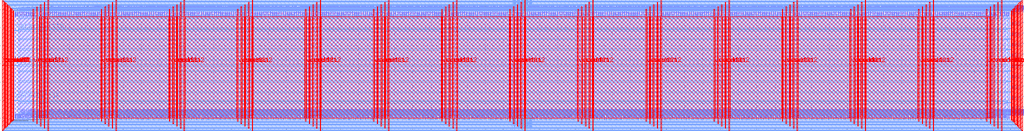
<source format=lef>
VERSION 5.7 ;
  NOWIREEXTENSIONATPIN ON ;
  DIVIDERCHAR "/" ;
  BUSBITCHARS "[]" ;
MACRO mgmt_protect
  CLASS BLOCK ;
  FOREIGN mgmt_protect ;
  ORIGIN 0.000 0.000 ;
  SIZE 1100.000 BY 117.000 ;
  PIN caravel_clk
    DIRECTION INPUT ;
    USE SIGNAL ;
    PORT
      LAYER met3 ;
        RECT -2.000 19.080 4.000 19.680 ;
    END
  END caravel_clk
  PIN caravel_clk2
    DIRECTION INPUT ;
    USE SIGNAL ;
    PORT
      LAYER met3 ;
        RECT -2.000 57.840 4.000 58.440 ;
    END
  END caravel_clk2
  PIN caravel_rstn
    DIRECTION INPUT ;
    USE SIGNAL ;
    PORT
      LAYER met3 ;
        RECT -2.000 96.600 4.000 97.200 ;
    END
  END caravel_rstn
  PIN la_data_in_core[0]
    DIRECTION OUTPUT TRISTATE ;
    USE SIGNAL ;
    PORT
      LAYER met2 ;
        RECT 174.890 113.000 175.170 119.000 ;
    END
  END la_data_in_core[0]
  PIN la_data_in_core[100]
    DIRECTION OUTPUT TRISTATE ;
    USE SIGNAL ;
    PORT
      LAYER met2 ;
        RECT 890.650 113.000 890.930 119.000 ;
    END
  END la_data_in_core[100]
  PIN la_data_in_core[101]
    DIRECTION OUTPUT TRISTATE ;
    USE SIGNAL ;
    PORT
      LAYER met2 ;
        RECT 898.010 113.000 898.290 119.000 ;
    END
  END la_data_in_core[101]
  PIN la_data_in_core[102]
    DIRECTION OUTPUT TRISTATE ;
    USE SIGNAL ;
    PORT
      LAYER met2 ;
        RECT 904.910 113.000 905.190 119.000 ;
    END
  END la_data_in_core[102]
  PIN la_data_in_core[103]
    DIRECTION OUTPUT TRISTATE ;
    USE SIGNAL ;
    PORT
      LAYER met2 ;
        RECT 912.270 113.000 912.550 119.000 ;
    END
  END la_data_in_core[103]
  PIN la_data_in_core[104]
    DIRECTION OUTPUT TRISTATE ;
    USE SIGNAL ;
    PORT
      LAYER met2 ;
        RECT 919.170 113.000 919.450 119.000 ;
    END
  END la_data_in_core[104]
  PIN la_data_in_core[105]
    DIRECTION OUTPUT TRISTATE ;
    USE SIGNAL ;
    PORT
      LAYER met2 ;
        RECT 926.530 113.000 926.810 119.000 ;
    END
  END la_data_in_core[105]
  PIN la_data_in_core[106]
    DIRECTION OUTPUT TRISTATE ;
    USE SIGNAL ;
    PORT
      LAYER met2 ;
        RECT 933.430 113.000 933.710 119.000 ;
    END
  END la_data_in_core[106]
  PIN la_data_in_core[107]
    DIRECTION OUTPUT TRISTATE ;
    USE SIGNAL ;
    PORT
      LAYER met2 ;
        RECT 940.790 113.000 941.070 119.000 ;
    END
  END la_data_in_core[107]
  PIN la_data_in_core[108]
    DIRECTION OUTPUT TRISTATE ;
    USE SIGNAL ;
    PORT
      LAYER met2 ;
        RECT 948.150 113.000 948.430 119.000 ;
    END
  END la_data_in_core[108]
  PIN la_data_in_core[109]
    DIRECTION OUTPUT TRISTATE ;
    USE SIGNAL ;
    PORT
      LAYER met2 ;
        RECT 955.050 113.000 955.330 119.000 ;
    END
  END la_data_in_core[109]
  PIN la_data_in_core[10]
    DIRECTION OUTPUT TRISTATE ;
    USE SIGNAL ;
    PORT
      LAYER met2 ;
        RECT 246.650 113.000 246.930 119.000 ;
    END
  END la_data_in_core[10]
  PIN la_data_in_core[110]
    DIRECTION OUTPUT TRISTATE ;
    USE SIGNAL ;
    PORT
      LAYER met2 ;
        RECT 962.410 113.000 962.690 119.000 ;
    END
  END la_data_in_core[110]
  PIN la_data_in_core[111]
    DIRECTION OUTPUT TRISTATE ;
    USE SIGNAL ;
    PORT
      LAYER met2 ;
        RECT 969.310 113.000 969.590 119.000 ;
    END
  END la_data_in_core[111]
  PIN la_data_in_core[112]
    DIRECTION OUTPUT TRISTATE ;
    USE SIGNAL ;
    PORT
      LAYER met2 ;
        RECT 976.670 113.000 976.950 119.000 ;
    END
  END la_data_in_core[112]
  PIN la_data_in_core[113]
    DIRECTION OUTPUT TRISTATE ;
    USE SIGNAL ;
    PORT
      LAYER met2 ;
        RECT 983.570 113.000 983.850 119.000 ;
    END
  END la_data_in_core[113]
  PIN la_data_in_core[114]
    DIRECTION OUTPUT TRISTATE ;
    USE SIGNAL ;
    PORT
      LAYER met2 ;
        RECT 990.930 113.000 991.210 119.000 ;
    END
  END la_data_in_core[114]
  PIN la_data_in_core[115]
    DIRECTION OUTPUT TRISTATE ;
    USE SIGNAL ;
    PORT
      LAYER met2 ;
        RECT 997.830 113.000 998.110 119.000 ;
    END
  END la_data_in_core[115]
  PIN la_data_in_core[116]
    DIRECTION OUTPUT TRISTATE ;
    USE SIGNAL ;
    PORT
      LAYER met2 ;
        RECT 1005.190 113.000 1005.470 119.000 ;
    END
  END la_data_in_core[116]
  PIN la_data_in_core[117]
    DIRECTION OUTPUT TRISTATE ;
    USE SIGNAL ;
    PORT
      LAYER met2 ;
        RECT 1012.550 113.000 1012.830 119.000 ;
    END
  END la_data_in_core[117]
  PIN la_data_in_core[118]
    DIRECTION OUTPUT TRISTATE ;
    USE SIGNAL ;
    PORT
      LAYER met2 ;
        RECT 1019.450 113.000 1019.730 119.000 ;
    END
  END la_data_in_core[118]
  PIN la_data_in_core[119]
    DIRECTION OUTPUT TRISTATE ;
    USE SIGNAL ;
    PORT
      LAYER met2 ;
        RECT 1026.810 113.000 1027.090 119.000 ;
    END
  END la_data_in_core[119]
  PIN la_data_in_core[11]
    DIRECTION OUTPUT TRISTATE ;
    USE SIGNAL ;
    PORT
      LAYER met2 ;
        RECT 253.550 113.000 253.830 119.000 ;
    END
  END la_data_in_core[11]
  PIN la_data_in_core[120]
    DIRECTION OUTPUT TRISTATE ;
    USE SIGNAL ;
    PORT
      LAYER met2 ;
        RECT 1033.710 113.000 1033.990 119.000 ;
    END
  END la_data_in_core[120]
  PIN la_data_in_core[121]
    DIRECTION OUTPUT TRISTATE ;
    USE SIGNAL ;
    PORT
      LAYER met2 ;
        RECT 1041.070 113.000 1041.350 119.000 ;
    END
  END la_data_in_core[121]
  PIN la_data_in_core[122]
    DIRECTION OUTPUT TRISTATE ;
    USE SIGNAL ;
    PORT
      LAYER met2 ;
        RECT 1047.970 113.000 1048.250 119.000 ;
    END
  END la_data_in_core[122]
  PIN la_data_in_core[123]
    DIRECTION OUTPUT TRISTATE ;
    USE SIGNAL ;
    PORT
      LAYER met2 ;
        RECT 1055.330 113.000 1055.610 119.000 ;
    END
  END la_data_in_core[123]
  PIN la_data_in_core[124]
    DIRECTION OUTPUT TRISTATE ;
    USE SIGNAL ;
    PORT
      LAYER met2 ;
        RECT 1062.690 113.000 1062.970 119.000 ;
    END
  END la_data_in_core[124]
  PIN la_data_in_core[125]
    DIRECTION OUTPUT TRISTATE ;
    USE SIGNAL ;
    PORT
      LAYER met2 ;
        RECT 1069.590 113.000 1069.870 119.000 ;
    END
  END la_data_in_core[125]
  PIN la_data_in_core[126]
    DIRECTION OUTPUT TRISTATE ;
    USE SIGNAL ;
    PORT
      LAYER met2 ;
        RECT 1076.950 113.000 1077.230 119.000 ;
    END
  END la_data_in_core[126]
  PIN la_data_in_core[127]
    DIRECTION OUTPUT TRISTATE ;
    USE SIGNAL ;
    PORT
      LAYER met2 ;
        RECT 1083.850 113.000 1084.130 119.000 ;
    END
  END la_data_in_core[127]
  PIN la_data_in_core[12]
    DIRECTION OUTPUT TRISTATE ;
    USE SIGNAL ;
    PORT
      LAYER met2 ;
        RECT 260.910 113.000 261.190 119.000 ;
    END
  END la_data_in_core[12]
  PIN la_data_in_core[13]
    DIRECTION OUTPUT TRISTATE ;
    USE SIGNAL ;
    PORT
      LAYER met2 ;
        RECT 267.810 113.000 268.090 119.000 ;
    END
  END la_data_in_core[13]
  PIN la_data_in_core[14]
    DIRECTION OUTPUT TRISTATE ;
    USE SIGNAL ;
    PORT
      LAYER met2 ;
        RECT 275.170 113.000 275.450 119.000 ;
    END
  END la_data_in_core[14]
  PIN la_data_in_core[15]
    DIRECTION OUTPUT TRISTATE ;
    USE SIGNAL ;
    PORT
      LAYER met2 ;
        RECT 282.530 113.000 282.810 119.000 ;
    END
  END la_data_in_core[15]
  PIN la_data_in_core[16]
    DIRECTION OUTPUT TRISTATE ;
    USE SIGNAL ;
    PORT
      LAYER met2 ;
        RECT 289.430 113.000 289.710 119.000 ;
    END
  END la_data_in_core[16]
  PIN la_data_in_core[17]
    DIRECTION OUTPUT TRISTATE ;
    USE SIGNAL ;
    PORT
      LAYER met2 ;
        RECT 296.790 113.000 297.070 119.000 ;
    END
  END la_data_in_core[17]
  PIN la_data_in_core[18]
    DIRECTION OUTPUT TRISTATE ;
    USE SIGNAL ;
    PORT
      LAYER met2 ;
        RECT 303.690 113.000 303.970 119.000 ;
    END
  END la_data_in_core[18]
  PIN la_data_in_core[19]
    DIRECTION OUTPUT TRISTATE ;
    USE SIGNAL ;
    PORT
      LAYER met2 ;
        RECT 311.050 113.000 311.330 119.000 ;
    END
  END la_data_in_core[19]
  PIN la_data_in_core[1]
    DIRECTION OUTPUT TRISTATE ;
    USE SIGNAL ;
    PORT
      LAYER met2 ;
        RECT 182.250 113.000 182.530 119.000 ;
    END
  END la_data_in_core[1]
  PIN la_data_in_core[20]
    DIRECTION OUTPUT TRISTATE ;
    USE SIGNAL ;
    PORT
      LAYER met2 ;
        RECT 317.950 113.000 318.230 119.000 ;
    END
  END la_data_in_core[20]
  PIN la_data_in_core[21]
    DIRECTION OUTPUT TRISTATE ;
    USE SIGNAL ;
    PORT
      LAYER met2 ;
        RECT 325.310 113.000 325.590 119.000 ;
    END
  END la_data_in_core[21]
  PIN la_data_in_core[22]
    DIRECTION OUTPUT TRISTATE ;
    USE SIGNAL ;
    PORT
      LAYER met2 ;
        RECT 332.210 113.000 332.490 119.000 ;
    END
  END la_data_in_core[22]
  PIN la_data_in_core[23]
    DIRECTION OUTPUT TRISTATE ;
    USE SIGNAL ;
    PORT
      LAYER met2 ;
        RECT 339.570 113.000 339.850 119.000 ;
    END
  END la_data_in_core[23]
  PIN la_data_in_core[24]
    DIRECTION OUTPUT TRISTATE ;
    USE SIGNAL ;
    PORT
      LAYER met2 ;
        RECT 346.930 113.000 347.210 119.000 ;
    END
  END la_data_in_core[24]
  PIN la_data_in_core[25]
    DIRECTION OUTPUT TRISTATE ;
    USE SIGNAL ;
    PORT
      LAYER met2 ;
        RECT 353.830 113.000 354.110 119.000 ;
    END
  END la_data_in_core[25]
  PIN la_data_in_core[26]
    DIRECTION OUTPUT TRISTATE ;
    USE SIGNAL ;
    PORT
      LAYER met2 ;
        RECT 361.190 113.000 361.470 119.000 ;
    END
  END la_data_in_core[26]
  PIN la_data_in_core[27]
    DIRECTION OUTPUT TRISTATE ;
    USE SIGNAL ;
    PORT
      LAYER met2 ;
        RECT 368.090 113.000 368.370 119.000 ;
    END
  END la_data_in_core[27]
  PIN la_data_in_core[28]
    DIRECTION OUTPUT TRISTATE ;
    USE SIGNAL ;
    PORT
      LAYER met2 ;
        RECT 375.450 113.000 375.730 119.000 ;
    END
  END la_data_in_core[28]
  PIN la_data_in_core[29]
    DIRECTION OUTPUT TRISTATE ;
    USE SIGNAL ;
    PORT
      LAYER met2 ;
        RECT 382.350 113.000 382.630 119.000 ;
    END
  END la_data_in_core[29]
  PIN la_data_in_core[2]
    DIRECTION OUTPUT TRISTATE ;
    USE SIGNAL ;
    PORT
      LAYER met2 ;
        RECT 189.150 113.000 189.430 119.000 ;
    END
  END la_data_in_core[2]
  PIN la_data_in_core[30]
    DIRECTION OUTPUT TRISTATE ;
    USE SIGNAL ;
    PORT
      LAYER met2 ;
        RECT 389.710 113.000 389.990 119.000 ;
    END
  END la_data_in_core[30]
  PIN la_data_in_core[31]
    DIRECTION OUTPUT TRISTATE ;
    USE SIGNAL ;
    PORT
      LAYER met2 ;
        RECT 396.610 113.000 396.890 119.000 ;
    END
  END la_data_in_core[31]
  PIN la_data_in_core[32]
    DIRECTION OUTPUT TRISTATE ;
    USE SIGNAL ;
    PORT
      LAYER met2 ;
        RECT 403.970 113.000 404.250 119.000 ;
    END
  END la_data_in_core[32]
  PIN la_data_in_core[33]
    DIRECTION OUTPUT TRISTATE ;
    USE SIGNAL ;
    PORT
      LAYER met2 ;
        RECT 411.330 113.000 411.610 119.000 ;
    END
  END la_data_in_core[33]
  PIN la_data_in_core[34]
    DIRECTION OUTPUT TRISTATE ;
    USE SIGNAL ;
    PORT
      LAYER met2 ;
        RECT 418.230 113.000 418.510 119.000 ;
    END
  END la_data_in_core[34]
  PIN la_data_in_core[35]
    DIRECTION OUTPUT TRISTATE ;
    USE SIGNAL ;
    PORT
      LAYER met2 ;
        RECT 425.590 113.000 425.870 119.000 ;
    END
  END la_data_in_core[35]
  PIN la_data_in_core[36]
    DIRECTION OUTPUT TRISTATE ;
    USE SIGNAL ;
    PORT
      LAYER met2 ;
        RECT 432.490 113.000 432.770 119.000 ;
    END
  END la_data_in_core[36]
  PIN la_data_in_core[37]
    DIRECTION OUTPUT TRISTATE ;
    USE SIGNAL ;
    PORT
      LAYER met2 ;
        RECT 439.850 113.000 440.130 119.000 ;
    END
  END la_data_in_core[37]
  PIN la_data_in_core[38]
    DIRECTION OUTPUT TRISTATE ;
    USE SIGNAL ;
    PORT
      LAYER met2 ;
        RECT 446.750 113.000 447.030 119.000 ;
    END
  END la_data_in_core[38]
  PIN la_data_in_core[39]
    DIRECTION OUTPUT TRISTATE ;
    USE SIGNAL ;
    PORT
      LAYER met2 ;
        RECT 454.110 113.000 454.390 119.000 ;
    END
  END la_data_in_core[39]
  PIN la_data_in_core[3]
    DIRECTION OUTPUT TRISTATE ;
    USE SIGNAL ;
    PORT
      LAYER met2 ;
        RECT 196.510 113.000 196.790 119.000 ;
    END
  END la_data_in_core[3]
  PIN la_data_in_core[40]
    DIRECTION OUTPUT TRISTATE ;
    USE SIGNAL ;
    PORT
      LAYER met2 ;
        RECT 461.470 113.000 461.750 119.000 ;
    END
  END la_data_in_core[40]
  PIN la_data_in_core[41]
    DIRECTION OUTPUT TRISTATE ;
    USE SIGNAL ;
    PORT
      LAYER met2 ;
        RECT 468.370 113.000 468.650 119.000 ;
    END
  END la_data_in_core[41]
  PIN la_data_in_core[42]
    DIRECTION OUTPUT TRISTATE ;
    USE SIGNAL ;
    PORT
      LAYER met2 ;
        RECT 475.730 113.000 476.010 119.000 ;
    END
  END la_data_in_core[42]
  PIN la_data_in_core[43]
    DIRECTION OUTPUT TRISTATE ;
    USE SIGNAL ;
    PORT
      LAYER met2 ;
        RECT 482.630 113.000 482.910 119.000 ;
    END
  END la_data_in_core[43]
  PIN la_data_in_core[44]
    DIRECTION OUTPUT TRISTATE ;
    USE SIGNAL ;
    PORT
      LAYER met2 ;
        RECT 489.990 113.000 490.270 119.000 ;
    END
  END la_data_in_core[44]
  PIN la_data_in_core[45]
    DIRECTION OUTPUT TRISTATE ;
    USE SIGNAL ;
    PORT
      LAYER met2 ;
        RECT 496.890 113.000 497.170 119.000 ;
    END
  END la_data_in_core[45]
  PIN la_data_in_core[46]
    DIRECTION OUTPUT TRISTATE ;
    USE SIGNAL ;
    PORT
      LAYER met2 ;
        RECT 504.250 113.000 504.530 119.000 ;
    END
  END la_data_in_core[46]
  PIN la_data_in_core[47]
    DIRECTION OUTPUT TRISTATE ;
    USE SIGNAL ;
    PORT
      LAYER met2 ;
        RECT 511.150 113.000 511.430 119.000 ;
    END
  END la_data_in_core[47]
  PIN la_data_in_core[48]
    DIRECTION OUTPUT TRISTATE ;
    USE SIGNAL ;
    PORT
      LAYER met2 ;
        RECT 518.510 113.000 518.790 119.000 ;
    END
  END la_data_in_core[48]
  PIN la_data_in_core[49]
    DIRECTION OUTPUT TRISTATE ;
    USE SIGNAL ;
    PORT
      LAYER met2 ;
        RECT 525.870 113.000 526.150 119.000 ;
    END
  END la_data_in_core[49]
  PIN la_data_in_core[4]
    DIRECTION OUTPUT TRISTATE ;
    USE SIGNAL ;
    PORT
      LAYER met2 ;
        RECT 203.410 113.000 203.690 119.000 ;
    END
  END la_data_in_core[4]
  PIN la_data_in_core[50]
    DIRECTION OUTPUT TRISTATE ;
    USE SIGNAL ;
    PORT
      LAYER met2 ;
        RECT 532.770 113.000 533.050 119.000 ;
    END
  END la_data_in_core[50]
  PIN la_data_in_core[51]
    DIRECTION OUTPUT TRISTATE ;
    USE SIGNAL ;
    PORT
      LAYER met2 ;
        RECT 540.130 113.000 540.410 119.000 ;
    END
  END la_data_in_core[51]
  PIN la_data_in_core[52]
    DIRECTION OUTPUT TRISTATE ;
    USE SIGNAL ;
    PORT
      LAYER met2 ;
        RECT 547.030 113.000 547.310 119.000 ;
    END
  END la_data_in_core[52]
  PIN la_data_in_core[53]
    DIRECTION OUTPUT TRISTATE ;
    USE SIGNAL ;
    PORT
      LAYER met2 ;
        RECT 554.390 113.000 554.670 119.000 ;
    END
  END la_data_in_core[53]
  PIN la_data_in_core[54]
    DIRECTION OUTPUT TRISTATE ;
    USE SIGNAL ;
    PORT
      LAYER met2 ;
        RECT 561.290 113.000 561.570 119.000 ;
    END
  END la_data_in_core[54]
  PIN la_data_in_core[55]
    DIRECTION OUTPUT TRISTATE ;
    USE SIGNAL ;
    PORT
      LAYER met2 ;
        RECT 568.650 113.000 568.930 119.000 ;
    END
  END la_data_in_core[55]
  PIN la_data_in_core[56]
    DIRECTION OUTPUT TRISTATE ;
    USE SIGNAL ;
    PORT
      LAYER met2 ;
        RECT 575.550 113.000 575.830 119.000 ;
    END
  END la_data_in_core[56]
  PIN la_data_in_core[57]
    DIRECTION OUTPUT TRISTATE ;
    USE SIGNAL ;
    PORT
      LAYER met2 ;
        RECT 582.910 113.000 583.190 119.000 ;
    END
  END la_data_in_core[57]
  PIN la_data_in_core[58]
    DIRECTION OUTPUT TRISTATE ;
    USE SIGNAL ;
    PORT
      LAYER met2 ;
        RECT 590.270 113.000 590.550 119.000 ;
    END
  END la_data_in_core[58]
  PIN la_data_in_core[59]
    DIRECTION OUTPUT TRISTATE ;
    USE SIGNAL ;
    PORT
      LAYER met2 ;
        RECT 597.170 113.000 597.450 119.000 ;
    END
  END la_data_in_core[59]
  PIN la_data_in_core[5]
    DIRECTION OUTPUT TRISTATE ;
    USE SIGNAL ;
    PORT
      LAYER met2 ;
        RECT 210.770 113.000 211.050 119.000 ;
    END
  END la_data_in_core[5]
  PIN la_data_in_core[60]
    DIRECTION OUTPUT TRISTATE ;
    USE SIGNAL ;
    PORT
      LAYER met2 ;
        RECT 604.530 113.000 604.810 119.000 ;
    END
  END la_data_in_core[60]
  PIN la_data_in_core[61]
    DIRECTION OUTPUT TRISTATE ;
    USE SIGNAL ;
    PORT
      LAYER met2 ;
        RECT 611.430 113.000 611.710 119.000 ;
    END
  END la_data_in_core[61]
  PIN la_data_in_core[62]
    DIRECTION OUTPUT TRISTATE ;
    USE SIGNAL ;
    PORT
      LAYER met2 ;
        RECT 618.790 113.000 619.070 119.000 ;
    END
  END la_data_in_core[62]
  PIN la_data_in_core[63]
    DIRECTION OUTPUT TRISTATE ;
    USE SIGNAL ;
    PORT
      LAYER met2 ;
        RECT 625.690 113.000 625.970 119.000 ;
    END
  END la_data_in_core[63]
  PIN la_data_in_core[64]
    DIRECTION OUTPUT TRISTATE ;
    USE SIGNAL ;
    PORT
      LAYER met2 ;
        RECT 633.050 113.000 633.330 119.000 ;
    END
  END la_data_in_core[64]
  PIN la_data_in_core[65]
    DIRECTION OUTPUT TRISTATE ;
    USE SIGNAL ;
    PORT
      LAYER met2 ;
        RECT 639.950 113.000 640.230 119.000 ;
    END
  END la_data_in_core[65]
  PIN la_data_in_core[66]
    DIRECTION OUTPUT TRISTATE ;
    USE SIGNAL ;
    PORT
      LAYER met2 ;
        RECT 647.310 113.000 647.590 119.000 ;
    END
  END la_data_in_core[66]
  PIN la_data_in_core[67]
    DIRECTION OUTPUT TRISTATE ;
    USE SIGNAL ;
    PORT
      LAYER met2 ;
        RECT 654.670 113.000 654.950 119.000 ;
    END
  END la_data_in_core[67]
  PIN la_data_in_core[68]
    DIRECTION OUTPUT TRISTATE ;
    USE SIGNAL ;
    PORT
      LAYER met2 ;
        RECT 661.570 113.000 661.850 119.000 ;
    END
  END la_data_in_core[68]
  PIN la_data_in_core[69]
    DIRECTION OUTPUT TRISTATE ;
    USE SIGNAL ;
    PORT
      LAYER met2 ;
        RECT 668.930 113.000 669.210 119.000 ;
    END
  END la_data_in_core[69]
  PIN la_data_in_core[6]
    DIRECTION OUTPUT TRISTATE ;
    USE SIGNAL ;
    PORT
      LAYER met2 ;
        RECT 217.670 113.000 217.950 119.000 ;
    END
  END la_data_in_core[6]
  PIN la_data_in_core[70]
    DIRECTION OUTPUT TRISTATE ;
    USE SIGNAL ;
    PORT
      LAYER met2 ;
        RECT 675.830 113.000 676.110 119.000 ;
    END
  END la_data_in_core[70]
  PIN la_data_in_core[71]
    DIRECTION OUTPUT TRISTATE ;
    USE SIGNAL ;
    PORT
      LAYER met2 ;
        RECT 683.190 113.000 683.470 119.000 ;
    END
  END la_data_in_core[71]
  PIN la_data_in_core[72]
    DIRECTION OUTPUT TRISTATE ;
    USE SIGNAL ;
    PORT
      LAYER met2 ;
        RECT 690.090 113.000 690.370 119.000 ;
    END
  END la_data_in_core[72]
  PIN la_data_in_core[73]
    DIRECTION OUTPUT TRISTATE ;
    USE SIGNAL ;
    PORT
      LAYER met2 ;
        RECT 697.450 113.000 697.730 119.000 ;
    END
  END la_data_in_core[73]
  PIN la_data_in_core[74]
    DIRECTION OUTPUT TRISTATE ;
    USE SIGNAL ;
    PORT
      LAYER met2 ;
        RECT 704.810 113.000 705.090 119.000 ;
    END
  END la_data_in_core[74]
  PIN la_data_in_core[75]
    DIRECTION OUTPUT TRISTATE ;
    USE SIGNAL ;
    PORT
      LAYER met2 ;
        RECT 711.710 113.000 711.990 119.000 ;
    END
  END la_data_in_core[75]
  PIN la_data_in_core[76]
    DIRECTION OUTPUT TRISTATE ;
    USE SIGNAL ;
    PORT
      LAYER met2 ;
        RECT 719.070 113.000 719.350 119.000 ;
    END
  END la_data_in_core[76]
  PIN la_data_in_core[77]
    DIRECTION OUTPUT TRISTATE ;
    USE SIGNAL ;
    PORT
      LAYER met2 ;
        RECT 725.970 113.000 726.250 119.000 ;
    END
  END la_data_in_core[77]
  PIN la_data_in_core[78]
    DIRECTION OUTPUT TRISTATE ;
    USE SIGNAL ;
    PORT
      LAYER met2 ;
        RECT 733.330 113.000 733.610 119.000 ;
    END
  END la_data_in_core[78]
  PIN la_data_in_core[79]
    DIRECTION OUTPUT TRISTATE ;
    USE SIGNAL ;
    PORT
      LAYER met2 ;
        RECT 740.230 113.000 740.510 119.000 ;
    END
  END la_data_in_core[79]
  PIN la_data_in_core[7]
    DIRECTION OUTPUT TRISTATE ;
    USE SIGNAL ;
    PORT
      LAYER met2 ;
        RECT 225.030 113.000 225.310 119.000 ;
    END
  END la_data_in_core[7]
  PIN la_data_in_core[80]
    DIRECTION OUTPUT TRISTATE ;
    USE SIGNAL ;
    PORT
      LAYER met2 ;
        RECT 747.590 113.000 747.870 119.000 ;
    END
  END la_data_in_core[80]
  PIN la_data_in_core[81]
    DIRECTION OUTPUT TRISTATE ;
    USE SIGNAL ;
    PORT
      LAYER met2 ;
        RECT 754.490 113.000 754.770 119.000 ;
    END
  END la_data_in_core[81]
  PIN la_data_in_core[82]
    DIRECTION OUTPUT TRISTATE ;
    USE SIGNAL ;
    PORT
      LAYER met2 ;
        RECT 761.850 113.000 762.130 119.000 ;
    END
  END la_data_in_core[82]
  PIN la_data_in_core[83]
    DIRECTION OUTPUT TRISTATE ;
    USE SIGNAL ;
    PORT
      LAYER met2 ;
        RECT 769.210 113.000 769.490 119.000 ;
    END
  END la_data_in_core[83]
  PIN la_data_in_core[84]
    DIRECTION OUTPUT TRISTATE ;
    USE SIGNAL ;
    PORT
      LAYER met2 ;
        RECT 776.110 113.000 776.390 119.000 ;
    END
  END la_data_in_core[84]
  PIN la_data_in_core[85]
    DIRECTION OUTPUT TRISTATE ;
    USE SIGNAL ;
    PORT
      LAYER met2 ;
        RECT 783.470 113.000 783.750 119.000 ;
    END
  END la_data_in_core[85]
  PIN la_data_in_core[86]
    DIRECTION OUTPUT TRISTATE ;
    USE SIGNAL ;
    PORT
      LAYER met2 ;
        RECT 790.370 113.000 790.650 119.000 ;
    END
  END la_data_in_core[86]
  PIN la_data_in_core[87]
    DIRECTION OUTPUT TRISTATE ;
    USE SIGNAL ;
    PORT
      LAYER met2 ;
        RECT 797.730 113.000 798.010 119.000 ;
    END
  END la_data_in_core[87]
  PIN la_data_in_core[88]
    DIRECTION OUTPUT TRISTATE ;
    USE SIGNAL ;
    PORT
      LAYER met2 ;
        RECT 804.630 113.000 804.910 119.000 ;
    END
  END la_data_in_core[88]
  PIN la_data_in_core[89]
    DIRECTION OUTPUT TRISTATE ;
    USE SIGNAL ;
    PORT
      LAYER met2 ;
        RECT 811.990 113.000 812.270 119.000 ;
    END
  END la_data_in_core[89]
  PIN la_data_in_core[8]
    DIRECTION OUTPUT TRISTATE ;
    USE SIGNAL ;
    PORT
      LAYER met2 ;
        RECT 232.390 113.000 232.670 119.000 ;
    END
  END la_data_in_core[8]
  PIN la_data_in_core[90]
    DIRECTION OUTPUT TRISTATE ;
    USE SIGNAL ;
    PORT
      LAYER met2 ;
        RECT 818.890 113.000 819.170 119.000 ;
    END
  END la_data_in_core[90]
  PIN la_data_in_core[91]
    DIRECTION OUTPUT TRISTATE ;
    USE SIGNAL ;
    PORT
      LAYER met2 ;
        RECT 826.250 113.000 826.530 119.000 ;
    END
  END la_data_in_core[91]
  PIN la_data_in_core[92]
    DIRECTION OUTPUT TRISTATE ;
    USE SIGNAL ;
    PORT
      LAYER met2 ;
        RECT 833.610 113.000 833.890 119.000 ;
    END
  END la_data_in_core[92]
  PIN la_data_in_core[93]
    DIRECTION OUTPUT TRISTATE ;
    USE SIGNAL ;
    PORT
      LAYER met2 ;
        RECT 840.510 113.000 840.790 119.000 ;
    END
  END la_data_in_core[93]
  PIN la_data_in_core[94]
    DIRECTION OUTPUT TRISTATE ;
    USE SIGNAL ;
    PORT
      LAYER met2 ;
        RECT 847.870 113.000 848.150 119.000 ;
    END
  END la_data_in_core[94]
  PIN la_data_in_core[95]
    DIRECTION OUTPUT TRISTATE ;
    USE SIGNAL ;
    PORT
      LAYER met2 ;
        RECT 854.770 113.000 855.050 119.000 ;
    END
  END la_data_in_core[95]
  PIN la_data_in_core[96]
    DIRECTION OUTPUT TRISTATE ;
    USE SIGNAL ;
    PORT
      LAYER met2 ;
        RECT 862.130 113.000 862.410 119.000 ;
    END
  END la_data_in_core[96]
  PIN la_data_in_core[97]
    DIRECTION OUTPUT TRISTATE ;
    USE SIGNAL ;
    PORT
      LAYER met2 ;
        RECT 869.030 113.000 869.310 119.000 ;
    END
  END la_data_in_core[97]
  PIN la_data_in_core[98]
    DIRECTION OUTPUT TRISTATE ;
    USE SIGNAL ;
    PORT
      LAYER met2 ;
        RECT 876.390 113.000 876.670 119.000 ;
    END
  END la_data_in_core[98]
  PIN la_data_in_core[99]
    DIRECTION OUTPUT TRISTATE ;
    USE SIGNAL ;
    PORT
      LAYER met2 ;
        RECT 883.750 113.000 884.030 119.000 ;
    END
  END la_data_in_core[99]
  PIN la_data_in_core[9]
    DIRECTION OUTPUT TRISTATE ;
    USE SIGNAL ;
    PORT
      LAYER met2 ;
        RECT 239.290 113.000 239.570 119.000 ;
    END
  END la_data_in_core[9]
  PIN la_data_in_mprj[0]
    DIRECTION OUTPUT TRISTATE ;
    USE SIGNAL ;
    PORT
      LAYER met2 ;
        RECT 1.010 -2.000 1.290 4.000 ;
    END
  END la_data_in_mprj[0]
  PIN la_data_in_mprj[100]
    DIRECTION OUTPUT TRISTATE ;
    USE SIGNAL ;
    PORT
      LAYER met2 ;
        RECT 755.410 -2.000 755.690 4.000 ;
    END
  END la_data_in_mprj[100]
  PIN la_data_in_mprj[101]
    DIRECTION OUTPUT TRISTATE ;
    USE SIGNAL ;
    PORT
      LAYER met2 ;
        RECT 762.770 -2.000 763.050 4.000 ;
    END
  END la_data_in_mprj[101]
  PIN la_data_in_mprj[102]
    DIRECTION OUTPUT TRISTATE ;
    USE SIGNAL ;
    PORT
      LAYER met2 ;
        RECT 770.590 -2.000 770.870 4.000 ;
    END
  END la_data_in_mprj[102]
  PIN la_data_in_mprj[103]
    DIRECTION OUTPUT TRISTATE ;
    USE SIGNAL ;
    PORT
      LAYER met2 ;
        RECT 777.950 -2.000 778.230 4.000 ;
    END
  END la_data_in_mprj[103]
  PIN la_data_in_mprj[104]
    DIRECTION OUTPUT TRISTATE ;
    USE SIGNAL ;
    PORT
      LAYER met2 ;
        RECT 785.770 -2.000 786.050 4.000 ;
    END
  END la_data_in_mprj[104]
  PIN la_data_in_mprj[105]
    DIRECTION OUTPUT TRISTATE ;
    USE SIGNAL ;
    PORT
      LAYER met2 ;
        RECT 793.130 -2.000 793.410 4.000 ;
    END
  END la_data_in_mprj[105]
  PIN la_data_in_mprj[106]
    DIRECTION OUTPUT TRISTATE ;
    USE SIGNAL ;
    PORT
      LAYER met2 ;
        RECT 800.490 -2.000 800.770 4.000 ;
    END
  END la_data_in_mprj[106]
  PIN la_data_in_mprj[107]
    DIRECTION OUTPUT TRISTATE ;
    USE SIGNAL ;
    PORT
      LAYER met2 ;
        RECT 808.310 -2.000 808.590 4.000 ;
    END
  END la_data_in_mprj[107]
  PIN la_data_in_mprj[108]
    DIRECTION OUTPUT TRISTATE ;
    USE SIGNAL ;
    PORT
      LAYER met2 ;
        RECT 815.670 -2.000 815.950 4.000 ;
    END
  END la_data_in_mprj[108]
  PIN la_data_in_mprj[109]
    DIRECTION OUTPUT TRISTATE ;
    USE SIGNAL ;
    PORT
      LAYER met2 ;
        RECT 823.490 -2.000 823.770 4.000 ;
    END
  END la_data_in_mprj[109]
  PIN la_data_in_mprj[10]
    DIRECTION OUTPUT TRISTATE ;
    USE SIGNAL ;
    PORT
      LAYER met2 ;
        RECT 76.450 -2.000 76.730 4.000 ;
    END
  END la_data_in_mprj[10]
  PIN la_data_in_mprj[110]
    DIRECTION OUTPUT TRISTATE ;
    USE SIGNAL ;
    PORT
      LAYER met2 ;
        RECT 830.850 -2.000 831.130 4.000 ;
    END
  END la_data_in_mprj[110]
  PIN la_data_in_mprj[111]
    DIRECTION OUTPUT TRISTATE ;
    USE SIGNAL ;
    PORT
      LAYER met2 ;
        RECT 838.210 -2.000 838.490 4.000 ;
    END
  END la_data_in_mprj[111]
  PIN la_data_in_mprj[112]
    DIRECTION OUTPUT TRISTATE ;
    USE SIGNAL ;
    PORT
      LAYER met2 ;
        RECT 846.030 -2.000 846.310 4.000 ;
    END
  END la_data_in_mprj[112]
  PIN la_data_in_mprj[113]
    DIRECTION OUTPUT TRISTATE ;
    USE SIGNAL ;
    PORT
      LAYER met2 ;
        RECT 853.390 -2.000 853.670 4.000 ;
    END
  END la_data_in_mprj[113]
  PIN la_data_in_mprj[114]
    DIRECTION OUTPUT TRISTATE ;
    USE SIGNAL ;
    PORT
      LAYER met2 ;
        RECT 861.210 -2.000 861.490 4.000 ;
    END
  END la_data_in_mprj[114]
  PIN la_data_in_mprj[115]
    DIRECTION OUTPUT TRISTATE ;
    USE SIGNAL ;
    PORT
      LAYER met2 ;
        RECT 868.570 -2.000 868.850 4.000 ;
    END
  END la_data_in_mprj[115]
  PIN la_data_in_mprj[116]
    DIRECTION OUTPUT TRISTATE ;
    USE SIGNAL ;
    PORT
      LAYER met2 ;
        RECT 875.930 -2.000 876.210 4.000 ;
    END
  END la_data_in_mprj[116]
  PIN la_data_in_mprj[117]
    DIRECTION OUTPUT TRISTATE ;
    USE SIGNAL ;
    PORT
      LAYER met2 ;
        RECT 883.750 -2.000 884.030 4.000 ;
    END
  END la_data_in_mprj[117]
  PIN la_data_in_mprj[118]
    DIRECTION OUTPUT TRISTATE ;
    USE SIGNAL ;
    PORT
      LAYER met2 ;
        RECT 891.110 -2.000 891.390 4.000 ;
    END
  END la_data_in_mprj[118]
  PIN la_data_in_mprj[119]
    DIRECTION OUTPUT TRISTATE ;
    USE SIGNAL ;
    PORT
      LAYER met2 ;
        RECT 898.930 -2.000 899.210 4.000 ;
    END
  END la_data_in_mprj[119]
  PIN la_data_in_mprj[11]
    DIRECTION OUTPUT TRISTATE ;
    USE SIGNAL ;
    PORT
      LAYER met2 ;
        RECT 83.810 -2.000 84.090 4.000 ;
    END
  END la_data_in_mprj[11]
  PIN la_data_in_mprj[120]
    DIRECTION OUTPUT TRISTATE ;
    USE SIGNAL ;
    PORT
      LAYER met2 ;
        RECT 906.290 -2.000 906.570 4.000 ;
    END
  END la_data_in_mprj[120]
  PIN la_data_in_mprj[121]
    DIRECTION OUTPUT TRISTATE ;
    USE SIGNAL ;
    PORT
      LAYER met2 ;
        RECT 913.650 -2.000 913.930 4.000 ;
    END
  END la_data_in_mprj[121]
  PIN la_data_in_mprj[122]
    DIRECTION OUTPUT TRISTATE ;
    USE SIGNAL ;
    PORT
      LAYER met2 ;
        RECT 921.470 -2.000 921.750 4.000 ;
    END
  END la_data_in_mprj[122]
  PIN la_data_in_mprj[123]
    DIRECTION OUTPUT TRISTATE ;
    USE SIGNAL ;
    PORT
      LAYER met2 ;
        RECT 928.830 -2.000 929.110 4.000 ;
    END
  END la_data_in_mprj[123]
  PIN la_data_in_mprj[124]
    DIRECTION OUTPUT TRISTATE ;
    USE SIGNAL ;
    PORT
      LAYER met2 ;
        RECT 936.650 -2.000 936.930 4.000 ;
    END
  END la_data_in_mprj[124]
  PIN la_data_in_mprj[125]
    DIRECTION OUTPUT TRISTATE ;
    USE SIGNAL ;
    PORT
      LAYER met2 ;
        RECT 944.010 -2.000 944.290 4.000 ;
    END
  END la_data_in_mprj[125]
  PIN la_data_in_mprj[126]
    DIRECTION OUTPUT TRISTATE ;
    USE SIGNAL ;
    PORT
      LAYER met2 ;
        RECT 951.830 -2.000 952.110 4.000 ;
    END
  END la_data_in_mprj[126]
  PIN la_data_in_mprj[127]
    DIRECTION OUTPUT TRISTATE ;
    USE SIGNAL ;
    PORT
      LAYER met2 ;
        RECT 959.190 -2.000 959.470 4.000 ;
    END
  END la_data_in_mprj[127]
  PIN la_data_in_mprj[12]
    DIRECTION OUTPUT TRISTATE ;
    USE SIGNAL ;
    PORT
      LAYER met2 ;
        RECT 91.170 -2.000 91.450 4.000 ;
    END
  END la_data_in_mprj[12]
  PIN la_data_in_mprj[13]
    DIRECTION OUTPUT TRISTATE ;
    USE SIGNAL ;
    PORT
      LAYER met2 ;
        RECT 98.990 -2.000 99.270 4.000 ;
    END
  END la_data_in_mprj[13]
  PIN la_data_in_mprj[14]
    DIRECTION OUTPUT TRISTATE ;
    USE SIGNAL ;
    PORT
      LAYER met2 ;
        RECT 106.350 -2.000 106.630 4.000 ;
    END
  END la_data_in_mprj[14]
  PIN la_data_in_mprj[15]
    DIRECTION OUTPUT TRISTATE ;
    USE SIGNAL ;
    PORT
      LAYER met2 ;
        RECT 114.170 -2.000 114.450 4.000 ;
    END
  END la_data_in_mprj[15]
  PIN la_data_in_mprj[16]
    DIRECTION OUTPUT TRISTATE ;
    USE SIGNAL ;
    PORT
      LAYER met2 ;
        RECT 121.530 -2.000 121.810 4.000 ;
    END
  END la_data_in_mprj[16]
  PIN la_data_in_mprj[17]
    DIRECTION OUTPUT TRISTATE ;
    USE SIGNAL ;
    PORT
      LAYER met2 ;
        RECT 128.890 -2.000 129.170 4.000 ;
    END
  END la_data_in_mprj[17]
  PIN la_data_in_mprj[18]
    DIRECTION OUTPUT TRISTATE ;
    USE SIGNAL ;
    PORT
      LAYER met2 ;
        RECT 136.710 -2.000 136.990 4.000 ;
    END
  END la_data_in_mprj[18]
  PIN la_data_in_mprj[19]
    DIRECTION OUTPUT TRISTATE ;
    USE SIGNAL ;
    PORT
      LAYER met2 ;
        RECT 144.070 -2.000 144.350 4.000 ;
    END
  END la_data_in_mprj[19]
  PIN la_data_in_mprj[1]
    DIRECTION OUTPUT TRISTATE ;
    USE SIGNAL ;
    PORT
      LAYER met2 ;
        RECT 8.370 -2.000 8.650 4.000 ;
    END
  END la_data_in_mprj[1]
  PIN la_data_in_mprj[20]
    DIRECTION OUTPUT TRISTATE ;
    USE SIGNAL ;
    PORT
      LAYER met2 ;
        RECT 151.890 -2.000 152.170 4.000 ;
    END
  END la_data_in_mprj[20]
  PIN la_data_in_mprj[21]
    DIRECTION OUTPUT TRISTATE ;
    USE SIGNAL ;
    PORT
      LAYER met2 ;
        RECT 159.250 -2.000 159.530 4.000 ;
    END
  END la_data_in_mprj[21]
  PIN la_data_in_mprj[22]
    DIRECTION OUTPUT TRISTATE ;
    USE SIGNAL ;
    PORT
      LAYER met2 ;
        RECT 166.610 -2.000 166.890 4.000 ;
    END
  END la_data_in_mprj[22]
  PIN la_data_in_mprj[23]
    DIRECTION OUTPUT TRISTATE ;
    USE SIGNAL ;
    PORT
      LAYER met2 ;
        RECT 174.430 -2.000 174.710 4.000 ;
    END
  END la_data_in_mprj[23]
  PIN la_data_in_mprj[24]
    DIRECTION OUTPUT TRISTATE ;
    USE SIGNAL ;
    PORT
      LAYER met2 ;
        RECT 181.790 -2.000 182.070 4.000 ;
    END
  END la_data_in_mprj[24]
  PIN la_data_in_mprj[25]
    DIRECTION OUTPUT TRISTATE ;
    USE SIGNAL ;
    PORT
      LAYER met2 ;
        RECT 189.610 -2.000 189.890 4.000 ;
    END
  END la_data_in_mprj[25]
  PIN la_data_in_mprj[26]
    DIRECTION OUTPUT TRISTATE ;
    USE SIGNAL ;
    PORT
      LAYER met2 ;
        RECT 196.970 -2.000 197.250 4.000 ;
    END
  END la_data_in_mprj[26]
  PIN la_data_in_mprj[27]
    DIRECTION OUTPUT TRISTATE ;
    USE SIGNAL ;
    PORT
      LAYER met2 ;
        RECT 204.330 -2.000 204.610 4.000 ;
    END
  END la_data_in_mprj[27]
  PIN la_data_in_mprj[28]
    DIRECTION OUTPUT TRISTATE ;
    USE SIGNAL ;
    PORT
      LAYER met2 ;
        RECT 212.150 -2.000 212.430 4.000 ;
    END
  END la_data_in_mprj[28]
  PIN la_data_in_mprj[29]
    DIRECTION OUTPUT TRISTATE ;
    USE SIGNAL ;
    PORT
      LAYER met2 ;
        RECT 219.510 -2.000 219.790 4.000 ;
    END
  END la_data_in_mprj[29]
  PIN la_data_in_mprj[2]
    DIRECTION OUTPUT TRISTATE ;
    USE SIGNAL ;
    PORT
      LAYER met2 ;
        RECT 15.730 -2.000 16.010 4.000 ;
    END
  END la_data_in_mprj[2]
  PIN la_data_in_mprj[30]
    DIRECTION OUTPUT TRISTATE ;
    USE SIGNAL ;
    PORT
      LAYER met2 ;
        RECT 227.330 -2.000 227.610 4.000 ;
    END
  END la_data_in_mprj[30]
  PIN la_data_in_mprj[31]
    DIRECTION OUTPUT TRISTATE ;
    USE SIGNAL ;
    PORT
      LAYER met2 ;
        RECT 234.690 -2.000 234.970 4.000 ;
    END
  END la_data_in_mprj[31]
  PIN la_data_in_mprj[32]
    DIRECTION OUTPUT TRISTATE ;
    USE SIGNAL ;
    PORT
      LAYER met2 ;
        RECT 242.050 -2.000 242.330 4.000 ;
    END
  END la_data_in_mprj[32]
  PIN la_data_in_mprj[33]
    DIRECTION OUTPUT TRISTATE ;
    USE SIGNAL ;
    PORT
      LAYER met2 ;
        RECT 249.870 -2.000 250.150 4.000 ;
    END
  END la_data_in_mprj[33]
  PIN la_data_in_mprj[34]
    DIRECTION OUTPUT TRISTATE ;
    USE SIGNAL ;
    PORT
      LAYER met2 ;
        RECT 257.230 -2.000 257.510 4.000 ;
    END
  END la_data_in_mprj[34]
  PIN la_data_in_mprj[35]
    DIRECTION OUTPUT TRISTATE ;
    USE SIGNAL ;
    PORT
      LAYER met2 ;
        RECT 265.050 -2.000 265.330 4.000 ;
    END
  END la_data_in_mprj[35]
  PIN la_data_in_mprj[36]
    DIRECTION OUTPUT TRISTATE ;
    USE SIGNAL ;
    PORT
      LAYER met2 ;
        RECT 272.410 -2.000 272.690 4.000 ;
    END
  END la_data_in_mprj[36]
  PIN la_data_in_mprj[37]
    DIRECTION OUTPUT TRISTATE ;
    USE SIGNAL ;
    PORT
      LAYER met2 ;
        RECT 279.770 -2.000 280.050 4.000 ;
    END
  END la_data_in_mprj[37]
  PIN la_data_in_mprj[38]
    DIRECTION OUTPUT TRISTATE ;
    USE SIGNAL ;
    PORT
      LAYER met2 ;
        RECT 287.590 -2.000 287.870 4.000 ;
    END
  END la_data_in_mprj[38]
  PIN la_data_in_mprj[39]
    DIRECTION OUTPUT TRISTATE ;
    USE SIGNAL ;
    PORT
      LAYER met2 ;
        RECT 294.950 -2.000 295.230 4.000 ;
    END
  END la_data_in_mprj[39]
  PIN la_data_in_mprj[3]
    DIRECTION OUTPUT TRISTATE ;
    USE SIGNAL ;
    PORT
      LAYER met2 ;
        RECT 23.550 -2.000 23.830 4.000 ;
    END
  END la_data_in_mprj[3]
  PIN la_data_in_mprj[40]
    DIRECTION OUTPUT TRISTATE ;
    USE SIGNAL ;
    PORT
      LAYER met2 ;
        RECT 302.770 -2.000 303.050 4.000 ;
    END
  END la_data_in_mprj[40]
  PIN la_data_in_mprj[41]
    DIRECTION OUTPUT TRISTATE ;
    USE SIGNAL ;
    PORT
      LAYER met2 ;
        RECT 310.130 -2.000 310.410 4.000 ;
    END
  END la_data_in_mprj[41]
  PIN la_data_in_mprj[42]
    DIRECTION OUTPUT TRISTATE ;
    USE SIGNAL ;
    PORT
      LAYER met2 ;
        RECT 317.950 -2.000 318.230 4.000 ;
    END
  END la_data_in_mprj[42]
  PIN la_data_in_mprj[43]
    DIRECTION OUTPUT TRISTATE ;
    USE SIGNAL ;
    PORT
      LAYER met2 ;
        RECT 325.310 -2.000 325.590 4.000 ;
    END
  END la_data_in_mprj[43]
  PIN la_data_in_mprj[44]
    DIRECTION OUTPUT TRISTATE ;
    USE SIGNAL ;
    PORT
      LAYER met2 ;
        RECT 332.670 -2.000 332.950 4.000 ;
    END
  END la_data_in_mprj[44]
  PIN la_data_in_mprj[45]
    DIRECTION OUTPUT TRISTATE ;
    USE SIGNAL ;
    PORT
      LAYER met2 ;
        RECT 340.490 -2.000 340.770 4.000 ;
    END
  END la_data_in_mprj[45]
  PIN la_data_in_mprj[46]
    DIRECTION OUTPUT TRISTATE ;
    USE SIGNAL ;
    PORT
      LAYER met2 ;
        RECT 347.850 -2.000 348.130 4.000 ;
    END
  END la_data_in_mprj[46]
  PIN la_data_in_mprj[47]
    DIRECTION OUTPUT TRISTATE ;
    USE SIGNAL ;
    PORT
      LAYER met2 ;
        RECT 355.670 -2.000 355.950 4.000 ;
    END
  END la_data_in_mprj[47]
  PIN la_data_in_mprj[48]
    DIRECTION OUTPUT TRISTATE ;
    USE SIGNAL ;
    PORT
      LAYER met2 ;
        RECT 363.030 -2.000 363.310 4.000 ;
    END
  END la_data_in_mprj[48]
  PIN la_data_in_mprj[49]
    DIRECTION OUTPUT TRISTATE ;
    USE SIGNAL ;
    PORT
      LAYER met2 ;
        RECT 370.390 -2.000 370.670 4.000 ;
    END
  END la_data_in_mprj[49]
  PIN la_data_in_mprj[4]
    DIRECTION OUTPUT TRISTATE ;
    USE SIGNAL ;
    PORT
      LAYER met2 ;
        RECT 30.910 -2.000 31.190 4.000 ;
    END
  END la_data_in_mprj[4]
  PIN la_data_in_mprj[50]
    DIRECTION OUTPUT TRISTATE ;
    USE SIGNAL ;
    PORT
      LAYER met2 ;
        RECT 378.210 -2.000 378.490 4.000 ;
    END
  END la_data_in_mprj[50]
  PIN la_data_in_mprj[51]
    DIRECTION OUTPUT TRISTATE ;
    USE SIGNAL ;
    PORT
      LAYER met2 ;
        RECT 385.570 -2.000 385.850 4.000 ;
    END
  END la_data_in_mprj[51]
  PIN la_data_in_mprj[52]
    DIRECTION OUTPUT TRISTATE ;
    USE SIGNAL ;
    PORT
      LAYER met2 ;
        RECT 393.390 -2.000 393.670 4.000 ;
    END
  END la_data_in_mprj[52]
  PIN la_data_in_mprj[53]
    DIRECTION OUTPUT TRISTATE ;
    USE SIGNAL ;
    PORT
      LAYER met2 ;
        RECT 400.750 -2.000 401.030 4.000 ;
    END
  END la_data_in_mprj[53]
  PIN la_data_in_mprj[54]
    DIRECTION OUTPUT TRISTATE ;
    USE SIGNAL ;
    PORT
      LAYER met2 ;
        RECT 408.110 -2.000 408.390 4.000 ;
    END
  END la_data_in_mprj[54]
  PIN la_data_in_mprj[55]
    DIRECTION OUTPUT TRISTATE ;
    USE SIGNAL ;
    PORT
      LAYER met2 ;
        RECT 415.930 -2.000 416.210 4.000 ;
    END
  END la_data_in_mprj[55]
  PIN la_data_in_mprj[56]
    DIRECTION OUTPUT TRISTATE ;
    USE SIGNAL ;
    PORT
      LAYER met2 ;
        RECT 423.290 -2.000 423.570 4.000 ;
    END
  END la_data_in_mprj[56]
  PIN la_data_in_mprj[57]
    DIRECTION OUTPUT TRISTATE ;
    USE SIGNAL ;
    PORT
      LAYER met2 ;
        RECT 431.110 -2.000 431.390 4.000 ;
    END
  END la_data_in_mprj[57]
  PIN la_data_in_mprj[58]
    DIRECTION OUTPUT TRISTATE ;
    USE SIGNAL ;
    PORT
      LAYER met2 ;
        RECT 438.470 -2.000 438.750 4.000 ;
    END
  END la_data_in_mprj[58]
  PIN la_data_in_mprj[59]
    DIRECTION OUTPUT TRISTATE ;
    USE SIGNAL ;
    PORT
      LAYER met2 ;
        RECT 445.830 -2.000 446.110 4.000 ;
    END
  END la_data_in_mprj[59]
  PIN la_data_in_mprj[5]
    DIRECTION OUTPUT TRISTATE ;
    USE SIGNAL ;
    PORT
      LAYER met2 ;
        RECT 38.730 -2.000 39.010 4.000 ;
    END
  END la_data_in_mprj[5]
  PIN la_data_in_mprj[60]
    DIRECTION OUTPUT TRISTATE ;
    USE SIGNAL ;
    PORT
      LAYER met2 ;
        RECT 453.650 -2.000 453.930 4.000 ;
    END
  END la_data_in_mprj[60]
  PIN la_data_in_mprj[61]
    DIRECTION OUTPUT TRISTATE ;
    USE SIGNAL ;
    PORT
      LAYER met2 ;
        RECT 461.010 -2.000 461.290 4.000 ;
    END
  END la_data_in_mprj[61]
  PIN la_data_in_mprj[62]
    DIRECTION OUTPUT TRISTATE ;
    USE SIGNAL ;
    PORT
      LAYER met2 ;
        RECT 468.830 -2.000 469.110 4.000 ;
    END
  END la_data_in_mprj[62]
  PIN la_data_in_mprj[63]
    DIRECTION OUTPUT TRISTATE ;
    USE SIGNAL ;
    PORT
      LAYER met2 ;
        RECT 476.190 -2.000 476.470 4.000 ;
    END
  END la_data_in_mprj[63]
  PIN la_data_in_mprj[64]
    DIRECTION OUTPUT TRISTATE ;
    USE SIGNAL ;
    PORT
      LAYER met2 ;
        RECT 483.550 -2.000 483.830 4.000 ;
    END
  END la_data_in_mprj[64]
  PIN la_data_in_mprj[65]
    DIRECTION OUTPUT TRISTATE ;
    USE SIGNAL ;
    PORT
      LAYER met2 ;
        RECT 491.370 -2.000 491.650 4.000 ;
    END
  END la_data_in_mprj[65]
  PIN la_data_in_mprj[66]
    DIRECTION OUTPUT TRISTATE ;
    USE SIGNAL ;
    PORT
      LAYER met2 ;
        RECT 498.730 -2.000 499.010 4.000 ;
    END
  END la_data_in_mprj[66]
  PIN la_data_in_mprj[67]
    DIRECTION OUTPUT TRISTATE ;
    USE SIGNAL ;
    PORT
      LAYER met2 ;
        RECT 506.550 -2.000 506.830 4.000 ;
    END
  END la_data_in_mprj[67]
  PIN la_data_in_mprj[68]
    DIRECTION OUTPUT TRISTATE ;
    USE SIGNAL ;
    PORT
      LAYER met2 ;
        RECT 513.910 -2.000 514.190 4.000 ;
    END
  END la_data_in_mprj[68]
  PIN la_data_in_mprj[69]
    DIRECTION OUTPUT TRISTATE ;
    USE SIGNAL ;
    PORT
      LAYER met2 ;
        RECT 521.270 -2.000 521.550 4.000 ;
    END
  END la_data_in_mprj[69]
  PIN la_data_in_mprj[6]
    DIRECTION OUTPUT TRISTATE ;
    USE SIGNAL ;
    PORT
      LAYER met2 ;
        RECT 46.090 -2.000 46.370 4.000 ;
    END
  END la_data_in_mprj[6]
  PIN la_data_in_mprj[70]
    DIRECTION OUTPUT TRISTATE ;
    USE SIGNAL ;
    PORT
      LAYER met2 ;
        RECT 529.090 -2.000 529.370 4.000 ;
    END
  END la_data_in_mprj[70]
  PIN la_data_in_mprj[71]
    DIRECTION OUTPUT TRISTATE ;
    USE SIGNAL ;
    PORT
      LAYER met2 ;
        RECT 536.450 -2.000 536.730 4.000 ;
    END
  END la_data_in_mprj[71]
  PIN la_data_in_mprj[72]
    DIRECTION OUTPUT TRISTATE ;
    USE SIGNAL ;
    PORT
      LAYER met2 ;
        RECT 544.270 -2.000 544.550 4.000 ;
    END
  END la_data_in_mprj[72]
  PIN la_data_in_mprj[73]
    DIRECTION OUTPUT TRISTATE ;
    USE SIGNAL ;
    PORT
      LAYER met2 ;
        RECT 551.630 -2.000 551.910 4.000 ;
    END
  END la_data_in_mprj[73]
  PIN la_data_in_mprj[74]
    DIRECTION OUTPUT TRISTATE ;
    USE SIGNAL ;
    PORT
      LAYER met2 ;
        RECT 558.990 -2.000 559.270 4.000 ;
    END
  END la_data_in_mprj[74]
  PIN la_data_in_mprj[75]
    DIRECTION OUTPUT TRISTATE ;
    USE SIGNAL ;
    PORT
      LAYER met2 ;
        RECT 566.810 -2.000 567.090 4.000 ;
    END
  END la_data_in_mprj[75]
  PIN la_data_in_mprj[76]
    DIRECTION OUTPUT TRISTATE ;
    USE SIGNAL ;
    PORT
      LAYER met2 ;
        RECT 574.170 -2.000 574.450 4.000 ;
    END
  END la_data_in_mprj[76]
  PIN la_data_in_mprj[77]
    DIRECTION OUTPUT TRISTATE ;
    USE SIGNAL ;
    PORT
      LAYER met2 ;
        RECT 581.990 -2.000 582.270 4.000 ;
    END
  END la_data_in_mprj[77]
  PIN la_data_in_mprj[78]
    DIRECTION OUTPUT TRISTATE ;
    USE SIGNAL ;
    PORT
      LAYER met2 ;
        RECT 589.350 -2.000 589.630 4.000 ;
    END
  END la_data_in_mprj[78]
  PIN la_data_in_mprj[79]
    DIRECTION OUTPUT TRISTATE ;
    USE SIGNAL ;
    PORT
      LAYER met2 ;
        RECT 596.710 -2.000 596.990 4.000 ;
    END
  END la_data_in_mprj[79]
  PIN la_data_in_mprj[7]
    DIRECTION OUTPUT TRISTATE ;
    USE SIGNAL ;
    PORT
      LAYER met2 ;
        RECT 53.450 -2.000 53.730 4.000 ;
    END
  END la_data_in_mprj[7]
  PIN la_data_in_mprj[80]
    DIRECTION OUTPUT TRISTATE ;
    USE SIGNAL ;
    PORT
      LAYER met2 ;
        RECT 604.530 -2.000 604.810 4.000 ;
    END
  END la_data_in_mprj[80]
  PIN la_data_in_mprj[81]
    DIRECTION OUTPUT TRISTATE ;
    USE SIGNAL ;
    PORT
      LAYER met2 ;
        RECT 611.890 -2.000 612.170 4.000 ;
    END
  END la_data_in_mprj[81]
  PIN la_data_in_mprj[82]
    DIRECTION OUTPUT TRISTATE ;
    USE SIGNAL ;
    PORT
      LAYER met2 ;
        RECT 619.710 -2.000 619.990 4.000 ;
    END
  END la_data_in_mprj[82]
  PIN la_data_in_mprj[83]
    DIRECTION OUTPUT TRISTATE ;
    USE SIGNAL ;
    PORT
      LAYER met2 ;
        RECT 627.070 -2.000 627.350 4.000 ;
    END
  END la_data_in_mprj[83]
  PIN la_data_in_mprj[84]
    DIRECTION OUTPUT TRISTATE ;
    USE SIGNAL ;
    PORT
      LAYER met2 ;
        RECT 634.890 -2.000 635.170 4.000 ;
    END
  END la_data_in_mprj[84]
  PIN la_data_in_mprj[85]
    DIRECTION OUTPUT TRISTATE ;
    USE SIGNAL ;
    PORT
      LAYER met2 ;
        RECT 642.250 -2.000 642.530 4.000 ;
    END
  END la_data_in_mprj[85]
  PIN la_data_in_mprj[86]
    DIRECTION OUTPUT TRISTATE ;
    USE SIGNAL ;
    PORT
      LAYER met2 ;
        RECT 649.610 -2.000 649.890 4.000 ;
    END
  END la_data_in_mprj[86]
  PIN la_data_in_mprj[87]
    DIRECTION OUTPUT TRISTATE ;
    USE SIGNAL ;
    PORT
      LAYER met2 ;
        RECT 657.430 -2.000 657.710 4.000 ;
    END
  END la_data_in_mprj[87]
  PIN la_data_in_mprj[88]
    DIRECTION OUTPUT TRISTATE ;
    USE SIGNAL ;
    PORT
      LAYER met2 ;
        RECT 664.790 -2.000 665.070 4.000 ;
    END
  END la_data_in_mprj[88]
  PIN la_data_in_mprj[89]
    DIRECTION OUTPUT TRISTATE ;
    USE SIGNAL ;
    PORT
      LAYER met2 ;
        RECT 672.610 -2.000 672.890 4.000 ;
    END
  END la_data_in_mprj[89]
  PIN la_data_in_mprj[8]
    DIRECTION OUTPUT TRISTATE ;
    USE SIGNAL ;
    PORT
      LAYER met2 ;
        RECT 61.270 -2.000 61.550 4.000 ;
    END
  END la_data_in_mprj[8]
  PIN la_data_in_mprj[90]
    DIRECTION OUTPUT TRISTATE ;
    USE SIGNAL ;
    PORT
      LAYER met2 ;
        RECT 679.970 -2.000 680.250 4.000 ;
    END
  END la_data_in_mprj[90]
  PIN la_data_in_mprj[91]
    DIRECTION OUTPUT TRISTATE ;
    USE SIGNAL ;
    PORT
      LAYER met2 ;
        RECT 687.330 -2.000 687.610 4.000 ;
    END
  END la_data_in_mprj[91]
  PIN la_data_in_mprj[92]
    DIRECTION OUTPUT TRISTATE ;
    USE SIGNAL ;
    PORT
      LAYER met2 ;
        RECT 695.150 -2.000 695.430 4.000 ;
    END
  END la_data_in_mprj[92]
  PIN la_data_in_mprj[93]
    DIRECTION OUTPUT TRISTATE ;
    USE SIGNAL ;
    PORT
      LAYER met2 ;
        RECT 702.510 -2.000 702.790 4.000 ;
    END
  END la_data_in_mprj[93]
  PIN la_data_in_mprj[94]
    DIRECTION OUTPUT TRISTATE ;
    USE SIGNAL ;
    PORT
      LAYER met2 ;
        RECT 710.330 -2.000 710.610 4.000 ;
    END
  END la_data_in_mprj[94]
  PIN la_data_in_mprj[95]
    DIRECTION OUTPUT TRISTATE ;
    USE SIGNAL ;
    PORT
      LAYER met2 ;
        RECT 717.690 -2.000 717.970 4.000 ;
    END
  END la_data_in_mprj[95]
  PIN la_data_in_mprj[96]
    DIRECTION OUTPUT TRISTATE ;
    USE SIGNAL ;
    PORT
      LAYER met2 ;
        RECT 725.050 -2.000 725.330 4.000 ;
    END
  END la_data_in_mprj[96]
  PIN la_data_in_mprj[97]
    DIRECTION OUTPUT TRISTATE ;
    USE SIGNAL ;
    PORT
      LAYER met2 ;
        RECT 732.870 -2.000 733.150 4.000 ;
    END
  END la_data_in_mprj[97]
  PIN la_data_in_mprj[98]
    DIRECTION OUTPUT TRISTATE ;
    USE SIGNAL ;
    PORT
      LAYER met2 ;
        RECT 740.230 -2.000 740.510 4.000 ;
    END
  END la_data_in_mprj[98]
  PIN la_data_in_mprj[99]
    DIRECTION OUTPUT TRISTATE ;
    USE SIGNAL ;
    PORT
      LAYER met2 ;
        RECT 748.050 -2.000 748.330 4.000 ;
    END
  END la_data_in_mprj[99]
  PIN la_data_in_mprj[9]
    DIRECTION OUTPUT TRISTATE ;
    USE SIGNAL ;
    PORT
      LAYER met2 ;
        RECT 68.630 -2.000 68.910 4.000 ;
    END
  END la_data_in_mprj[9]
  PIN la_data_out_core[0]
    DIRECTION INPUT ;
    USE SIGNAL ;
    PORT
      LAYER met2 ;
        RECT 177.190 113.000 177.470 119.000 ;
    END
  END la_data_out_core[0]
  PIN la_data_out_core[100]
    DIRECTION INPUT ;
    USE SIGNAL ;
    PORT
      LAYER met2 ;
        RECT 892.950 113.000 893.230 119.000 ;
    END
  END la_data_out_core[100]
  PIN la_data_out_core[101]
    DIRECTION INPUT ;
    USE SIGNAL ;
    PORT
      LAYER met2 ;
        RECT 900.310 113.000 900.590 119.000 ;
    END
  END la_data_out_core[101]
  PIN la_data_out_core[102]
    DIRECTION INPUT ;
    USE SIGNAL ;
    PORT
      LAYER met2 ;
        RECT 907.210 113.000 907.490 119.000 ;
    END
  END la_data_out_core[102]
  PIN la_data_out_core[103]
    DIRECTION INPUT ;
    USE SIGNAL ;
    PORT
      LAYER met2 ;
        RECT 914.570 113.000 914.850 119.000 ;
    END
  END la_data_out_core[103]
  PIN la_data_out_core[104]
    DIRECTION INPUT ;
    USE SIGNAL ;
    PORT
      LAYER met2 ;
        RECT 921.930 113.000 922.210 119.000 ;
    END
  END la_data_out_core[104]
  PIN la_data_out_core[105]
    DIRECTION INPUT ;
    USE SIGNAL ;
    PORT
      LAYER met2 ;
        RECT 928.830 113.000 929.110 119.000 ;
    END
  END la_data_out_core[105]
  PIN la_data_out_core[106]
    DIRECTION INPUT ;
    USE SIGNAL ;
    PORT
      LAYER met2 ;
        RECT 936.190 113.000 936.470 119.000 ;
    END
  END la_data_out_core[106]
  PIN la_data_out_core[107]
    DIRECTION INPUT ;
    USE SIGNAL ;
    PORT
      LAYER met2 ;
        RECT 943.090 113.000 943.370 119.000 ;
    END
  END la_data_out_core[107]
  PIN la_data_out_core[108]
    DIRECTION INPUT ;
    USE SIGNAL ;
    PORT
      LAYER met2 ;
        RECT 950.450 113.000 950.730 119.000 ;
    END
  END la_data_out_core[108]
  PIN la_data_out_core[109]
    DIRECTION INPUT ;
    USE SIGNAL ;
    PORT
      LAYER met2 ;
        RECT 957.350 113.000 957.630 119.000 ;
    END
  END la_data_out_core[109]
  PIN la_data_out_core[10]
    DIRECTION INPUT ;
    USE SIGNAL ;
    PORT
      LAYER met2 ;
        RECT 248.950 113.000 249.230 119.000 ;
    END
  END la_data_out_core[10]
  PIN la_data_out_core[110]
    DIRECTION INPUT ;
    USE SIGNAL ;
    PORT
      LAYER met2 ;
        RECT 964.710 113.000 964.990 119.000 ;
    END
  END la_data_out_core[110]
  PIN la_data_out_core[111]
    DIRECTION INPUT ;
    USE SIGNAL ;
    PORT
      LAYER met2 ;
        RECT 971.610 113.000 971.890 119.000 ;
    END
  END la_data_out_core[111]
  PIN la_data_out_core[112]
    DIRECTION INPUT ;
    USE SIGNAL ;
    PORT
      LAYER met2 ;
        RECT 978.970 113.000 979.250 119.000 ;
    END
  END la_data_out_core[112]
  PIN la_data_out_core[113]
    DIRECTION INPUT ;
    USE SIGNAL ;
    PORT
      LAYER met2 ;
        RECT 986.330 113.000 986.610 119.000 ;
    END
  END la_data_out_core[113]
  PIN la_data_out_core[114]
    DIRECTION INPUT ;
    USE SIGNAL ;
    PORT
      LAYER met2 ;
        RECT 993.230 113.000 993.510 119.000 ;
    END
  END la_data_out_core[114]
  PIN la_data_out_core[115]
    DIRECTION INPUT ;
    USE SIGNAL ;
    PORT
      LAYER met2 ;
        RECT 1000.590 113.000 1000.870 119.000 ;
    END
  END la_data_out_core[115]
  PIN la_data_out_core[116]
    DIRECTION INPUT ;
    USE SIGNAL ;
    PORT
      LAYER met2 ;
        RECT 1007.490 113.000 1007.770 119.000 ;
    END
  END la_data_out_core[116]
  PIN la_data_out_core[117]
    DIRECTION INPUT ;
    USE SIGNAL ;
    PORT
      LAYER met2 ;
        RECT 1014.850 113.000 1015.130 119.000 ;
    END
  END la_data_out_core[117]
  PIN la_data_out_core[118]
    DIRECTION INPUT ;
    USE SIGNAL ;
    PORT
      LAYER met2 ;
        RECT 1021.750 113.000 1022.030 119.000 ;
    END
  END la_data_out_core[118]
  PIN la_data_out_core[119]
    DIRECTION INPUT ;
    USE SIGNAL ;
    PORT
      LAYER met2 ;
        RECT 1029.110 113.000 1029.390 119.000 ;
    END
  END la_data_out_core[119]
  PIN la_data_out_core[11]
    DIRECTION INPUT ;
    USE SIGNAL ;
    PORT
      LAYER met2 ;
        RECT 255.850 113.000 256.130 119.000 ;
    END
  END la_data_out_core[11]
  PIN la_data_out_core[120]
    DIRECTION INPUT ;
    USE SIGNAL ;
    PORT
      LAYER met2 ;
        RECT 1036.010 113.000 1036.290 119.000 ;
    END
  END la_data_out_core[120]
  PIN la_data_out_core[121]
    DIRECTION INPUT ;
    USE SIGNAL ;
    PORT
      LAYER met2 ;
        RECT 1043.370 113.000 1043.650 119.000 ;
    END
  END la_data_out_core[121]
  PIN la_data_out_core[122]
    DIRECTION INPUT ;
    USE SIGNAL ;
    PORT
      LAYER met2 ;
        RECT 1050.730 113.000 1051.010 119.000 ;
    END
  END la_data_out_core[122]
  PIN la_data_out_core[123]
    DIRECTION INPUT ;
    USE SIGNAL ;
    PORT
      LAYER met2 ;
        RECT 1057.630 113.000 1057.910 119.000 ;
    END
  END la_data_out_core[123]
  PIN la_data_out_core[124]
    DIRECTION INPUT ;
    USE SIGNAL ;
    PORT
      LAYER met2 ;
        RECT 1064.990 113.000 1065.270 119.000 ;
    END
  END la_data_out_core[124]
  PIN la_data_out_core[125]
    DIRECTION INPUT ;
    USE SIGNAL ;
    PORT
      LAYER met2 ;
        RECT 1071.890 113.000 1072.170 119.000 ;
    END
  END la_data_out_core[125]
  PIN la_data_out_core[126]
    DIRECTION INPUT ;
    USE SIGNAL ;
    PORT
      LAYER met2 ;
        RECT 1079.250 113.000 1079.530 119.000 ;
    END
  END la_data_out_core[126]
  PIN la_data_out_core[127]
    DIRECTION INPUT ;
    USE SIGNAL ;
    PORT
      LAYER met2 ;
        RECT 1086.150 113.000 1086.430 119.000 ;
    END
  END la_data_out_core[127]
  PIN la_data_out_core[12]
    DIRECTION INPUT ;
    USE SIGNAL ;
    PORT
      LAYER met2 ;
        RECT 263.210 113.000 263.490 119.000 ;
    END
  END la_data_out_core[12]
  PIN la_data_out_core[13]
    DIRECTION INPUT ;
    USE SIGNAL ;
    PORT
      LAYER met2 ;
        RECT 270.570 113.000 270.850 119.000 ;
    END
  END la_data_out_core[13]
  PIN la_data_out_core[14]
    DIRECTION INPUT ;
    USE SIGNAL ;
    PORT
      LAYER met2 ;
        RECT 277.470 113.000 277.750 119.000 ;
    END
  END la_data_out_core[14]
  PIN la_data_out_core[15]
    DIRECTION INPUT ;
    USE SIGNAL ;
    PORT
      LAYER met2 ;
        RECT 284.830 113.000 285.110 119.000 ;
    END
  END la_data_out_core[15]
  PIN la_data_out_core[16]
    DIRECTION INPUT ;
    USE SIGNAL ;
    PORT
      LAYER met2 ;
        RECT 291.730 113.000 292.010 119.000 ;
    END
  END la_data_out_core[16]
  PIN la_data_out_core[17]
    DIRECTION INPUT ;
    USE SIGNAL ;
    PORT
      LAYER met2 ;
        RECT 299.090 113.000 299.370 119.000 ;
    END
  END la_data_out_core[17]
  PIN la_data_out_core[18]
    DIRECTION INPUT ;
    USE SIGNAL ;
    PORT
      LAYER met2 ;
        RECT 305.990 113.000 306.270 119.000 ;
    END
  END la_data_out_core[18]
  PIN la_data_out_core[19]
    DIRECTION INPUT ;
    USE SIGNAL ;
    PORT
      LAYER met2 ;
        RECT 313.350 113.000 313.630 119.000 ;
    END
  END la_data_out_core[19]
  PIN la_data_out_core[1]
    DIRECTION INPUT ;
    USE SIGNAL ;
    PORT
      LAYER met2 ;
        RECT 184.550 113.000 184.830 119.000 ;
    END
  END la_data_out_core[1]
  PIN la_data_out_core[20]
    DIRECTION INPUT ;
    USE SIGNAL ;
    PORT
      LAYER met2 ;
        RECT 320.250 113.000 320.530 119.000 ;
    END
  END la_data_out_core[20]
  PIN la_data_out_core[21]
    DIRECTION INPUT ;
    USE SIGNAL ;
    PORT
      LAYER met2 ;
        RECT 327.610 113.000 327.890 119.000 ;
    END
  END la_data_out_core[21]
  PIN la_data_out_core[22]
    DIRECTION INPUT ;
    USE SIGNAL ;
    PORT
      LAYER met2 ;
        RECT 334.970 113.000 335.250 119.000 ;
    END
  END la_data_out_core[22]
  PIN la_data_out_core[23]
    DIRECTION INPUT ;
    USE SIGNAL ;
    PORT
      LAYER met2 ;
        RECT 341.870 113.000 342.150 119.000 ;
    END
  END la_data_out_core[23]
  PIN la_data_out_core[24]
    DIRECTION INPUT ;
    USE SIGNAL ;
    PORT
      LAYER met2 ;
        RECT 349.230 113.000 349.510 119.000 ;
    END
  END la_data_out_core[24]
  PIN la_data_out_core[25]
    DIRECTION INPUT ;
    USE SIGNAL ;
    PORT
      LAYER met2 ;
        RECT 356.130 113.000 356.410 119.000 ;
    END
  END la_data_out_core[25]
  PIN la_data_out_core[26]
    DIRECTION INPUT ;
    USE SIGNAL ;
    PORT
      LAYER met2 ;
        RECT 363.490 113.000 363.770 119.000 ;
    END
  END la_data_out_core[26]
  PIN la_data_out_core[27]
    DIRECTION INPUT ;
    USE SIGNAL ;
    PORT
      LAYER met2 ;
        RECT 370.390 113.000 370.670 119.000 ;
    END
  END la_data_out_core[27]
  PIN la_data_out_core[28]
    DIRECTION INPUT ;
    USE SIGNAL ;
    PORT
      LAYER met2 ;
        RECT 377.750 113.000 378.030 119.000 ;
    END
  END la_data_out_core[28]
  PIN la_data_out_core[29]
    DIRECTION INPUT ;
    USE SIGNAL ;
    PORT
      LAYER met2 ;
        RECT 385.110 113.000 385.390 119.000 ;
    END
  END la_data_out_core[29]
  PIN la_data_out_core[2]
    DIRECTION INPUT ;
    USE SIGNAL ;
    PORT
      LAYER met2 ;
        RECT 191.450 113.000 191.730 119.000 ;
    END
  END la_data_out_core[2]
  PIN la_data_out_core[30]
    DIRECTION INPUT ;
    USE SIGNAL ;
    PORT
      LAYER met2 ;
        RECT 392.010 113.000 392.290 119.000 ;
    END
  END la_data_out_core[30]
  PIN la_data_out_core[31]
    DIRECTION INPUT ;
    USE SIGNAL ;
    PORT
      LAYER met2 ;
        RECT 399.370 113.000 399.650 119.000 ;
    END
  END la_data_out_core[31]
  PIN la_data_out_core[32]
    DIRECTION INPUT ;
    USE SIGNAL ;
    PORT
      LAYER met2 ;
        RECT 406.270 113.000 406.550 119.000 ;
    END
  END la_data_out_core[32]
  PIN la_data_out_core[33]
    DIRECTION INPUT ;
    USE SIGNAL ;
    PORT
      LAYER met2 ;
        RECT 413.630 113.000 413.910 119.000 ;
    END
  END la_data_out_core[33]
  PIN la_data_out_core[34]
    DIRECTION INPUT ;
    USE SIGNAL ;
    PORT
      LAYER met2 ;
        RECT 420.530 113.000 420.810 119.000 ;
    END
  END la_data_out_core[34]
  PIN la_data_out_core[35]
    DIRECTION INPUT ;
    USE SIGNAL ;
    PORT
      LAYER met2 ;
        RECT 427.890 113.000 428.170 119.000 ;
    END
  END la_data_out_core[35]
  PIN la_data_out_core[36]
    DIRECTION INPUT ;
    USE SIGNAL ;
    PORT
      LAYER met2 ;
        RECT 434.790 113.000 435.070 119.000 ;
    END
  END la_data_out_core[36]
  PIN la_data_out_core[37]
    DIRECTION INPUT ;
    USE SIGNAL ;
    PORT
      LAYER met2 ;
        RECT 442.150 113.000 442.430 119.000 ;
    END
  END la_data_out_core[37]
  PIN la_data_out_core[38]
    DIRECTION INPUT ;
    USE SIGNAL ;
    PORT
      LAYER met2 ;
        RECT 449.510 113.000 449.790 119.000 ;
    END
  END la_data_out_core[38]
  PIN la_data_out_core[39]
    DIRECTION INPUT ;
    USE SIGNAL ;
    PORT
      LAYER met2 ;
        RECT 456.410 113.000 456.690 119.000 ;
    END
  END la_data_out_core[39]
  PIN la_data_out_core[3]
    DIRECTION INPUT ;
    USE SIGNAL ;
    PORT
      LAYER met2 ;
        RECT 198.810 113.000 199.090 119.000 ;
    END
  END la_data_out_core[3]
  PIN la_data_out_core[40]
    DIRECTION INPUT ;
    USE SIGNAL ;
    PORT
      LAYER met2 ;
        RECT 463.770 113.000 464.050 119.000 ;
    END
  END la_data_out_core[40]
  PIN la_data_out_core[41]
    DIRECTION INPUT ;
    USE SIGNAL ;
    PORT
      LAYER met2 ;
        RECT 470.670 113.000 470.950 119.000 ;
    END
  END la_data_out_core[41]
  PIN la_data_out_core[42]
    DIRECTION INPUT ;
    USE SIGNAL ;
    PORT
      LAYER met2 ;
        RECT 478.030 113.000 478.310 119.000 ;
    END
  END la_data_out_core[42]
  PIN la_data_out_core[43]
    DIRECTION INPUT ;
    USE SIGNAL ;
    PORT
      LAYER met2 ;
        RECT 484.930 113.000 485.210 119.000 ;
    END
  END la_data_out_core[43]
  PIN la_data_out_core[44]
    DIRECTION INPUT ;
    USE SIGNAL ;
    PORT
      LAYER met2 ;
        RECT 492.290 113.000 492.570 119.000 ;
    END
  END la_data_out_core[44]
  PIN la_data_out_core[45]
    DIRECTION INPUT ;
    USE SIGNAL ;
    PORT
      LAYER met2 ;
        RECT 499.190 113.000 499.470 119.000 ;
    END
  END la_data_out_core[45]
  PIN la_data_out_core[46]
    DIRECTION INPUT ;
    USE SIGNAL ;
    PORT
      LAYER met2 ;
        RECT 506.550 113.000 506.830 119.000 ;
    END
  END la_data_out_core[46]
  PIN la_data_out_core[47]
    DIRECTION INPUT ;
    USE SIGNAL ;
    PORT
      LAYER met2 ;
        RECT 513.910 113.000 514.190 119.000 ;
    END
  END la_data_out_core[47]
  PIN la_data_out_core[48]
    DIRECTION INPUT ;
    USE SIGNAL ;
    PORT
      LAYER met2 ;
        RECT 520.810 113.000 521.090 119.000 ;
    END
  END la_data_out_core[48]
  PIN la_data_out_core[49]
    DIRECTION INPUT ;
    USE SIGNAL ;
    PORT
      LAYER met2 ;
        RECT 528.170 113.000 528.450 119.000 ;
    END
  END la_data_out_core[49]
  PIN la_data_out_core[4]
    DIRECTION INPUT ;
    USE SIGNAL ;
    PORT
      LAYER met2 ;
        RECT 206.170 113.000 206.450 119.000 ;
    END
  END la_data_out_core[4]
  PIN la_data_out_core[50]
    DIRECTION INPUT ;
    USE SIGNAL ;
    PORT
      LAYER met2 ;
        RECT 535.070 113.000 535.350 119.000 ;
    END
  END la_data_out_core[50]
  PIN la_data_out_core[51]
    DIRECTION INPUT ;
    USE SIGNAL ;
    PORT
      LAYER met2 ;
        RECT 542.430 113.000 542.710 119.000 ;
    END
  END la_data_out_core[51]
  PIN la_data_out_core[52]
    DIRECTION INPUT ;
    USE SIGNAL ;
    PORT
      LAYER met2 ;
        RECT 549.330 113.000 549.610 119.000 ;
    END
  END la_data_out_core[52]
  PIN la_data_out_core[53]
    DIRECTION INPUT ;
    USE SIGNAL ;
    PORT
      LAYER met2 ;
        RECT 556.690 113.000 556.970 119.000 ;
    END
  END la_data_out_core[53]
  PIN la_data_out_core[54]
    DIRECTION INPUT ;
    USE SIGNAL ;
    PORT
      LAYER met2 ;
        RECT 564.050 113.000 564.330 119.000 ;
    END
  END la_data_out_core[54]
  PIN la_data_out_core[55]
    DIRECTION INPUT ;
    USE SIGNAL ;
    PORT
      LAYER met2 ;
        RECT 570.950 113.000 571.230 119.000 ;
    END
  END la_data_out_core[55]
  PIN la_data_out_core[56]
    DIRECTION INPUT ;
    USE SIGNAL ;
    PORT
      LAYER met2 ;
        RECT 578.310 113.000 578.590 119.000 ;
    END
  END la_data_out_core[56]
  PIN la_data_out_core[57]
    DIRECTION INPUT ;
    USE SIGNAL ;
    PORT
      LAYER met2 ;
        RECT 585.210 113.000 585.490 119.000 ;
    END
  END la_data_out_core[57]
  PIN la_data_out_core[58]
    DIRECTION INPUT ;
    USE SIGNAL ;
    PORT
      LAYER met2 ;
        RECT 592.570 113.000 592.850 119.000 ;
    END
  END la_data_out_core[58]
  PIN la_data_out_core[59]
    DIRECTION INPUT ;
    USE SIGNAL ;
    PORT
      LAYER met2 ;
        RECT 599.470 113.000 599.750 119.000 ;
    END
  END la_data_out_core[59]
  PIN la_data_out_core[5]
    DIRECTION INPUT ;
    USE SIGNAL ;
    PORT
      LAYER met2 ;
        RECT 213.070 113.000 213.350 119.000 ;
    END
  END la_data_out_core[5]
  PIN la_data_out_core[60]
    DIRECTION INPUT ;
    USE SIGNAL ;
    PORT
      LAYER met2 ;
        RECT 606.830 113.000 607.110 119.000 ;
    END
  END la_data_out_core[60]
  PIN la_data_out_core[61]
    DIRECTION INPUT ;
    USE SIGNAL ;
    PORT
      LAYER met2 ;
        RECT 613.730 113.000 614.010 119.000 ;
    END
  END la_data_out_core[61]
  PIN la_data_out_core[62]
    DIRECTION INPUT ;
    USE SIGNAL ;
    PORT
      LAYER met2 ;
        RECT 621.090 113.000 621.370 119.000 ;
    END
  END la_data_out_core[62]
  PIN la_data_out_core[63]
    DIRECTION INPUT ;
    USE SIGNAL ;
    PORT
      LAYER met2 ;
        RECT 628.450 113.000 628.730 119.000 ;
    END
  END la_data_out_core[63]
  PIN la_data_out_core[64]
    DIRECTION INPUT ;
    USE SIGNAL ;
    PORT
      LAYER met2 ;
        RECT 635.350 113.000 635.630 119.000 ;
    END
  END la_data_out_core[64]
  PIN la_data_out_core[65]
    DIRECTION INPUT ;
    USE SIGNAL ;
    PORT
      LAYER met2 ;
        RECT 642.710 113.000 642.990 119.000 ;
    END
  END la_data_out_core[65]
  PIN la_data_out_core[66]
    DIRECTION INPUT ;
    USE SIGNAL ;
    PORT
      LAYER met2 ;
        RECT 649.610 113.000 649.890 119.000 ;
    END
  END la_data_out_core[66]
  PIN la_data_out_core[67]
    DIRECTION INPUT ;
    USE SIGNAL ;
    PORT
      LAYER met2 ;
        RECT 656.970 113.000 657.250 119.000 ;
    END
  END la_data_out_core[67]
  PIN la_data_out_core[68]
    DIRECTION INPUT ;
    USE SIGNAL ;
    PORT
      LAYER met2 ;
        RECT 663.870 113.000 664.150 119.000 ;
    END
  END la_data_out_core[68]
  PIN la_data_out_core[69]
    DIRECTION INPUT ;
    USE SIGNAL ;
    PORT
      LAYER met2 ;
        RECT 671.230 113.000 671.510 119.000 ;
    END
  END la_data_out_core[69]
  PIN la_data_out_core[6]
    DIRECTION INPUT ;
    USE SIGNAL ;
    PORT
      LAYER met2 ;
        RECT 220.430 113.000 220.710 119.000 ;
    END
  END la_data_out_core[6]
  PIN la_data_out_core[70]
    DIRECTION INPUT ;
    USE SIGNAL ;
    PORT
      LAYER met2 ;
        RECT 678.130 113.000 678.410 119.000 ;
    END
  END la_data_out_core[70]
  PIN la_data_out_core[71]
    DIRECTION INPUT ;
    USE SIGNAL ;
    PORT
      LAYER met2 ;
        RECT 685.490 113.000 685.770 119.000 ;
    END
  END la_data_out_core[71]
  PIN la_data_out_core[72]
    DIRECTION INPUT ;
    USE SIGNAL ;
    PORT
      LAYER met2 ;
        RECT 692.850 113.000 693.130 119.000 ;
    END
  END la_data_out_core[72]
  PIN la_data_out_core[73]
    DIRECTION INPUT ;
    USE SIGNAL ;
    PORT
      LAYER met2 ;
        RECT 699.750 113.000 700.030 119.000 ;
    END
  END la_data_out_core[73]
  PIN la_data_out_core[74]
    DIRECTION INPUT ;
    USE SIGNAL ;
    PORT
      LAYER met2 ;
        RECT 707.110 113.000 707.390 119.000 ;
    END
  END la_data_out_core[74]
  PIN la_data_out_core[75]
    DIRECTION INPUT ;
    USE SIGNAL ;
    PORT
      LAYER met2 ;
        RECT 714.010 113.000 714.290 119.000 ;
    END
  END la_data_out_core[75]
  PIN la_data_out_core[76]
    DIRECTION INPUT ;
    USE SIGNAL ;
    PORT
      LAYER met2 ;
        RECT 721.370 113.000 721.650 119.000 ;
    END
  END la_data_out_core[76]
  PIN la_data_out_core[77]
    DIRECTION INPUT ;
    USE SIGNAL ;
    PORT
      LAYER met2 ;
        RECT 728.270 113.000 728.550 119.000 ;
    END
  END la_data_out_core[77]
  PIN la_data_out_core[78]
    DIRECTION INPUT ;
    USE SIGNAL ;
    PORT
      LAYER met2 ;
        RECT 735.630 113.000 735.910 119.000 ;
    END
  END la_data_out_core[78]
  PIN la_data_out_core[79]
    DIRECTION INPUT ;
    USE SIGNAL ;
    PORT
      LAYER met2 ;
        RECT 742.990 113.000 743.270 119.000 ;
    END
  END la_data_out_core[79]
  PIN la_data_out_core[7]
    DIRECTION INPUT ;
    USE SIGNAL ;
    PORT
      LAYER met2 ;
        RECT 227.330 113.000 227.610 119.000 ;
    END
  END la_data_out_core[7]
  PIN la_data_out_core[80]
    DIRECTION INPUT ;
    USE SIGNAL ;
    PORT
      LAYER met2 ;
        RECT 749.890 113.000 750.170 119.000 ;
    END
  END la_data_out_core[80]
  PIN la_data_out_core[81]
    DIRECTION INPUT ;
    USE SIGNAL ;
    PORT
      LAYER met2 ;
        RECT 757.250 113.000 757.530 119.000 ;
    END
  END la_data_out_core[81]
  PIN la_data_out_core[82]
    DIRECTION INPUT ;
    USE SIGNAL ;
    PORT
      LAYER met2 ;
        RECT 764.150 113.000 764.430 119.000 ;
    END
  END la_data_out_core[82]
  PIN la_data_out_core[83]
    DIRECTION INPUT ;
    USE SIGNAL ;
    PORT
      LAYER met2 ;
        RECT 771.510 113.000 771.790 119.000 ;
    END
  END la_data_out_core[83]
  PIN la_data_out_core[84]
    DIRECTION INPUT ;
    USE SIGNAL ;
    PORT
      LAYER met2 ;
        RECT 778.410 113.000 778.690 119.000 ;
    END
  END la_data_out_core[84]
  PIN la_data_out_core[85]
    DIRECTION INPUT ;
    USE SIGNAL ;
    PORT
      LAYER met2 ;
        RECT 785.770 113.000 786.050 119.000 ;
    END
  END la_data_out_core[85]
  PIN la_data_out_core[86]
    DIRECTION INPUT ;
    USE SIGNAL ;
    PORT
      LAYER met2 ;
        RECT 792.670 113.000 792.950 119.000 ;
    END
  END la_data_out_core[86]
  PIN la_data_out_core[87]
    DIRECTION INPUT ;
    USE SIGNAL ;
    PORT
      LAYER met2 ;
        RECT 800.030 113.000 800.310 119.000 ;
    END
  END la_data_out_core[87]
  PIN la_data_out_core[88]
    DIRECTION INPUT ;
    USE SIGNAL ;
    PORT
      LAYER met2 ;
        RECT 807.390 113.000 807.670 119.000 ;
    END
  END la_data_out_core[88]
  PIN la_data_out_core[89]
    DIRECTION INPUT ;
    USE SIGNAL ;
    PORT
      LAYER met2 ;
        RECT 814.290 113.000 814.570 119.000 ;
    END
  END la_data_out_core[89]
  PIN la_data_out_core[8]
    DIRECTION INPUT ;
    USE SIGNAL ;
    PORT
      LAYER met2 ;
        RECT 234.690 113.000 234.970 119.000 ;
    END
  END la_data_out_core[8]
  PIN la_data_out_core[90]
    DIRECTION INPUT ;
    USE SIGNAL ;
    PORT
      LAYER met2 ;
        RECT 821.650 113.000 821.930 119.000 ;
    END
  END la_data_out_core[90]
  PIN la_data_out_core[91]
    DIRECTION INPUT ;
    USE SIGNAL ;
    PORT
      LAYER met2 ;
        RECT 828.550 113.000 828.830 119.000 ;
    END
  END la_data_out_core[91]
  PIN la_data_out_core[92]
    DIRECTION INPUT ;
    USE SIGNAL ;
    PORT
      LAYER met2 ;
        RECT 835.910 113.000 836.190 119.000 ;
    END
  END la_data_out_core[92]
  PIN la_data_out_core[93]
    DIRECTION INPUT ;
    USE SIGNAL ;
    PORT
      LAYER met2 ;
        RECT 842.810 113.000 843.090 119.000 ;
    END
  END la_data_out_core[93]
  PIN la_data_out_core[94]
    DIRECTION INPUT ;
    USE SIGNAL ;
    PORT
      LAYER met2 ;
        RECT 850.170 113.000 850.450 119.000 ;
    END
  END la_data_out_core[94]
  PIN la_data_out_core[95]
    DIRECTION INPUT ;
    USE SIGNAL ;
    PORT
      LAYER met2 ;
        RECT 857.070 113.000 857.350 119.000 ;
    END
  END la_data_out_core[95]
  PIN la_data_out_core[96]
    DIRECTION INPUT ;
    USE SIGNAL ;
    PORT
      LAYER met2 ;
        RECT 864.430 113.000 864.710 119.000 ;
    END
  END la_data_out_core[96]
  PIN la_data_out_core[97]
    DIRECTION INPUT ;
    USE SIGNAL ;
    PORT
      LAYER met2 ;
        RECT 871.790 113.000 872.070 119.000 ;
    END
  END la_data_out_core[97]
  PIN la_data_out_core[98]
    DIRECTION INPUT ;
    USE SIGNAL ;
    PORT
      LAYER met2 ;
        RECT 878.690 113.000 878.970 119.000 ;
    END
  END la_data_out_core[98]
  PIN la_data_out_core[99]
    DIRECTION INPUT ;
    USE SIGNAL ;
    PORT
      LAYER met2 ;
        RECT 886.050 113.000 886.330 119.000 ;
    END
  END la_data_out_core[99]
  PIN la_data_out_core[9]
    DIRECTION INPUT ;
    USE SIGNAL ;
    PORT
      LAYER met2 ;
        RECT 241.590 113.000 241.870 119.000 ;
    END
  END la_data_out_core[9]
  PIN la_data_out_mprj[0]
    DIRECTION INPUT ;
    USE SIGNAL ;
    PORT
      LAYER met2 ;
        RECT 2.850 -2.000 3.130 4.000 ;
    END
  END la_data_out_mprj[0]
  PIN la_data_out_mprj[100]
    DIRECTION INPUT ;
    USE SIGNAL ;
    PORT
      LAYER met2 ;
        RECT 757.250 -2.000 757.530 4.000 ;
    END
  END la_data_out_mprj[100]
  PIN la_data_out_mprj[101]
    DIRECTION INPUT ;
    USE SIGNAL ;
    PORT
      LAYER met2 ;
        RECT 764.610 -2.000 764.890 4.000 ;
    END
  END la_data_out_mprj[101]
  PIN la_data_out_mprj[102]
    DIRECTION INPUT ;
    USE SIGNAL ;
    PORT
      LAYER met2 ;
        RECT 772.430 -2.000 772.710 4.000 ;
    END
  END la_data_out_mprj[102]
  PIN la_data_out_mprj[103]
    DIRECTION INPUT ;
    USE SIGNAL ;
    PORT
      LAYER met2 ;
        RECT 779.790 -2.000 780.070 4.000 ;
    END
  END la_data_out_mprj[103]
  PIN la_data_out_mprj[104]
    DIRECTION INPUT ;
    USE SIGNAL ;
    PORT
      LAYER met2 ;
        RECT 787.610 -2.000 787.890 4.000 ;
    END
  END la_data_out_mprj[104]
  PIN la_data_out_mprj[105]
    DIRECTION INPUT ;
    USE SIGNAL ;
    PORT
      LAYER met2 ;
        RECT 794.970 -2.000 795.250 4.000 ;
    END
  END la_data_out_mprj[105]
  PIN la_data_out_mprj[106]
    DIRECTION INPUT ;
    USE SIGNAL ;
    PORT
      LAYER met2 ;
        RECT 802.790 -2.000 803.070 4.000 ;
    END
  END la_data_out_mprj[106]
  PIN la_data_out_mprj[107]
    DIRECTION INPUT ;
    USE SIGNAL ;
    PORT
      LAYER met2 ;
        RECT 810.150 -2.000 810.430 4.000 ;
    END
  END la_data_out_mprj[107]
  PIN la_data_out_mprj[108]
    DIRECTION INPUT ;
    USE SIGNAL ;
    PORT
      LAYER met2 ;
        RECT 817.510 -2.000 817.790 4.000 ;
    END
  END la_data_out_mprj[108]
  PIN la_data_out_mprj[109]
    DIRECTION INPUT ;
    USE SIGNAL ;
    PORT
      LAYER met2 ;
        RECT 825.330 -2.000 825.610 4.000 ;
    END
  END la_data_out_mprj[109]
  PIN la_data_out_mprj[10]
    DIRECTION INPUT ;
    USE SIGNAL ;
    PORT
      LAYER met2 ;
        RECT 78.290 -2.000 78.570 4.000 ;
    END
  END la_data_out_mprj[10]
  PIN la_data_out_mprj[110]
    DIRECTION INPUT ;
    USE SIGNAL ;
    PORT
      LAYER met2 ;
        RECT 832.690 -2.000 832.970 4.000 ;
    END
  END la_data_out_mprj[110]
  PIN la_data_out_mprj[111]
    DIRECTION INPUT ;
    USE SIGNAL ;
    PORT
      LAYER met2 ;
        RECT 840.510 -2.000 840.790 4.000 ;
    END
  END la_data_out_mprj[111]
  PIN la_data_out_mprj[112]
    DIRECTION INPUT ;
    USE SIGNAL ;
    PORT
      LAYER met2 ;
        RECT 847.870 -2.000 848.150 4.000 ;
    END
  END la_data_out_mprj[112]
  PIN la_data_out_mprj[113]
    DIRECTION INPUT ;
    USE SIGNAL ;
    PORT
      LAYER met2 ;
        RECT 855.230 -2.000 855.510 4.000 ;
    END
  END la_data_out_mprj[113]
  PIN la_data_out_mprj[114]
    DIRECTION INPUT ;
    USE SIGNAL ;
    PORT
      LAYER met2 ;
        RECT 863.050 -2.000 863.330 4.000 ;
    END
  END la_data_out_mprj[114]
  PIN la_data_out_mprj[115]
    DIRECTION INPUT ;
    USE SIGNAL ;
    PORT
      LAYER met2 ;
        RECT 870.410 -2.000 870.690 4.000 ;
    END
  END la_data_out_mprj[115]
  PIN la_data_out_mprj[116]
    DIRECTION INPUT ;
    USE SIGNAL ;
    PORT
      LAYER met2 ;
        RECT 878.230 -2.000 878.510 4.000 ;
    END
  END la_data_out_mprj[116]
  PIN la_data_out_mprj[117]
    DIRECTION INPUT ;
    USE SIGNAL ;
    PORT
      LAYER met2 ;
        RECT 885.590 -2.000 885.870 4.000 ;
    END
  END la_data_out_mprj[117]
  PIN la_data_out_mprj[118]
    DIRECTION INPUT ;
    USE SIGNAL ;
    PORT
      LAYER met2 ;
        RECT 892.950 -2.000 893.230 4.000 ;
    END
  END la_data_out_mprj[118]
  PIN la_data_out_mprj[119]
    DIRECTION INPUT ;
    USE SIGNAL ;
    PORT
      LAYER met2 ;
        RECT 900.770 -2.000 901.050 4.000 ;
    END
  END la_data_out_mprj[119]
  PIN la_data_out_mprj[11]
    DIRECTION INPUT ;
    USE SIGNAL ;
    PORT
      LAYER met2 ;
        RECT 85.650 -2.000 85.930 4.000 ;
    END
  END la_data_out_mprj[11]
  PIN la_data_out_mprj[120]
    DIRECTION INPUT ;
    USE SIGNAL ;
    PORT
      LAYER met2 ;
        RECT 908.130 -2.000 908.410 4.000 ;
    END
  END la_data_out_mprj[120]
  PIN la_data_out_mprj[121]
    DIRECTION INPUT ;
    USE SIGNAL ;
    PORT
      LAYER met2 ;
        RECT 915.950 -2.000 916.230 4.000 ;
    END
  END la_data_out_mprj[121]
  PIN la_data_out_mprj[122]
    DIRECTION INPUT ;
    USE SIGNAL ;
    PORT
      LAYER met2 ;
        RECT 923.310 -2.000 923.590 4.000 ;
    END
  END la_data_out_mprj[122]
  PIN la_data_out_mprj[123]
    DIRECTION INPUT ;
    USE SIGNAL ;
    PORT
      LAYER met2 ;
        RECT 930.670 -2.000 930.950 4.000 ;
    END
  END la_data_out_mprj[123]
  PIN la_data_out_mprj[124]
    DIRECTION INPUT ;
    USE SIGNAL ;
    PORT
      LAYER met2 ;
        RECT 938.490 -2.000 938.770 4.000 ;
    END
  END la_data_out_mprj[124]
  PIN la_data_out_mprj[125]
    DIRECTION INPUT ;
    USE SIGNAL ;
    PORT
      LAYER met2 ;
        RECT 945.850 -2.000 946.130 4.000 ;
    END
  END la_data_out_mprj[125]
  PIN la_data_out_mprj[126]
    DIRECTION INPUT ;
    USE SIGNAL ;
    PORT
      LAYER met2 ;
        RECT 953.670 -2.000 953.950 4.000 ;
    END
  END la_data_out_mprj[126]
  PIN la_data_out_mprj[127]
    DIRECTION INPUT ;
    USE SIGNAL ;
    PORT
      LAYER met2 ;
        RECT 961.030 -2.000 961.310 4.000 ;
    END
  END la_data_out_mprj[127]
  PIN la_data_out_mprj[12]
    DIRECTION INPUT ;
    USE SIGNAL ;
    PORT
      LAYER met2 ;
        RECT 93.010 -2.000 93.290 4.000 ;
    END
  END la_data_out_mprj[12]
  PIN la_data_out_mprj[13]
    DIRECTION INPUT ;
    USE SIGNAL ;
    PORT
      LAYER met2 ;
        RECT 100.830 -2.000 101.110 4.000 ;
    END
  END la_data_out_mprj[13]
  PIN la_data_out_mprj[14]
    DIRECTION INPUT ;
    USE SIGNAL ;
    PORT
      LAYER met2 ;
        RECT 108.190 -2.000 108.470 4.000 ;
    END
  END la_data_out_mprj[14]
  PIN la_data_out_mprj[15]
    DIRECTION INPUT ;
    USE SIGNAL ;
    PORT
      LAYER met2 ;
        RECT 116.010 -2.000 116.290 4.000 ;
    END
  END la_data_out_mprj[15]
  PIN la_data_out_mprj[16]
    DIRECTION INPUT ;
    USE SIGNAL ;
    PORT
      LAYER met2 ;
        RECT 123.370 -2.000 123.650 4.000 ;
    END
  END la_data_out_mprj[16]
  PIN la_data_out_mprj[17]
    DIRECTION INPUT ;
    USE SIGNAL ;
    PORT
      LAYER met2 ;
        RECT 130.730 -2.000 131.010 4.000 ;
    END
  END la_data_out_mprj[17]
  PIN la_data_out_mprj[18]
    DIRECTION INPUT ;
    USE SIGNAL ;
    PORT
      LAYER met2 ;
        RECT 138.550 -2.000 138.830 4.000 ;
    END
  END la_data_out_mprj[18]
  PIN la_data_out_mprj[19]
    DIRECTION INPUT ;
    USE SIGNAL ;
    PORT
      LAYER met2 ;
        RECT 145.910 -2.000 146.190 4.000 ;
    END
  END la_data_out_mprj[19]
  PIN la_data_out_mprj[1]
    DIRECTION INPUT ;
    USE SIGNAL ;
    PORT
      LAYER met2 ;
        RECT 10.210 -2.000 10.490 4.000 ;
    END
  END la_data_out_mprj[1]
  PIN la_data_out_mprj[20]
    DIRECTION INPUT ;
    USE SIGNAL ;
    PORT
      LAYER met2 ;
        RECT 153.730 -2.000 154.010 4.000 ;
    END
  END la_data_out_mprj[20]
  PIN la_data_out_mprj[21]
    DIRECTION INPUT ;
    USE SIGNAL ;
    PORT
      LAYER met2 ;
        RECT 161.090 -2.000 161.370 4.000 ;
    END
  END la_data_out_mprj[21]
  PIN la_data_out_mprj[22]
    DIRECTION INPUT ;
    USE SIGNAL ;
    PORT
      LAYER met2 ;
        RECT 168.910 -2.000 169.190 4.000 ;
    END
  END la_data_out_mprj[22]
  PIN la_data_out_mprj[23]
    DIRECTION INPUT ;
    USE SIGNAL ;
    PORT
      LAYER met2 ;
        RECT 176.270 -2.000 176.550 4.000 ;
    END
  END la_data_out_mprj[23]
  PIN la_data_out_mprj[24]
    DIRECTION INPUT ;
    USE SIGNAL ;
    PORT
      LAYER met2 ;
        RECT 183.630 -2.000 183.910 4.000 ;
    END
  END la_data_out_mprj[24]
  PIN la_data_out_mprj[25]
    DIRECTION INPUT ;
    USE SIGNAL ;
    PORT
      LAYER met2 ;
        RECT 191.450 -2.000 191.730 4.000 ;
    END
  END la_data_out_mprj[25]
  PIN la_data_out_mprj[26]
    DIRECTION INPUT ;
    USE SIGNAL ;
    PORT
      LAYER met2 ;
        RECT 198.810 -2.000 199.090 4.000 ;
    END
  END la_data_out_mprj[26]
  PIN la_data_out_mprj[27]
    DIRECTION INPUT ;
    USE SIGNAL ;
    PORT
      LAYER met2 ;
        RECT 206.630 -2.000 206.910 4.000 ;
    END
  END la_data_out_mprj[27]
  PIN la_data_out_mprj[28]
    DIRECTION INPUT ;
    USE SIGNAL ;
    PORT
      LAYER met2 ;
        RECT 213.990 -2.000 214.270 4.000 ;
    END
  END la_data_out_mprj[28]
  PIN la_data_out_mprj[29]
    DIRECTION INPUT ;
    USE SIGNAL ;
    PORT
      LAYER met2 ;
        RECT 221.350 -2.000 221.630 4.000 ;
    END
  END la_data_out_mprj[29]
  PIN la_data_out_mprj[2]
    DIRECTION INPUT ;
    USE SIGNAL ;
    PORT
      LAYER met2 ;
        RECT 17.570 -2.000 17.850 4.000 ;
    END
  END la_data_out_mprj[2]
  PIN la_data_out_mprj[30]
    DIRECTION INPUT ;
    USE SIGNAL ;
    PORT
      LAYER met2 ;
        RECT 229.170 -2.000 229.450 4.000 ;
    END
  END la_data_out_mprj[30]
  PIN la_data_out_mprj[31]
    DIRECTION INPUT ;
    USE SIGNAL ;
    PORT
      LAYER met2 ;
        RECT 236.530 -2.000 236.810 4.000 ;
    END
  END la_data_out_mprj[31]
  PIN la_data_out_mprj[32]
    DIRECTION INPUT ;
    USE SIGNAL ;
    PORT
      LAYER met2 ;
        RECT 244.350 -2.000 244.630 4.000 ;
    END
  END la_data_out_mprj[32]
  PIN la_data_out_mprj[33]
    DIRECTION INPUT ;
    USE SIGNAL ;
    PORT
      LAYER met2 ;
        RECT 251.710 -2.000 251.990 4.000 ;
    END
  END la_data_out_mprj[33]
  PIN la_data_out_mprj[34]
    DIRECTION INPUT ;
    USE SIGNAL ;
    PORT
      LAYER met2 ;
        RECT 259.070 -2.000 259.350 4.000 ;
    END
  END la_data_out_mprj[34]
  PIN la_data_out_mprj[35]
    DIRECTION INPUT ;
    USE SIGNAL ;
    PORT
      LAYER met2 ;
        RECT 266.890 -2.000 267.170 4.000 ;
    END
  END la_data_out_mprj[35]
  PIN la_data_out_mprj[36]
    DIRECTION INPUT ;
    USE SIGNAL ;
    PORT
      LAYER met2 ;
        RECT 274.250 -2.000 274.530 4.000 ;
    END
  END la_data_out_mprj[36]
  PIN la_data_out_mprj[37]
    DIRECTION INPUT ;
    USE SIGNAL ;
    PORT
      LAYER met2 ;
        RECT 282.070 -2.000 282.350 4.000 ;
    END
  END la_data_out_mprj[37]
  PIN la_data_out_mprj[38]
    DIRECTION INPUT ;
    USE SIGNAL ;
    PORT
      LAYER met2 ;
        RECT 289.430 -2.000 289.710 4.000 ;
    END
  END la_data_out_mprj[38]
  PIN la_data_out_mprj[39]
    DIRECTION INPUT ;
    USE SIGNAL ;
    PORT
      LAYER met2 ;
        RECT 296.790 -2.000 297.070 4.000 ;
    END
  END la_data_out_mprj[39]
  PIN la_data_out_mprj[3]
    DIRECTION INPUT ;
    USE SIGNAL ;
    PORT
      LAYER met2 ;
        RECT 25.390 -2.000 25.670 4.000 ;
    END
  END la_data_out_mprj[3]
  PIN la_data_out_mprj[40]
    DIRECTION INPUT ;
    USE SIGNAL ;
    PORT
      LAYER met2 ;
        RECT 304.610 -2.000 304.890 4.000 ;
    END
  END la_data_out_mprj[40]
  PIN la_data_out_mprj[41]
    DIRECTION INPUT ;
    USE SIGNAL ;
    PORT
      LAYER met2 ;
        RECT 311.970 -2.000 312.250 4.000 ;
    END
  END la_data_out_mprj[41]
  PIN la_data_out_mprj[42]
    DIRECTION INPUT ;
    USE SIGNAL ;
    PORT
      LAYER met2 ;
        RECT 319.790 -2.000 320.070 4.000 ;
    END
  END la_data_out_mprj[42]
  PIN la_data_out_mprj[43]
    DIRECTION INPUT ;
    USE SIGNAL ;
    PORT
      LAYER met2 ;
        RECT 327.150 -2.000 327.430 4.000 ;
    END
  END la_data_out_mprj[43]
  PIN la_data_out_mprj[44]
    DIRECTION INPUT ;
    USE SIGNAL ;
    PORT
      LAYER met2 ;
        RECT 334.510 -2.000 334.790 4.000 ;
    END
  END la_data_out_mprj[44]
  PIN la_data_out_mprj[45]
    DIRECTION INPUT ;
    USE SIGNAL ;
    PORT
      LAYER met2 ;
        RECT 342.330 -2.000 342.610 4.000 ;
    END
  END la_data_out_mprj[45]
  PIN la_data_out_mprj[46]
    DIRECTION INPUT ;
    USE SIGNAL ;
    PORT
      LAYER met2 ;
        RECT 349.690 -2.000 349.970 4.000 ;
    END
  END la_data_out_mprj[46]
  PIN la_data_out_mprj[47]
    DIRECTION INPUT ;
    USE SIGNAL ;
    PORT
      LAYER met2 ;
        RECT 357.510 -2.000 357.790 4.000 ;
    END
  END la_data_out_mprj[47]
  PIN la_data_out_mprj[48]
    DIRECTION INPUT ;
    USE SIGNAL ;
    PORT
      LAYER met2 ;
        RECT 364.870 -2.000 365.150 4.000 ;
    END
  END la_data_out_mprj[48]
  PIN la_data_out_mprj[49]
    DIRECTION INPUT ;
    USE SIGNAL ;
    PORT
      LAYER met2 ;
        RECT 372.230 -2.000 372.510 4.000 ;
    END
  END la_data_out_mprj[49]
  PIN la_data_out_mprj[4]
    DIRECTION INPUT ;
    USE SIGNAL ;
    PORT
      LAYER met2 ;
        RECT 32.750 -2.000 33.030 4.000 ;
    END
  END la_data_out_mprj[4]
  PIN la_data_out_mprj[50]
    DIRECTION INPUT ;
    USE SIGNAL ;
    PORT
      LAYER met2 ;
        RECT 380.050 -2.000 380.330 4.000 ;
    END
  END la_data_out_mprj[50]
  PIN la_data_out_mprj[51]
    DIRECTION INPUT ;
    USE SIGNAL ;
    PORT
      LAYER met2 ;
        RECT 387.410 -2.000 387.690 4.000 ;
    END
  END la_data_out_mprj[51]
  PIN la_data_out_mprj[52]
    DIRECTION INPUT ;
    USE SIGNAL ;
    PORT
      LAYER met2 ;
        RECT 395.230 -2.000 395.510 4.000 ;
    END
  END la_data_out_mprj[52]
  PIN la_data_out_mprj[53]
    DIRECTION INPUT ;
    USE SIGNAL ;
    PORT
      LAYER met2 ;
        RECT 402.590 -2.000 402.870 4.000 ;
    END
  END la_data_out_mprj[53]
  PIN la_data_out_mprj[54]
    DIRECTION INPUT ;
    USE SIGNAL ;
    PORT
      LAYER met2 ;
        RECT 409.950 -2.000 410.230 4.000 ;
    END
  END la_data_out_mprj[54]
  PIN la_data_out_mprj[55]
    DIRECTION INPUT ;
    USE SIGNAL ;
    PORT
      LAYER met2 ;
        RECT 417.770 -2.000 418.050 4.000 ;
    END
  END la_data_out_mprj[55]
  PIN la_data_out_mprj[56]
    DIRECTION INPUT ;
    USE SIGNAL ;
    PORT
      LAYER met2 ;
        RECT 425.130 -2.000 425.410 4.000 ;
    END
  END la_data_out_mprj[56]
  PIN la_data_out_mprj[57]
    DIRECTION INPUT ;
    USE SIGNAL ;
    PORT
      LAYER met2 ;
        RECT 432.950 -2.000 433.230 4.000 ;
    END
  END la_data_out_mprj[57]
  PIN la_data_out_mprj[58]
    DIRECTION INPUT ;
    USE SIGNAL ;
    PORT
      LAYER met2 ;
        RECT 440.310 -2.000 440.590 4.000 ;
    END
  END la_data_out_mprj[58]
  PIN la_data_out_mprj[59]
    DIRECTION INPUT ;
    USE SIGNAL ;
    PORT
      LAYER met2 ;
        RECT 447.670 -2.000 447.950 4.000 ;
    END
  END la_data_out_mprj[59]
  PIN la_data_out_mprj[5]
    DIRECTION INPUT ;
    USE SIGNAL ;
    PORT
      LAYER met2 ;
        RECT 40.570 -2.000 40.850 4.000 ;
    END
  END la_data_out_mprj[5]
  PIN la_data_out_mprj[60]
    DIRECTION INPUT ;
    USE SIGNAL ;
    PORT
      LAYER met2 ;
        RECT 455.490 -2.000 455.770 4.000 ;
    END
  END la_data_out_mprj[60]
  PIN la_data_out_mprj[61]
    DIRECTION INPUT ;
    USE SIGNAL ;
    PORT
      LAYER met2 ;
        RECT 462.850 -2.000 463.130 4.000 ;
    END
  END la_data_out_mprj[61]
  PIN la_data_out_mprj[62]
    DIRECTION INPUT ;
    USE SIGNAL ;
    PORT
      LAYER met2 ;
        RECT 470.670 -2.000 470.950 4.000 ;
    END
  END la_data_out_mprj[62]
  PIN la_data_out_mprj[63]
    DIRECTION INPUT ;
    USE SIGNAL ;
    PORT
      LAYER met2 ;
        RECT 478.030 -2.000 478.310 4.000 ;
    END
  END la_data_out_mprj[63]
  PIN la_data_out_mprj[64]
    DIRECTION INPUT ;
    USE SIGNAL ;
    PORT
      LAYER met2 ;
        RECT 485.850 -2.000 486.130 4.000 ;
    END
  END la_data_out_mprj[64]
  PIN la_data_out_mprj[65]
    DIRECTION INPUT ;
    USE SIGNAL ;
    PORT
      LAYER met2 ;
        RECT 493.210 -2.000 493.490 4.000 ;
    END
  END la_data_out_mprj[65]
  PIN la_data_out_mprj[66]
    DIRECTION INPUT ;
    USE SIGNAL ;
    PORT
      LAYER met2 ;
        RECT 500.570 -2.000 500.850 4.000 ;
    END
  END la_data_out_mprj[66]
  PIN la_data_out_mprj[67]
    DIRECTION INPUT ;
    USE SIGNAL ;
    PORT
      LAYER met2 ;
        RECT 508.390 -2.000 508.670 4.000 ;
    END
  END la_data_out_mprj[67]
  PIN la_data_out_mprj[68]
    DIRECTION INPUT ;
    USE SIGNAL ;
    PORT
      LAYER met2 ;
        RECT 515.750 -2.000 516.030 4.000 ;
    END
  END la_data_out_mprj[68]
  PIN la_data_out_mprj[69]
    DIRECTION INPUT ;
    USE SIGNAL ;
    PORT
      LAYER met2 ;
        RECT 523.570 -2.000 523.850 4.000 ;
    END
  END la_data_out_mprj[69]
  PIN la_data_out_mprj[6]
    DIRECTION INPUT ;
    USE SIGNAL ;
    PORT
      LAYER met2 ;
        RECT 47.930 -2.000 48.210 4.000 ;
    END
  END la_data_out_mprj[6]
  PIN la_data_out_mprj[70]
    DIRECTION INPUT ;
    USE SIGNAL ;
    PORT
      LAYER met2 ;
        RECT 530.930 -2.000 531.210 4.000 ;
    END
  END la_data_out_mprj[70]
  PIN la_data_out_mprj[71]
    DIRECTION INPUT ;
    USE SIGNAL ;
    PORT
      LAYER met2 ;
        RECT 538.290 -2.000 538.570 4.000 ;
    END
  END la_data_out_mprj[71]
  PIN la_data_out_mprj[72]
    DIRECTION INPUT ;
    USE SIGNAL ;
    PORT
      LAYER met2 ;
        RECT 546.110 -2.000 546.390 4.000 ;
    END
  END la_data_out_mprj[72]
  PIN la_data_out_mprj[73]
    DIRECTION INPUT ;
    USE SIGNAL ;
    PORT
      LAYER met2 ;
        RECT 553.470 -2.000 553.750 4.000 ;
    END
  END la_data_out_mprj[73]
  PIN la_data_out_mprj[74]
    DIRECTION INPUT ;
    USE SIGNAL ;
    PORT
      LAYER met2 ;
        RECT 561.290 -2.000 561.570 4.000 ;
    END
  END la_data_out_mprj[74]
  PIN la_data_out_mprj[75]
    DIRECTION INPUT ;
    USE SIGNAL ;
    PORT
      LAYER met2 ;
        RECT 568.650 -2.000 568.930 4.000 ;
    END
  END la_data_out_mprj[75]
  PIN la_data_out_mprj[76]
    DIRECTION INPUT ;
    USE SIGNAL ;
    PORT
      LAYER met2 ;
        RECT 576.010 -2.000 576.290 4.000 ;
    END
  END la_data_out_mprj[76]
  PIN la_data_out_mprj[77]
    DIRECTION INPUT ;
    USE SIGNAL ;
    PORT
      LAYER met2 ;
        RECT 583.830 -2.000 584.110 4.000 ;
    END
  END la_data_out_mprj[77]
  PIN la_data_out_mprj[78]
    DIRECTION INPUT ;
    USE SIGNAL ;
    PORT
      LAYER met2 ;
        RECT 591.190 -2.000 591.470 4.000 ;
    END
  END la_data_out_mprj[78]
  PIN la_data_out_mprj[79]
    DIRECTION INPUT ;
    USE SIGNAL ;
    PORT
      LAYER met2 ;
        RECT 599.010 -2.000 599.290 4.000 ;
    END
  END la_data_out_mprj[79]
  PIN la_data_out_mprj[7]
    DIRECTION INPUT ;
    USE SIGNAL ;
    PORT
      LAYER met2 ;
        RECT 55.290 -2.000 55.570 4.000 ;
    END
  END la_data_out_mprj[7]
  PIN la_data_out_mprj[80]
    DIRECTION INPUT ;
    USE SIGNAL ;
    PORT
      LAYER met2 ;
        RECT 606.370 -2.000 606.650 4.000 ;
    END
  END la_data_out_mprj[80]
  PIN la_data_out_mprj[81]
    DIRECTION INPUT ;
    USE SIGNAL ;
    PORT
      LAYER met2 ;
        RECT 613.730 -2.000 614.010 4.000 ;
    END
  END la_data_out_mprj[81]
  PIN la_data_out_mprj[82]
    DIRECTION INPUT ;
    USE SIGNAL ;
    PORT
      LAYER met2 ;
        RECT 621.550 -2.000 621.830 4.000 ;
    END
  END la_data_out_mprj[82]
  PIN la_data_out_mprj[83]
    DIRECTION INPUT ;
    USE SIGNAL ;
    PORT
      LAYER met2 ;
        RECT 628.910 -2.000 629.190 4.000 ;
    END
  END la_data_out_mprj[83]
  PIN la_data_out_mprj[84]
    DIRECTION INPUT ;
    USE SIGNAL ;
    PORT
      LAYER met2 ;
        RECT 636.730 -2.000 637.010 4.000 ;
    END
  END la_data_out_mprj[84]
  PIN la_data_out_mprj[85]
    DIRECTION INPUT ;
    USE SIGNAL ;
    PORT
      LAYER met2 ;
        RECT 644.090 -2.000 644.370 4.000 ;
    END
  END la_data_out_mprj[85]
  PIN la_data_out_mprj[86]
    DIRECTION INPUT ;
    USE SIGNAL ;
    PORT
      LAYER met2 ;
        RECT 651.450 -2.000 651.730 4.000 ;
    END
  END la_data_out_mprj[86]
  PIN la_data_out_mprj[87]
    DIRECTION INPUT ;
    USE SIGNAL ;
    PORT
      LAYER met2 ;
        RECT 659.270 -2.000 659.550 4.000 ;
    END
  END la_data_out_mprj[87]
  PIN la_data_out_mprj[88]
    DIRECTION INPUT ;
    USE SIGNAL ;
    PORT
      LAYER met2 ;
        RECT 666.630 -2.000 666.910 4.000 ;
    END
  END la_data_out_mprj[88]
  PIN la_data_out_mprj[89]
    DIRECTION INPUT ;
    USE SIGNAL ;
    PORT
      LAYER met2 ;
        RECT 674.450 -2.000 674.730 4.000 ;
    END
  END la_data_out_mprj[89]
  PIN la_data_out_mprj[8]
    DIRECTION INPUT ;
    USE SIGNAL ;
    PORT
      LAYER met2 ;
        RECT 63.110 -2.000 63.390 4.000 ;
    END
  END la_data_out_mprj[8]
  PIN la_data_out_mprj[90]
    DIRECTION INPUT ;
    USE SIGNAL ;
    PORT
      LAYER met2 ;
        RECT 681.810 -2.000 682.090 4.000 ;
    END
  END la_data_out_mprj[90]
  PIN la_data_out_mprj[91]
    DIRECTION INPUT ;
    USE SIGNAL ;
    PORT
      LAYER met2 ;
        RECT 689.170 -2.000 689.450 4.000 ;
    END
  END la_data_out_mprj[91]
  PIN la_data_out_mprj[92]
    DIRECTION INPUT ;
    USE SIGNAL ;
    PORT
      LAYER met2 ;
        RECT 696.990 -2.000 697.270 4.000 ;
    END
  END la_data_out_mprj[92]
  PIN la_data_out_mprj[93]
    DIRECTION INPUT ;
    USE SIGNAL ;
    PORT
      LAYER met2 ;
        RECT 704.350 -2.000 704.630 4.000 ;
    END
  END la_data_out_mprj[93]
  PIN la_data_out_mprj[94]
    DIRECTION INPUT ;
    USE SIGNAL ;
    PORT
      LAYER met2 ;
        RECT 712.170 -2.000 712.450 4.000 ;
    END
  END la_data_out_mprj[94]
  PIN la_data_out_mprj[95]
    DIRECTION INPUT ;
    USE SIGNAL ;
    PORT
      LAYER met2 ;
        RECT 719.530 -2.000 719.810 4.000 ;
    END
  END la_data_out_mprj[95]
  PIN la_data_out_mprj[96]
    DIRECTION INPUT ;
    USE SIGNAL ;
    PORT
      LAYER met2 ;
        RECT 726.890 -2.000 727.170 4.000 ;
    END
  END la_data_out_mprj[96]
  PIN la_data_out_mprj[97]
    DIRECTION INPUT ;
    USE SIGNAL ;
    PORT
      LAYER met2 ;
        RECT 734.710 -2.000 734.990 4.000 ;
    END
  END la_data_out_mprj[97]
  PIN la_data_out_mprj[98]
    DIRECTION INPUT ;
    USE SIGNAL ;
    PORT
      LAYER met2 ;
        RECT 742.070 -2.000 742.350 4.000 ;
    END
  END la_data_out_mprj[98]
  PIN la_data_out_mprj[99]
    DIRECTION INPUT ;
    USE SIGNAL ;
    PORT
      LAYER met2 ;
        RECT 749.890 -2.000 750.170 4.000 ;
    END
  END la_data_out_mprj[99]
  PIN la_data_out_mprj[9]
    DIRECTION INPUT ;
    USE SIGNAL ;
    PORT
      LAYER met2 ;
        RECT 70.470 -2.000 70.750 4.000 ;
    END
  END la_data_out_mprj[9]
  PIN la_iena_mprj[0]
    DIRECTION INPUT ;
    USE SIGNAL ;
    PORT
      LAYER met2 ;
        RECT 4.690 -2.000 4.970 4.000 ;
    END
  END la_iena_mprj[0]
  PIN la_iena_mprj[100]
    DIRECTION INPUT ;
    USE SIGNAL ;
    PORT
      LAYER met2 ;
        RECT 759.090 -2.000 759.370 4.000 ;
    END
  END la_iena_mprj[100]
  PIN la_iena_mprj[101]
    DIRECTION INPUT ;
    USE SIGNAL ;
    PORT
      LAYER met2 ;
        RECT 766.910 -2.000 767.190 4.000 ;
    END
  END la_iena_mprj[101]
  PIN la_iena_mprj[102]
    DIRECTION INPUT ;
    USE SIGNAL ;
    PORT
      LAYER met2 ;
        RECT 774.270 -2.000 774.550 4.000 ;
    END
  END la_iena_mprj[102]
  PIN la_iena_mprj[103]
    DIRECTION INPUT ;
    USE SIGNAL ;
    PORT
      LAYER met2 ;
        RECT 781.630 -2.000 781.910 4.000 ;
    END
  END la_iena_mprj[103]
  PIN la_iena_mprj[104]
    DIRECTION INPUT ;
    USE SIGNAL ;
    PORT
      LAYER met2 ;
        RECT 789.450 -2.000 789.730 4.000 ;
    END
  END la_iena_mprj[104]
  PIN la_iena_mprj[105]
    DIRECTION INPUT ;
    USE SIGNAL ;
    PORT
      LAYER met2 ;
        RECT 796.810 -2.000 797.090 4.000 ;
    END
  END la_iena_mprj[105]
  PIN la_iena_mprj[106]
    DIRECTION INPUT ;
    USE SIGNAL ;
    PORT
      LAYER met2 ;
        RECT 804.630 -2.000 804.910 4.000 ;
    END
  END la_iena_mprj[106]
  PIN la_iena_mprj[107]
    DIRECTION INPUT ;
    USE SIGNAL ;
    PORT
      LAYER met2 ;
        RECT 811.990 -2.000 812.270 4.000 ;
    END
  END la_iena_mprj[107]
  PIN la_iena_mprj[108]
    DIRECTION INPUT ;
    USE SIGNAL ;
    PORT
      LAYER met2 ;
        RECT 819.350 -2.000 819.630 4.000 ;
    END
  END la_iena_mprj[108]
  PIN la_iena_mprj[109]
    DIRECTION INPUT ;
    USE SIGNAL ;
    PORT
      LAYER met2 ;
        RECT 827.170 -2.000 827.450 4.000 ;
    END
  END la_iena_mprj[109]
  PIN la_iena_mprj[10]
    DIRECTION INPUT ;
    USE SIGNAL ;
    PORT
      LAYER met2 ;
        RECT 80.130 -2.000 80.410 4.000 ;
    END
  END la_iena_mprj[10]
  PIN la_iena_mprj[110]
    DIRECTION INPUT ;
    USE SIGNAL ;
    PORT
      LAYER met2 ;
        RECT 834.530 -2.000 834.810 4.000 ;
    END
  END la_iena_mprj[110]
  PIN la_iena_mprj[111]
    DIRECTION INPUT ;
    USE SIGNAL ;
    PORT
      LAYER met2 ;
        RECT 842.350 -2.000 842.630 4.000 ;
    END
  END la_iena_mprj[111]
  PIN la_iena_mprj[112]
    DIRECTION INPUT ;
    USE SIGNAL ;
    PORT
      LAYER met2 ;
        RECT 849.710 -2.000 849.990 4.000 ;
    END
  END la_iena_mprj[112]
  PIN la_iena_mprj[113]
    DIRECTION INPUT ;
    USE SIGNAL ;
    PORT
      LAYER met2 ;
        RECT 857.070 -2.000 857.350 4.000 ;
    END
  END la_iena_mprj[113]
  PIN la_iena_mprj[114]
    DIRECTION INPUT ;
    USE SIGNAL ;
    PORT
      LAYER met2 ;
        RECT 864.890 -2.000 865.170 4.000 ;
    END
  END la_iena_mprj[114]
  PIN la_iena_mprj[115]
    DIRECTION INPUT ;
    USE SIGNAL ;
    PORT
      LAYER met2 ;
        RECT 872.250 -2.000 872.530 4.000 ;
    END
  END la_iena_mprj[115]
  PIN la_iena_mprj[116]
    DIRECTION INPUT ;
    USE SIGNAL ;
    PORT
      LAYER met2 ;
        RECT 880.070 -2.000 880.350 4.000 ;
    END
  END la_iena_mprj[116]
  PIN la_iena_mprj[117]
    DIRECTION INPUT ;
    USE SIGNAL ;
    PORT
      LAYER met2 ;
        RECT 887.430 -2.000 887.710 4.000 ;
    END
  END la_iena_mprj[117]
  PIN la_iena_mprj[118]
    DIRECTION INPUT ;
    USE SIGNAL ;
    PORT
      LAYER met2 ;
        RECT 894.790 -2.000 895.070 4.000 ;
    END
  END la_iena_mprj[118]
  PIN la_iena_mprj[119]
    DIRECTION INPUT ;
    USE SIGNAL ;
    PORT
      LAYER met2 ;
        RECT 902.610 -2.000 902.890 4.000 ;
    END
  END la_iena_mprj[119]
  PIN la_iena_mprj[11]
    DIRECTION INPUT ;
    USE SIGNAL ;
    PORT
      LAYER met2 ;
        RECT 87.490 -2.000 87.770 4.000 ;
    END
  END la_iena_mprj[11]
  PIN la_iena_mprj[120]
    DIRECTION INPUT ;
    USE SIGNAL ;
    PORT
      LAYER met2 ;
        RECT 909.970 -2.000 910.250 4.000 ;
    END
  END la_iena_mprj[120]
  PIN la_iena_mprj[121]
    DIRECTION INPUT ;
    USE SIGNAL ;
    PORT
      LAYER met2 ;
        RECT 917.790 -2.000 918.070 4.000 ;
    END
  END la_iena_mprj[121]
  PIN la_iena_mprj[122]
    DIRECTION INPUT ;
    USE SIGNAL ;
    PORT
      LAYER met2 ;
        RECT 925.150 -2.000 925.430 4.000 ;
    END
  END la_iena_mprj[122]
  PIN la_iena_mprj[123]
    DIRECTION INPUT ;
    USE SIGNAL ;
    PORT
      LAYER met2 ;
        RECT 932.510 -2.000 932.790 4.000 ;
    END
  END la_iena_mprj[123]
  PIN la_iena_mprj[124]
    DIRECTION INPUT ;
    USE SIGNAL ;
    PORT
      LAYER met2 ;
        RECT 940.330 -2.000 940.610 4.000 ;
    END
  END la_iena_mprj[124]
  PIN la_iena_mprj[125]
    DIRECTION INPUT ;
    USE SIGNAL ;
    PORT
      LAYER met2 ;
        RECT 947.690 -2.000 947.970 4.000 ;
    END
  END la_iena_mprj[125]
  PIN la_iena_mprj[126]
    DIRECTION INPUT ;
    USE SIGNAL ;
    PORT
      LAYER met2 ;
        RECT 955.510 -2.000 955.790 4.000 ;
    END
  END la_iena_mprj[126]
  PIN la_iena_mprj[127]
    DIRECTION INPUT ;
    USE SIGNAL ;
    PORT
      LAYER met2 ;
        RECT 962.870 -2.000 963.150 4.000 ;
    END
  END la_iena_mprj[127]
  PIN la_iena_mprj[12]
    DIRECTION INPUT ;
    USE SIGNAL ;
    PORT
      LAYER met2 ;
        RECT 95.310 -2.000 95.590 4.000 ;
    END
  END la_iena_mprj[12]
  PIN la_iena_mprj[13]
    DIRECTION INPUT ;
    USE SIGNAL ;
    PORT
      LAYER met2 ;
        RECT 102.670 -2.000 102.950 4.000 ;
    END
  END la_iena_mprj[13]
  PIN la_iena_mprj[14]
    DIRECTION INPUT ;
    USE SIGNAL ;
    PORT
      LAYER met2 ;
        RECT 110.030 -2.000 110.310 4.000 ;
    END
  END la_iena_mprj[14]
  PIN la_iena_mprj[15]
    DIRECTION INPUT ;
    USE SIGNAL ;
    PORT
      LAYER met2 ;
        RECT 117.850 -2.000 118.130 4.000 ;
    END
  END la_iena_mprj[15]
  PIN la_iena_mprj[16]
    DIRECTION INPUT ;
    USE SIGNAL ;
    PORT
      LAYER met2 ;
        RECT 125.210 -2.000 125.490 4.000 ;
    END
  END la_iena_mprj[16]
  PIN la_iena_mprj[17]
    DIRECTION INPUT ;
    USE SIGNAL ;
    PORT
      LAYER met2 ;
        RECT 133.030 -2.000 133.310 4.000 ;
    END
  END la_iena_mprj[17]
  PIN la_iena_mprj[18]
    DIRECTION INPUT ;
    USE SIGNAL ;
    PORT
      LAYER met2 ;
        RECT 140.390 -2.000 140.670 4.000 ;
    END
  END la_iena_mprj[18]
  PIN la_iena_mprj[19]
    DIRECTION INPUT ;
    USE SIGNAL ;
    PORT
      LAYER met2 ;
        RECT 147.750 -2.000 148.030 4.000 ;
    END
  END la_iena_mprj[19]
  PIN la_iena_mprj[1]
    DIRECTION INPUT ;
    USE SIGNAL ;
    PORT
      LAYER met2 ;
        RECT 12.050 -2.000 12.330 4.000 ;
    END
  END la_iena_mprj[1]
  PIN la_iena_mprj[20]
    DIRECTION INPUT ;
    USE SIGNAL ;
    PORT
      LAYER met2 ;
        RECT 155.570 -2.000 155.850 4.000 ;
    END
  END la_iena_mprj[20]
  PIN la_iena_mprj[21]
    DIRECTION INPUT ;
    USE SIGNAL ;
    PORT
      LAYER met2 ;
        RECT 162.930 -2.000 163.210 4.000 ;
    END
  END la_iena_mprj[21]
  PIN la_iena_mprj[22]
    DIRECTION INPUT ;
    USE SIGNAL ;
    PORT
      LAYER met2 ;
        RECT 170.750 -2.000 171.030 4.000 ;
    END
  END la_iena_mprj[22]
  PIN la_iena_mprj[23]
    DIRECTION INPUT ;
    USE SIGNAL ;
    PORT
      LAYER met2 ;
        RECT 178.110 -2.000 178.390 4.000 ;
    END
  END la_iena_mprj[23]
  PIN la_iena_mprj[24]
    DIRECTION INPUT ;
    USE SIGNAL ;
    PORT
      LAYER met2 ;
        RECT 185.470 -2.000 185.750 4.000 ;
    END
  END la_iena_mprj[24]
  PIN la_iena_mprj[25]
    DIRECTION INPUT ;
    USE SIGNAL ;
    PORT
      LAYER met2 ;
        RECT 193.290 -2.000 193.570 4.000 ;
    END
  END la_iena_mprj[25]
  PIN la_iena_mprj[26]
    DIRECTION INPUT ;
    USE SIGNAL ;
    PORT
      LAYER met2 ;
        RECT 200.650 -2.000 200.930 4.000 ;
    END
  END la_iena_mprj[26]
  PIN la_iena_mprj[27]
    DIRECTION INPUT ;
    USE SIGNAL ;
    PORT
      LAYER met2 ;
        RECT 208.470 -2.000 208.750 4.000 ;
    END
  END la_iena_mprj[27]
  PIN la_iena_mprj[28]
    DIRECTION INPUT ;
    USE SIGNAL ;
    PORT
      LAYER met2 ;
        RECT 215.830 -2.000 216.110 4.000 ;
    END
  END la_iena_mprj[28]
  PIN la_iena_mprj[29]
    DIRECTION INPUT ;
    USE SIGNAL ;
    PORT
      LAYER met2 ;
        RECT 223.190 -2.000 223.470 4.000 ;
    END
  END la_iena_mprj[29]
  PIN la_iena_mprj[2]
    DIRECTION INPUT ;
    USE SIGNAL ;
    PORT
      LAYER met2 ;
        RECT 19.870 -2.000 20.150 4.000 ;
    END
  END la_iena_mprj[2]
  PIN la_iena_mprj[30]
    DIRECTION INPUT ;
    USE SIGNAL ;
    PORT
      LAYER met2 ;
        RECT 231.010 -2.000 231.290 4.000 ;
    END
  END la_iena_mprj[30]
  PIN la_iena_mprj[31]
    DIRECTION INPUT ;
    USE SIGNAL ;
    PORT
      LAYER met2 ;
        RECT 238.370 -2.000 238.650 4.000 ;
    END
  END la_iena_mprj[31]
  PIN la_iena_mprj[32]
    DIRECTION INPUT ;
    USE SIGNAL ;
    PORT
      LAYER met2 ;
        RECT 246.190 -2.000 246.470 4.000 ;
    END
  END la_iena_mprj[32]
  PIN la_iena_mprj[33]
    DIRECTION INPUT ;
    USE SIGNAL ;
    PORT
      LAYER met2 ;
        RECT 253.550 -2.000 253.830 4.000 ;
    END
  END la_iena_mprj[33]
  PIN la_iena_mprj[34]
    DIRECTION INPUT ;
    USE SIGNAL ;
    PORT
      LAYER met2 ;
        RECT 260.910 -2.000 261.190 4.000 ;
    END
  END la_iena_mprj[34]
  PIN la_iena_mprj[35]
    DIRECTION INPUT ;
    USE SIGNAL ;
    PORT
      LAYER met2 ;
        RECT 268.730 -2.000 269.010 4.000 ;
    END
  END la_iena_mprj[35]
  PIN la_iena_mprj[36]
    DIRECTION INPUT ;
    USE SIGNAL ;
    PORT
      LAYER met2 ;
        RECT 276.090 -2.000 276.370 4.000 ;
    END
  END la_iena_mprj[36]
  PIN la_iena_mprj[37]
    DIRECTION INPUT ;
    USE SIGNAL ;
    PORT
      LAYER met2 ;
        RECT 283.910 -2.000 284.190 4.000 ;
    END
  END la_iena_mprj[37]
  PIN la_iena_mprj[38]
    DIRECTION INPUT ;
    USE SIGNAL ;
    PORT
      LAYER met2 ;
        RECT 291.270 -2.000 291.550 4.000 ;
    END
  END la_iena_mprj[38]
  PIN la_iena_mprj[39]
    DIRECTION INPUT ;
    USE SIGNAL ;
    PORT
      LAYER met2 ;
        RECT 298.630 -2.000 298.910 4.000 ;
    END
  END la_iena_mprj[39]
  PIN la_iena_mprj[3]
    DIRECTION INPUT ;
    USE SIGNAL ;
    PORT
      LAYER met2 ;
        RECT 27.230 -2.000 27.510 4.000 ;
    END
  END la_iena_mprj[3]
  PIN la_iena_mprj[40]
    DIRECTION INPUT ;
    USE SIGNAL ;
    PORT
      LAYER met2 ;
        RECT 306.450 -2.000 306.730 4.000 ;
    END
  END la_iena_mprj[40]
  PIN la_iena_mprj[41]
    DIRECTION INPUT ;
    USE SIGNAL ;
    PORT
      LAYER met2 ;
        RECT 313.810 -2.000 314.090 4.000 ;
    END
  END la_iena_mprj[41]
  PIN la_iena_mprj[42]
    DIRECTION INPUT ;
    USE SIGNAL ;
    PORT
      LAYER met2 ;
        RECT 321.630 -2.000 321.910 4.000 ;
    END
  END la_iena_mprj[42]
  PIN la_iena_mprj[43]
    DIRECTION INPUT ;
    USE SIGNAL ;
    PORT
      LAYER met2 ;
        RECT 328.990 -2.000 329.270 4.000 ;
    END
  END la_iena_mprj[43]
  PIN la_iena_mprj[44]
    DIRECTION INPUT ;
    USE SIGNAL ;
    PORT
      LAYER met2 ;
        RECT 336.810 -2.000 337.090 4.000 ;
    END
  END la_iena_mprj[44]
  PIN la_iena_mprj[45]
    DIRECTION INPUT ;
    USE SIGNAL ;
    PORT
      LAYER met2 ;
        RECT 344.170 -2.000 344.450 4.000 ;
    END
  END la_iena_mprj[45]
  PIN la_iena_mprj[46]
    DIRECTION INPUT ;
    USE SIGNAL ;
    PORT
      LAYER met2 ;
        RECT 351.530 -2.000 351.810 4.000 ;
    END
  END la_iena_mprj[46]
  PIN la_iena_mprj[47]
    DIRECTION INPUT ;
    USE SIGNAL ;
    PORT
      LAYER met2 ;
        RECT 359.350 -2.000 359.630 4.000 ;
    END
  END la_iena_mprj[47]
  PIN la_iena_mprj[48]
    DIRECTION INPUT ;
    USE SIGNAL ;
    PORT
      LAYER met2 ;
        RECT 366.710 -2.000 366.990 4.000 ;
    END
  END la_iena_mprj[48]
  PIN la_iena_mprj[49]
    DIRECTION INPUT ;
    USE SIGNAL ;
    PORT
      LAYER met2 ;
        RECT 374.530 -2.000 374.810 4.000 ;
    END
  END la_iena_mprj[49]
  PIN la_iena_mprj[4]
    DIRECTION INPUT ;
    USE SIGNAL ;
    PORT
      LAYER met2 ;
        RECT 34.590 -2.000 34.870 4.000 ;
    END
  END la_iena_mprj[4]
  PIN la_iena_mprj[50]
    DIRECTION INPUT ;
    USE SIGNAL ;
    PORT
      LAYER met2 ;
        RECT 381.890 -2.000 382.170 4.000 ;
    END
  END la_iena_mprj[50]
  PIN la_iena_mprj[51]
    DIRECTION INPUT ;
    USE SIGNAL ;
    PORT
      LAYER met2 ;
        RECT 389.250 -2.000 389.530 4.000 ;
    END
  END la_iena_mprj[51]
  PIN la_iena_mprj[52]
    DIRECTION INPUT ;
    USE SIGNAL ;
    PORT
      LAYER met2 ;
        RECT 397.070 -2.000 397.350 4.000 ;
    END
  END la_iena_mprj[52]
  PIN la_iena_mprj[53]
    DIRECTION INPUT ;
    USE SIGNAL ;
    PORT
      LAYER met2 ;
        RECT 404.430 -2.000 404.710 4.000 ;
    END
  END la_iena_mprj[53]
  PIN la_iena_mprj[54]
    DIRECTION INPUT ;
    USE SIGNAL ;
    PORT
      LAYER met2 ;
        RECT 412.250 -2.000 412.530 4.000 ;
    END
  END la_iena_mprj[54]
  PIN la_iena_mprj[55]
    DIRECTION INPUT ;
    USE SIGNAL ;
    PORT
      LAYER met2 ;
        RECT 419.610 -2.000 419.890 4.000 ;
    END
  END la_iena_mprj[55]
  PIN la_iena_mprj[56]
    DIRECTION INPUT ;
    USE SIGNAL ;
    PORT
      LAYER met2 ;
        RECT 426.970 -2.000 427.250 4.000 ;
    END
  END la_iena_mprj[56]
  PIN la_iena_mprj[57]
    DIRECTION INPUT ;
    USE SIGNAL ;
    PORT
      LAYER met2 ;
        RECT 434.790 -2.000 435.070 4.000 ;
    END
  END la_iena_mprj[57]
  PIN la_iena_mprj[58]
    DIRECTION INPUT ;
    USE SIGNAL ;
    PORT
      LAYER met2 ;
        RECT 442.150 -2.000 442.430 4.000 ;
    END
  END la_iena_mprj[58]
  PIN la_iena_mprj[59]
    DIRECTION INPUT ;
    USE SIGNAL ;
    PORT
      LAYER met2 ;
        RECT 449.970 -2.000 450.250 4.000 ;
    END
  END la_iena_mprj[59]
  PIN la_iena_mprj[5]
    DIRECTION INPUT ;
    USE SIGNAL ;
    PORT
      LAYER met2 ;
        RECT 42.410 -2.000 42.690 4.000 ;
    END
  END la_iena_mprj[5]
  PIN la_iena_mprj[60]
    DIRECTION INPUT ;
    USE SIGNAL ;
    PORT
      LAYER met2 ;
        RECT 457.330 -2.000 457.610 4.000 ;
    END
  END la_iena_mprj[60]
  PIN la_iena_mprj[61]
    DIRECTION INPUT ;
    USE SIGNAL ;
    PORT
      LAYER met2 ;
        RECT 464.690 -2.000 464.970 4.000 ;
    END
  END la_iena_mprj[61]
  PIN la_iena_mprj[62]
    DIRECTION INPUT ;
    USE SIGNAL ;
    PORT
      LAYER met2 ;
        RECT 472.510 -2.000 472.790 4.000 ;
    END
  END la_iena_mprj[62]
  PIN la_iena_mprj[63]
    DIRECTION INPUT ;
    USE SIGNAL ;
    PORT
      LAYER met2 ;
        RECT 479.870 -2.000 480.150 4.000 ;
    END
  END la_iena_mprj[63]
  PIN la_iena_mprj[64]
    DIRECTION INPUT ;
    USE SIGNAL ;
    PORT
      LAYER met2 ;
        RECT 487.690 -2.000 487.970 4.000 ;
    END
  END la_iena_mprj[64]
  PIN la_iena_mprj[65]
    DIRECTION INPUT ;
    USE SIGNAL ;
    PORT
      LAYER met2 ;
        RECT 495.050 -2.000 495.330 4.000 ;
    END
  END la_iena_mprj[65]
  PIN la_iena_mprj[66]
    DIRECTION INPUT ;
    USE SIGNAL ;
    PORT
      LAYER met2 ;
        RECT 502.410 -2.000 502.690 4.000 ;
    END
  END la_iena_mprj[66]
  PIN la_iena_mprj[67]
    DIRECTION INPUT ;
    USE SIGNAL ;
    PORT
      LAYER met2 ;
        RECT 510.230 -2.000 510.510 4.000 ;
    END
  END la_iena_mprj[67]
  PIN la_iena_mprj[68]
    DIRECTION INPUT ;
    USE SIGNAL ;
    PORT
      LAYER met2 ;
        RECT 517.590 -2.000 517.870 4.000 ;
    END
  END la_iena_mprj[68]
  PIN la_iena_mprj[69]
    DIRECTION INPUT ;
    USE SIGNAL ;
    PORT
      LAYER met2 ;
        RECT 525.410 -2.000 525.690 4.000 ;
    END
  END la_iena_mprj[69]
  PIN la_iena_mprj[6]
    DIRECTION INPUT ;
    USE SIGNAL ;
    PORT
      LAYER met2 ;
        RECT 49.770 -2.000 50.050 4.000 ;
    END
  END la_iena_mprj[6]
  PIN la_iena_mprj[70]
    DIRECTION INPUT ;
    USE SIGNAL ;
    PORT
      LAYER met2 ;
        RECT 532.770 -2.000 533.050 4.000 ;
    END
  END la_iena_mprj[70]
  PIN la_iena_mprj[71]
    DIRECTION INPUT ;
    USE SIGNAL ;
    PORT
      LAYER met2 ;
        RECT 540.130 -2.000 540.410 4.000 ;
    END
  END la_iena_mprj[71]
  PIN la_iena_mprj[72]
    DIRECTION INPUT ;
    USE SIGNAL ;
    PORT
      LAYER met2 ;
        RECT 547.950 -2.000 548.230 4.000 ;
    END
  END la_iena_mprj[72]
  PIN la_iena_mprj[73]
    DIRECTION INPUT ;
    USE SIGNAL ;
    PORT
      LAYER met2 ;
        RECT 555.310 -2.000 555.590 4.000 ;
    END
  END la_iena_mprj[73]
  PIN la_iena_mprj[74]
    DIRECTION INPUT ;
    USE SIGNAL ;
    PORT
      LAYER met2 ;
        RECT 563.130 -2.000 563.410 4.000 ;
    END
  END la_iena_mprj[74]
  PIN la_iena_mprj[75]
    DIRECTION INPUT ;
    USE SIGNAL ;
    PORT
      LAYER met2 ;
        RECT 570.490 -2.000 570.770 4.000 ;
    END
  END la_iena_mprj[75]
  PIN la_iena_mprj[76]
    DIRECTION INPUT ;
    USE SIGNAL ;
    PORT
      LAYER met2 ;
        RECT 577.850 -2.000 578.130 4.000 ;
    END
  END la_iena_mprj[76]
  PIN la_iena_mprj[77]
    DIRECTION INPUT ;
    USE SIGNAL ;
    PORT
      LAYER met2 ;
        RECT 585.670 -2.000 585.950 4.000 ;
    END
  END la_iena_mprj[77]
  PIN la_iena_mprj[78]
    DIRECTION INPUT ;
    USE SIGNAL ;
    PORT
      LAYER met2 ;
        RECT 593.030 -2.000 593.310 4.000 ;
    END
  END la_iena_mprj[78]
  PIN la_iena_mprj[79]
    DIRECTION INPUT ;
    USE SIGNAL ;
    PORT
      LAYER met2 ;
        RECT 600.850 -2.000 601.130 4.000 ;
    END
  END la_iena_mprj[79]
  PIN la_iena_mprj[7]
    DIRECTION INPUT ;
    USE SIGNAL ;
    PORT
      LAYER met2 ;
        RECT 57.590 -2.000 57.870 4.000 ;
    END
  END la_iena_mprj[7]
  PIN la_iena_mprj[80]
    DIRECTION INPUT ;
    USE SIGNAL ;
    PORT
      LAYER met2 ;
        RECT 608.210 -2.000 608.490 4.000 ;
    END
  END la_iena_mprj[80]
  PIN la_iena_mprj[81]
    DIRECTION INPUT ;
    USE SIGNAL ;
    PORT
      LAYER met2 ;
        RECT 615.570 -2.000 615.850 4.000 ;
    END
  END la_iena_mprj[81]
  PIN la_iena_mprj[82]
    DIRECTION INPUT ;
    USE SIGNAL ;
    PORT
      LAYER met2 ;
        RECT 623.390 -2.000 623.670 4.000 ;
    END
  END la_iena_mprj[82]
  PIN la_iena_mprj[83]
    DIRECTION INPUT ;
    USE SIGNAL ;
    PORT
      LAYER met2 ;
        RECT 630.750 -2.000 631.030 4.000 ;
    END
  END la_iena_mprj[83]
  PIN la_iena_mprj[84]
    DIRECTION INPUT ;
    USE SIGNAL ;
    PORT
      LAYER met2 ;
        RECT 638.570 -2.000 638.850 4.000 ;
    END
  END la_iena_mprj[84]
  PIN la_iena_mprj[85]
    DIRECTION INPUT ;
    USE SIGNAL ;
    PORT
      LAYER met2 ;
        RECT 645.930 -2.000 646.210 4.000 ;
    END
  END la_iena_mprj[85]
  PIN la_iena_mprj[86]
    DIRECTION INPUT ;
    USE SIGNAL ;
    PORT
      LAYER met2 ;
        RECT 653.750 -2.000 654.030 4.000 ;
    END
  END la_iena_mprj[86]
  PIN la_iena_mprj[87]
    DIRECTION INPUT ;
    USE SIGNAL ;
    PORT
      LAYER met2 ;
        RECT 661.110 -2.000 661.390 4.000 ;
    END
  END la_iena_mprj[87]
  PIN la_iena_mprj[88]
    DIRECTION INPUT ;
    USE SIGNAL ;
    PORT
      LAYER met2 ;
        RECT 668.470 -2.000 668.750 4.000 ;
    END
  END la_iena_mprj[88]
  PIN la_iena_mprj[89]
    DIRECTION INPUT ;
    USE SIGNAL ;
    PORT
      LAYER met2 ;
        RECT 676.290 -2.000 676.570 4.000 ;
    END
  END la_iena_mprj[89]
  PIN la_iena_mprj[8]
    DIRECTION INPUT ;
    USE SIGNAL ;
    PORT
      LAYER met2 ;
        RECT 64.950 -2.000 65.230 4.000 ;
    END
  END la_iena_mprj[8]
  PIN la_iena_mprj[90]
    DIRECTION INPUT ;
    USE SIGNAL ;
    PORT
      LAYER met2 ;
        RECT 683.650 -2.000 683.930 4.000 ;
    END
  END la_iena_mprj[90]
  PIN la_iena_mprj[91]
    DIRECTION INPUT ;
    USE SIGNAL ;
    PORT
      LAYER met2 ;
        RECT 691.470 -2.000 691.750 4.000 ;
    END
  END la_iena_mprj[91]
  PIN la_iena_mprj[92]
    DIRECTION INPUT ;
    USE SIGNAL ;
    PORT
      LAYER met2 ;
        RECT 698.830 -2.000 699.110 4.000 ;
    END
  END la_iena_mprj[92]
  PIN la_iena_mprj[93]
    DIRECTION INPUT ;
    USE SIGNAL ;
    PORT
      LAYER met2 ;
        RECT 706.190 -2.000 706.470 4.000 ;
    END
  END la_iena_mprj[93]
  PIN la_iena_mprj[94]
    DIRECTION INPUT ;
    USE SIGNAL ;
    PORT
      LAYER met2 ;
        RECT 714.010 -2.000 714.290 4.000 ;
    END
  END la_iena_mprj[94]
  PIN la_iena_mprj[95]
    DIRECTION INPUT ;
    USE SIGNAL ;
    PORT
      LAYER met2 ;
        RECT 721.370 -2.000 721.650 4.000 ;
    END
  END la_iena_mprj[95]
  PIN la_iena_mprj[96]
    DIRECTION INPUT ;
    USE SIGNAL ;
    PORT
      LAYER met2 ;
        RECT 729.190 -2.000 729.470 4.000 ;
    END
  END la_iena_mprj[96]
  PIN la_iena_mprj[97]
    DIRECTION INPUT ;
    USE SIGNAL ;
    PORT
      LAYER met2 ;
        RECT 736.550 -2.000 736.830 4.000 ;
    END
  END la_iena_mprj[97]
  PIN la_iena_mprj[98]
    DIRECTION INPUT ;
    USE SIGNAL ;
    PORT
      LAYER met2 ;
        RECT 743.910 -2.000 744.190 4.000 ;
    END
  END la_iena_mprj[98]
  PIN la_iena_mprj[99]
    DIRECTION INPUT ;
    USE SIGNAL ;
    PORT
      LAYER met2 ;
        RECT 751.730 -2.000 752.010 4.000 ;
    END
  END la_iena_mprj[99]
  PIN la_iena_mprj[9]
    DIRECTION INPUT ;
    USE SIGNAL ;
    PORT
      LAYER met2 ;
        RECT 72.310 -2.000 72.590 4.000 ;
    END
  END la_iena_mprj[9]
  PIN la_oenb_core[0]
    DIRECTION OUTPUT TRISTATE ;
    USE SIGNAL ;
    PORT
      LAYER met2 ;
        RECT 179.490 113.000 179.770 119.000 ;
    END
  END la_oenb_core[0]
  PIN la_oenb_core[100]
    DIRECTION OUTPUT TRISTATE ;
    USE SIGNAL ;
    PORT
      LAYER met2 ;
        RECT 895.250 113.000 895.530 119.000 ;
    END
  END la_oenb_core[100]
  PIN la_oenb_core[101]
    DIRECTION OUTPUT TRISTATE ;
    USE SIGNAL ;
    PORT
      LAYER met2 ;
        RECT 902.610 113.000 902.890 119.000 ;
    END
  END la_oenb_core[101]
  PIN la_oenb_core[102]
    DIRECTION OUTPUT TRISTATE ;
    USE SIGNAL ;
    PORT
      LAYER met2 ;
        RECT 909.970 113.000 910.250 119.000 ;
    END
  END la_oenb_core[102]
  PIN la_oenb_core[103]
    DIRECTION OUTPUT TRISTATE ;
    USE SIGNAL ;
    PORT
      LAYER met2 ;
        RECT 916.870 113.000 917.150 119.000 ;
    END
  END la_oenb_core[103]
  PIN la_oenb_core[104]
    DIRECTION OUTPUT TRISTATE ;
    USE SIGNAL ;
    PORT
      LAYER met2 ;
        RECT 924.230 113.000 924.510 119.000 ;
    END
  END la_oenb_core[104]
  PIN la_oenb_core[105]
    DIRECTION OUTPUT TRISTATE ;
    USE SIGNAL ;
    PORT
      LAYER met2 ;
        RECT 931.130 113.000 931.410 119.000 ;
    END
  END la_oenb_core[105]
  PIN la_oenb_core[106]
    DIRECTION OUTPUT TRISTATE ;
    USE SIGNAL ;
    PORT
      LAYER met2 ;
        RECT 938.490 113.000 938.770 119.000 ;
    END
  END la_oenb_core[106]
  PIN la_oenb_core[107]
    DIRECTION OUTPUT TRISTATE ;
    USE SIGNAL ;
    PORT
      LAYER met2 ;
        RECT 945.390 113.000 945.670 119.000 ;
    END
  END la_oenb_core[107]
  PIN la_oenb_core[108]
    DIRECTION OUTPUT TRISTATE ;
    USE SIGNAL ;
    PORT
      LAYER met2 ;
        RECT 952.750 113.000 953.030 119.000 ;
    END
  END la_oenb_core[108]
  PIN la_oenb_core[109]
    DIRECTION OUTPUT TRISTATE ;
    USE SIGNAL ;
    PORT
      LAYER met2 ;
        RECT 959.650 113.000 959.930 119.000 ;
    END
  END la_oenb_core[109]
  PIN la_oenb_core[10]
    DIRECTION OUTPUT TRISTATE ;
    USE SIGNAL ;
    PORT
      LAYER met2 ;
        RECT 251.250 113.000 251.530 119.000 ;
    END
  END la_oenb_core[10]
  PIN la_oenb_core[110]
    DIRECTION OUTPUT TRISTATE ;
    USE SIGNAL ;
    PORT
      LAYER met2 ;
        RECT 967.010 113.000 967.290 119.000 ;
    END
  END la_oenb_core[110]
  PIN la_oenb_core[111]
    DIRECTION OUTPUT TRISTATE ;
    USE SIGNAL ;
    PORT
      LAYER met2 ;
        RECT 974.370 113.000 974.650 119.000 ;
    END
  END la_oenb_core[111]
  PIN la_oenb_core[112]
    DIRECTION OUTPUT TRISTATE ;
    USE SIGNAL ;
    PORT
      LAYER met2 ;
        RECT 981.270 113.000 981.550 119.000 ;
    END
  END la_oenb_core[112]
  PIN la_oenb_core[113]
    DIRECTION OUTPUT TRISTATE ;
    USE SIGNAL ;
    PORT
      LAYER met2 ;
        RECT 988.630 113.000 988.910 119.000 ;
    END
  END la_oenb_core[113]
  PIN la_oenb_core[114]
    DIRECTION OUTPUT TRISTATE ;
    USE SIGNAL ;
    PORT
      LAYER met2 ;
        RECT 995.530 113.000 995.810 119.000 ;
    END
  END la_oenb_core[114]
  PIN la_oenb_core[115]
    DIRECTION OUTPUT TRISTATE ;
    USE SIGNAL ;
    PORT
      LAYER met2 ;
        RECT 1002.890 113.000 1003.170 119.000 ;
    END
  END la_oenb_core[115]
  PIN la_oenb_core[116]
    DIRECTION OUTPUT TRISTATE ;
    USE SIGNAL ;
    PORT
      LAYER met2 ;
        RECT 1009.790 113.000 1010.070 119.000 ;
    END
  END la_oenb_core[116]
  PIN la_oenb_core[117]
    DIRECTION OUTPUT TRISTATE ;
    USE SIGNAL ;
    PORT
      LAYER met2 ;
        RECT 1017.150 113.000 1017.430 119.000 ;
    END
  END la_oenb_core[117]
  PIN la_oenb_core[118]
    DIRECTION OUTPUT TRISTATE ;
    USE SIGNAL ;
    PORT
      LAYER met2 ;
        RECT 1024.510 113.000 1024.790 119.000 ;
    END
  END la_oenb_core[118]
  PIN la_oenb_core[119]
    DIRECTION OUTPUT TRISTATE ;
    USE SIGNAL ;
    PORT
      LAYER met2 ;
        RECT 1031.410 113.000 1031.690 119.000 ;
    END
  END la_oenb_core[119]
  PIN la_oenb_core[11]
    DIRECTION OUTPUT TRISTATE ;
    USE SIGNAL ;
    PORT
      LAYER met2 ;
        RECT 258.610 113.000 258.890 119.000 ;
    END
  END la_oenb_core[11]
  PIN la_oenb_core[120]
    DIRECTION OUTPUT TRISTATE ;
    USE SIGNAL ;
    PORT
      LAYER met2 ;
        RECT 1038.770 113.000 1039.050 119.000 ;
    END
  END la_oenb_core[120]
  PIN la_oenb_core[121]
    DIRECTION OUTPUT TRISTATE ;
    USE SIGNAL ;
    PORT
      LAYER met2 ;
        RECT 1045.670 113.000 1045.950 119.000 ;
    END
  END la_oenb_core[121]
  PIN la_oenb_core[122]
    DIRECTION OUTPUT TRISTATE ;
    USE SIGNAL ;
    PORT
      LAYER met2 ;
        RECT 1053.030 113.000 1053.310 119.000 ;
    END
  END la_oenb_core[122]
  PIN la_oenb_core[123]
    DIRECTION OUTPUT TRISTATE ;
    USE SIGNAL ;
    PORT
      LAYER met2 ;
        RECT 1059.930 113.000 1060.210 119.000 ;
    END
  END la_oenb_core[123]
  PIN la_oenb_core[124]
    DIRECTION OUTPUT TRISTATE ;
    USE SIGNAL ;
    PORT
      LAYER met2 ;
        RECT 1067.290 113.000 1067.570 119.000 ;
    END
  END la_oenb_core[124]
  PIN la_oenb_core[125]
    DIRECTION OUTPUT TRISTATE ;
    USE SIGNAL ;
    PORT
      LAYER met2 ;
        RECT 1074.190 113.000 1074.470 119.000 ;
    END
  END la_oenb_core[125]
  PIN la_oenb_core[126]
    DIRECTION OUTPUT TRISTATE ;
    USE SIGNAL ;
    PORT
      LAYER met2 ;
        RECT 1081.550 113.000 1081.830 119.000 ;
    END
  END la_oenb_core[126]
  PIN la_oenb_core[127]
    DIRECTION OUTPUT TRISTATE ;
    USE SIGNAL ;
    PORT
      LAYER met2 ;
        RECT 1088.910 113.000 1089.190 119.000 ;
    END
  END la_oenb_core[127]
  PIN la_oenb_core[12]
    DIRECTION OUTPUT TRISTATE ;
    USE SIGNAL ;
    PORT
      LAYER met2 ;
        RECT 265.510 113.000 265.790 119.000 ;
    END
  END la_oenb_core[12]
  PIN la_oenb_core[13]
    DIRECTION OUTPUT TRISTATE ;
    USE SIGNAL ;
    PORT
      LAYER met2 ;
        RECT 272.870 113.000 273.150 119.000 ;
    END
  END la_oenb_core[13]
  PIN la_oenb_core[14]
    DIRECTION OUTPUT TRISTATE ;
    USE SIGNAL ;
    PORT
      LAYER met2 ;
        RECT 279.770 113.000 280.050 119.000 ;
    END
  END la_oenb_core[14]
  PIN la_oenb_core[15]
    DIRECTION OUTPUT TRISTATE ;
    USE SIGNAL ;
    PORT
      LAYER met2 ;
        RECT 287.130 113.000 287.410 119.000 ;
    END
  END la_oenb_core[15]
  PIN la_oenb_core[16]
    DIRECTION OUTPUT TRISTATE ;
    USE SIGNAL ;
    PORT
      LAYER met2 ;
        RECT 294.030 113.000 294.310 119.000 ;
    END
  END la_oenb_core[16]
  PIN la_oenb_core[17]
    DIRECTION OUTPUT TRISTATE ;
    USE SIGNAL ;
    PORT
      LAYER met2 ;
        RECT 301.390 113.000 301.670 119.000 ;
    END
  END la_oenb_core[17]
  PIN la_oenb_core[18]
    DIRECTION OUTPUT TRISTATE ;
    USE SIGNAL ;
    PORT
      LAYER met2 ;
        RECT 308.750 113.000 309.030 119.000 ;
    END
  END la_oenb_core[18]
  PIN la_oenb_core[19]
    DIRECTION OUTPUT TRISTATE ;
    USE SIGNAL ;
    PORT
      LAYER met2 ;
        RECT 315.650 113.000 315.930 119.000 ;
    END
  END la_oenb_core[19]
  PIN la_oenb_core[1]
    DIRECTION OUTPUT TRISTATE ;
    USE SIGNAL ;
    PORT
      LAYER met2 ;
        RECT 186.850 113.000 187.130 119.000 ;
    END
  END la_oenb_core[1]
  PIN la_oenb_core[20]
    DIRECTION OUTPUT TRISTATE ;
    USE SIGNAL ;
    PORT
      LAYER met2 ;
        RECT 323.010 113.000 323.290 119.000 ;
    END
  END la_oenb_core[20]
  PIN la_oenb_core[21]
    DIRECTION OUTPUT TRISTATE ;
    USE SIGNAL ;
    PORT
      LAYER met2 ;
        RECT 329.910 113.000 330.190 119.000 ;
    END
  END la_oenb_core[21]
  PIN la_oenb_core[22]
    DIRECTION OUTPUT TRISTATE ;
    USE SIGNAL ;
    PORT
      LAYER met2 ;
        RECT 337.270 113.000 337.550 119.000 ;
    END
  END la_oenb_core[22]
  PIN la_oenb_core[23]
    DIRECTION OUTPUT TRISTATE ;
    USE SIGNAL ;
    PORT
      LAYER met2 ;
        RECT 344.170 113.000 344.450 119.000 ;
    END
  END la_oenb_core[23]
  PIN la_oenb_core[24]
    DIRECTION OUTPUT TRISTATE ;
    USE SIGNAL ;
    PORT
      LAYER met2 ;
        RECT 351.530 113.000 351.810 119.000 ;
    END
  END la_oenb_core[24]
  PIN la_oenb_core[25]
    DIRECTION OUTPUT TRISTATE ;
    USE SIGNAL ;
    PORT
      LAYER met2 ;
        RECT 358.430 113.000 358.710 119.000 ;
    END
  END la_oenb_core[25]
  PIN la_oenb_core[26]
    DIRECTION OUTPUT TRISTATE ;
    USE SIGNAL ;
    PORT
      LAYER met2 ;
        RECT 365.790 113.000 366.070 119.000 ;
    END
  END la_oenb_core[26]
  PIN la_oenb_core[27]
    DIRECTION OUTPUT TRISTATE ;
    USE SIGNAL ;
    PORT
      LAYER met2 ;
        RECT 373.150 113.000 373.430 119.000 ;
    END
  END la_oenb_core[27]
  PIN la_oenb_core[28]
    DIRECTION OUTPUT TRISTATE ;
    USE SIGNAL ;
    PORT
      LAYER met2 ;
        RECT 380.050 113.000 380.330 119.000 ;
    END
  END la_oenb_core[28]
  PIN la_oenb_core[29]
    DIRECTION OUTPUT TRISTATE ;
    USE SIGNAL ;
    PORT
      LAYER met2 ;
        RECT 387.410 113.000 387.690 119.000 ;
    END
  END la_oenb_core[29]
  PIN la_oenb_core[2]
    DIRECTION OUTPUT TRISTATE ;
    USE SIGNAL ;
    PORT
      LAYER met2 ;
        RECT 194.210 113.000 194.490 119.000 ;
    END
  END la_oenb_core[2]
  PIN la_oenb_core[30]
    DIRECTION OUTPUT TRISTATE ;
    USE SIGNAL ;
    PORT
      LAYER met2 ;
        RECT 394.310 113.000 394.590 119.000 ;
    END
  END la_oenb_core[30]
  PIN la_oenb_core[31]
    DIRECTION OUTPUT TRISTATE ;
    USE SIGNAL ;
    PORT
      LAYER met2 ;
        RECT 401.670 113.000 401.950 119.000 ;
    END
  END la_oenb_core[31]
  PIN la_oenb_core[32]
    DIRECTION OUTPUT TRISTATE ;
    USE SIGNAL ;
    PORT
      LAYER met2 ;
        RECT 408.570 113.000 408.850 119.000 ;
    END
  END la_oenb_core[32]
  PIN la_oenb_core[33]
    DIRECTION OUTPUT TRISTATE ;
    USE SIGNAL ;
    PORT
      LAYER met2 ;
        RECT 415.930 113.000 416.210 119.000 ;
    END
  END la_oenb_core[33]
  PIN la_oenb_core[34]
    DIRECTION OUTPUT TRISTATE ;
    USE SIGNAL ;
    PORT
      LAYER met2 ;
        RECT 423.290 113.000 423.570 119.000 ;
    END
  END la_oenb_core[34]
  PIN la_oenb_core[35]
    DIRECTION OUTPUT TRISTATE ;
    USE SIGNAL ;
    PORT
      LAYER met2 ;
        RECT 430.190 113.000 430.470 119.000 ;
    END
  END la_oenb_core[35]
  PIN la_oenb_core[36]
    DIRECTION OUTPUT TRISTATE ;
    USE SIGNAL ;
    PORT
      LAYER met2 ;
        RECT 437.550 113.000 437.830 119.000 ;
    END
  END la_oenb_core[36]
  PIN la_oenb_core[37]
    DIRECTION OUTPUT TRISTATE ;
    USE SIGNAL ;
    PORT
      LAYER met2 ;
        RECT 444.450 113.000 444.730 119.000 ;
    END
  END la_oenb_core[37]
  PIN la_oenb_core[38]
    DIRECTION OUTPUT TRISTATE ;
    USE SIGNAL ;
    PORT
      LAYER met2 ;
        RECT 451.810 113.000 452.090 119.000 ;
    END
  END la_oenb_core[38]
  PIN la_oenb_core[39]
    DIRECTION OUTPUT TRISTATE ;
    USE SIGNAL ;
    PORT
      LAYER met2 ;
        RECT 458.710 113.000 458.990 119.000 ;
    END
  END la_oenb_core[39]
  PIN la_oenb_core[3]
    DIRECTION OUTPUT TRISTATE ;
    USE SIGNAL ;
    PORT
      LAYER met2 ;
        RECT 201.110 113.000 201.390 119.000 ;
    END
  END la_oenb_core[3]
  PIN la_oenb_core[40]
    DIRECTION OUTPUT TRISTATE ;
    USE SIGNAL ;
    PORT
      LAYER met2 ;
        RECT 466.070 113.000 466.350 119.000 ;
    END
  END la_oenb_core[40]
  PIN la_oenb_core[41]
    DIRECTION OUTPUT TRISTATE ;
    USE SIGNAL ;
    PORT
      LAYER met2 ;
        RECT 472.970 113.000 473.250 119.000 ;
    END
  END la_oenb_core[41]
  PIN la_oenb_core[42]
    DIRECTION OUTPUT TRISTATE ;
    USE SIGNAL ;
    PORT
      LAYER met2 ;
        RECT 480.330 113.000 480.610 119.000 ;
    END
  END la_oenb_core[42]
  PIN la_oenb_core[43]
    DIRECTION OUTPUT TRISTATE ;
    USE SIGNAL ;
    PORT
      LAYER met2 ;
        RECT 487.690 113.000 487.970 119.000 ;
    END
  END la_oenb_core[43]
  PIN la_oenb_core[44]
    DIRECTION OUTPUT TRISTATE ;
    USE SIGNAL ;
    PORT
      LAYER met2 ;
        RECT 494.590 113.000 494.870 119.000 ;
    END
  END la_oenb_core[44]
  PIN la_oenb_core[45]
    DIRECTION OUTPUT TRISTATE ;
    USE SIGNAL ;
    PORT
      LAYER met2 ;
        RECT 501.950 113.000 502.230 119.000 ;
    END
  END la_oenb_core[45]
  PIN la_oenb_core[46]
    DIRECTION OUTPUT TRISTATE ;
    USE SIGNAL ;
    PORT
      LAYER met2 ;
        RECT 508.850 113.000 509.130 119.000 ;
    END
  END la_oenb_core[46]
  PIN la_oenb_core[47]
    DIRECTION OUTPUT TRISTATE ;
    USE SIGNAL ;
    PORT
      LAYER met2 ;
        RECT 516.210 113.000 516.490 119.000 ;
    END
  END la_oenb_core[47]
  PIN la_oenb_core[48]
    DIRECTION OUTPUT TRISTATE ;
    USE SIGNAL ;
    PORT
      LAYER met2 ;
        RECT 523.110 113.000 523.390 119.000 ;
    END
  END la_oenb_core[48]
  PIN la_oenb_core[49]
    DIRECTION OUTPUT TRISTATE ;
    USE SIGNAL ;
    PORT
      LAYER met2 ;
        RECT 530.470 113.000 530.750 119.000 ;
    END
  END la_oenb_core[49]
  PIN la_oenb_core[4]
    DIRECTION OUTPUT TRISTATE ;
    USE SIGNAL ;
    PORT
      LAYER met2 ;
        RECT 208.470 113.000 208.750 119.000 ;
    END
  END la_oenb_core[4]
  PIN la_oenb_core[50]
    DIRECTION OUTPUT TRISTATE ;
    USE SIGNAL ;
    PORT
      LAYER met2 ;
        RECT 537.370 113.000 537.650 119.000 ;
    END
  END la_oenb_core[50]
  PIN la_oenb_core[51]
    DIRECTION OUTPUT TRISTATE ;
    USE SIGNAL ;
    PORT
      LAYER met2 ;
        RECT 544.730 113.000 545.010 119.000 ;
    END
  END la_oenb_core[51]
  PIN la_oenb_core[52]
    DIRECTION OUTPUT TRISTATE ;
    USE SIGNAL ;
    PORT
      LAYER met2 ;
        RECT 552.090 113.000 552.370 119.000 ;
    END
  END la_oenb_core[52]
  PIN la_oenb_core[53]
    DIRECTION OUTPUT TRISTATE ;
    USE SIGNAL ;
    PORT
      LAYER met2 ;
        RECT 558.990 113.000 559.270 119.000 ;
    END
  END la_oenb_core[53]
  PIN la_oenb_core[54]
    DIRECTION OUTPUT TRISTATE ;
    USE SIGNAL ;
    PORT
      LAYER met2 ;
        RECT 566.350 113.000 566.630 119.000 ;
    END
  END la_oenb_core[54]
  PIN la_oenb_core[55]
    DIRECTION OUTPUT TRISTATE ;
    USE SIGNAL ;
    PORT
      LAYER met2 ;
        RECT 573.250 113.000 573.530 119.000 ;
    END
  END la_oenb_core[55]
  PIN la_oenb_core[56]
    DIRECTION OUTPUT TRISTATE ;
    USE SIGNAL ;
    PORT
      LAYER met2 ;
        RECT 580.610 113.000 580.890 119.000 ;
    END
  END la_oenb_core[56]
  PIN la_oenb_core[57]
    DIRECTION OUTPUT TRISTATE ;
    USE SIGNAL ;
    PORT
      LAYER met2 ;
        RECT 587.510 113.000 587.790 119.000 ;
    END
  END la_oenb_core[57]
  PIN la_oenb_core[58]
    DIRECTION OUTPUT TRISTATE ;
    USE SIGNAL ;
    PORT
      LAYER met2 ;
        RECT 594.870 113.000 595.150 119.000 ;
    END
  END la_oenb_core[58]
  PIN la_oenb_core[59]
    DIRECTION OUTPUT TRISTATE ;
    USE SIGNAL ;
    PORT
      LAYER met2 ;
        RECT 602.230 113.000 602.510 119.000 ;
    END
  END la_oenb_core[59]
  PIN la_oenb_core[5]
    DIRECTION OUTPUT TRISTATE ;
    USE SIGNAL ;
    PORT
      LAYER met2 ;
        RECT 215.370 113.000 215.650 119.000 ;
    END
  END la_oenb_core[5]
  PIN la_oenb_core[60]
    DIRECTION OUTPUT TRISTATE ;
    USE SIGNAL ;
    PORT
      LAYER met2 ;
        RECT 609.130 113.000 609.410 119.000 ;
    END
  END la_oenb_core[60]
  PIN la_oenb_core[61]
    DIRECTION OUTPUT TRISTATE ;
    USE SIGNAL ;
    PORT
      LAYER met2 ;
        RECT 616.490 113.000 616.770 119.000 ;
    END
  END la_oenb_core[61]
  PIN la_oenb_core[62]
    DIRECTION OUTPUT TRISTATE ;
    USE SIGNAL ;
    PORT
      LAYER met2 ;
        RECT 623.390 113.000 623.670 119.000 ;
    END
  END la_oenb_core[62]
  PIN la_oenb_core[63]
    DIRECTION OUTPUT TRISTATE ;
    USE SIGNAL ;
    PORT
      LAYER met2 ;
        RECT 630.750 113.000 631.030 119.000 ;
    END
  END la_oenb_core[63]
  PIN la_oenb_core[64]
    DIRECTION OUTPUT TRISTATE ;
    USE SIGNAL ;
    PORT
      LAYER met2 ;
        RECT 637.650 113.000 637.930 119.000 ;
    END
  END la_oenb_core[64]
  PIN la_oenb_core[65]
    DIRECTION OUTPUT TRISTATE ;
    USE SIGNAL ;
    PORT
      LAYER met2 ;
        RECT 645.010 113.000 645.290 119.000 ;
    END
  END la_oenb_core[65]
  PIN la_oenb_core[66]
    DIRECTION OUTPUT TRISTATE ;
    USE SIGNAL ;
    PORT
      LAYER met2 ;
        RECT 651.910 113.000 652.190 119.000 ;
    END
  END la_oenb_core[66]
  PIN la_oenb_core[67]
    DIRECTION OUTPUT TRISTATE ;
    USE SIGNAL ;
    PORT
      LAYER met2 ;
        RECT 659.270 113.000 659.550 119.000 ;
    END
  END la_oenb_core[67]
  PIN la_oenb_core[68]
    DIRECTION OUTPUT TRISTATE ;
    USE SIGNAL ;
    PORT
      LAYER met2 ;
        RECT 666.630 113.000 666.910 119.000 ;
    END
  END la_oenb_core[68]
  PIN la_oenb_core[69]
    DIRECTION OUTPUT TRISTATE ;
    USE SIGNAL ;
    PORT
      LAYER met2 ;
        RECT 673.530 113.000 673.810 119.000 ;
    END
  END la_oenb_core[69]
  PIN la_oenb_core[6]
    DIRECTION OUTPUT TRISTATE ;
    USE SIGNAL ;
    PORT
      LAYER met2 ;
        RECT 222.730 113.000 223.010 119.000 ;
    END
  END la_oenb_core[6]
  PIN la_oenb_core[70]
    DIRECTION OUTPUT TRISTATE ;
    USE SIGNAL ;
    PORT
      LAYER met2 ;
        RECT 680.890 113.000 681.170 119.000 ;
    END
  END la_oenb_core[70]
  PIN la_oenb_core[71]
    DIRECTION OUTPUT TRISTATE ;
    USE SIGNAL ;
    PORT
      LAYER met2 ;
        RECT 687.790 113.000 688.070 119.000 ;
    END
  END la_oenb_core[71]
  PIN la_oenb_core[72]
    DIRECTION OUTPUT TRISTATE ;
    USE SIGNAL ;
    PORT
      LAYER met2 ;
        RECT 695.150 113.000 695.430 119.000 ;
    END
  END la_oenb_core[72]
  PIN la_oenb_core[73]
    DIRECTION OUTPUT TRISTATE ;
    USE SIGNAL ;
    PORT
      LAYER met2 ;
        RECT 702.050 113.000 702.330 119.000 ;
    END
  END la_oenb_core[73]
  PIN la_oenb_core[74]
    DIRECTION OUTPUT TRISTATE ;
    USE SIGNAL ;
    PORT
      LAYER met2 ;
        RECT 709.410 113.000 709.690 119.000 ;
    END
  END la_oenb_core[74]
  PIN la_oenb_core[75]
    DIRECTION OUTPUT TRISTATE ;
    USE SIGNAL ;
    PORT
      LAYER met2 ;
        RECT 716.310 113.000 716.590 119.000 ;
    END
  END la_oenb_core[75]
  PIN la_oenb_core[76]
    DIRECTION OUTPUT TRISTATE ;
    USE SIGNAL ;
    PORT
      LAYER met2 ;
        RECT 723.670 113.000 723.950 119.000 ;
    END
  END la_oenb_core[76]
  PIN la_oenb_core[77]
    DIRECTION OUTPUT TRISTATE ;
    USE SIGNAL ;
    PORT
      LAYER met2 ;
        RECT 731.030 113.000 731.310 119.000 ;
    END
  END la_oenb_core[77]
  PIN la_oenb_core[78]
    DIRECTION OUTPUT TRISTATE ;
    USE SIGNAL ;
    PORT
      LAYER met2 ;
        RECT 737.930 113.000 738.210 119.000 ;
    END
  END la_oenb_core[78]
  PIN la_oenb_core[79]
    DIRECTION OUTPUT TRISTATE ;
    USE SIGNAL ;
    PORT
      LAYER met2 ;
        RECT 745.290 113.000 745.570 119.000 ;
    END
  END la_oenb_core[79]
  PIN la_oenb_core[7]
    DIRECTION OUTPUT TRISTATE ;
    USE SIGNAL ;
    PORT
      LAYER met2 ;
        RECT 229.630 113.000 229.910 119.000 ;
    END
  END la_oenb_core[7]
  PIN la_oenb_core[80]
    DIRECTION OUTPUT TRISTATE ;
    USE SIGNAL ;
    PORT
      LAYER met2 ;
        RECT 752.190 113.000 752.470 119.000 ;
    END
  END la_oenb_core[80]
  PIN la_oenb_core[81]
    DIRECTION OUTPUT TRISTATE ;
    USE SIGNAL ;
    PORT
      LAYER met2 ;
        RECT 759.550 113.000 759.830 119.000 ;
    END
  END la_oenb_core[81]
  PIN la_oenb_core[82]
    DIRECTION OUTPUT TRISTATE ;
    USE SIGNAL ;
    PORT
      LAYER met2 ;
        RECT 766.450 113.000 766.730 119.000 ;
    END
  END la_oenb_core[82]
  PIN la_oenb_core[83]
    DIRECTION OUTPUT TRISTATE ;
    USE SIGNAL ;
    PORT
      LAYER met2 ;
        RECT 773.810 113.000 774.090 119.000 ;
    END
  END la_oenb_core[83]
  PIN la_oenb_core[84]
    DIRECTION OUTPUT TRISTATE ;
    USE SIGNAL ;
    PORT
      LAYER met2 ;
        RECT 781.170 113.000 781.450 119.000 ;
    END
  END la_oenb_core[84]
  PIN la_oenb_core[85]
    DIRECTION OUTPUT TRISTATE ;
    USE SIGNAL ;
    PORT
      LAYER met2 ;
        RECT 788.070 113.000 788.350 119.000 ;
    END
  END la_oenb_core[85]
  PIN la_oenb_core[86]
    DIRECTION OUTPUT TRISTATE ;
    USE SIGNAL ;
    PORT
      LAYER met2 ;
        RECT 795.430 113.000 795.710 119.000 ;
    END
  END la_oenb_core[86]
  PIN la_oenb_core[87]
    DIRECTION OUTPUT TRISTATE ;
    USE SIGNAL ;
    PORT
      LAYER met2 ;
        RECT 802.330 113.000 802.610 119.000 ;
    END
  END la_oenb_core[87]
  PIN la_oenb_core[88]
    DIRECTION OUTPUT TRISTATE ;
    USE SIGNAL ;
    PORT
      LAYER met2 ;
        RECT 809.690 113.000 809.970 119.000 ;
    END
  END la_oenb_core[88]
  PIN la_oenb_core[89]
    DIRECTION OUTPUT TRISTATE ;
    USE SIGNAL ;
    PORT
      LAYER met2 ;
        RECT 816.590 113.000 816.870 119.000 ;
    END
  END la_oenb_core[89]
  PIN la_oenb_core[8]
    DIRECTION OUTPUT TRISTATE ;
    USE SIGNAL ;
    PORT
      LAYER met2 ;
        RECT 236.990 113.000 237.270 119.000 ;
    END
  END la_oenb_core[8]
  PIN la_oenb_core[90]
    DIRECTION OUTPUT TRISTATE ;
    USE SIGNAL ;
    PORT
      LAYER met2 ;
        RECT 823.950 113.000 824.230 119.000 ;
    END
  END la_oenb_core[90]
  PIN la_oenb_core[91]
    DIRECTION OUTPUT TRISTATE ;
    USE SIGNAL ;
    PORT
      LAYER met2 ;
        RECT 830.850 113.000 831.130 119.000 ;
    END
  END la_oenb_core[91]
  PIN la_oenb_core[92]
    DIRECTION OUTPUT TRISTATE ;
    USE SIGNAL ;
    PORT
      LAYER met2 ;
        RECT 838.210 113.000 838.490 119.000 ;
    END
  END la_oenb_core[92]
  PIN la_oenb_core[93]
    DIRECTION OUTPUT TRISTATE ;
    USE SIGNAL ;
    PORT
      LAYER met2 ;
        RECT 845.570 113.000 845.850 119.000 ;
    END
  END la_oenb_core[93]
  PIN la_oenb_core[94]
    DIRECTION OUTPUT TRISTATE ;
    USE SIGNAL ;
    PORT
      LAYER met2 ;
        RECT 852.470 113.000 852.750 119.000 ;
    END
  END la_oenb_core[94]
  PIN la_oenb_core[95]
    DIRECTION OUTPUT TRISTATE ;
    USE SIGNAL ;
    PORT
      LAYER met2 ;
        RECT 859.830 113.000 860.110 119.000 ;
    END
  END la_oenb_core[95]
  PIN la_oenb_core[96]
    DIRECTION OUTPUT TRISTATE ;
    USE SIGNAL ;
    PORT
      LAYER met2 ;
        RECT 866.730 113.000 867.010 119.000 ;
    END
  END la_oenb_core[96]
  PIN la_oenb_core[97]
    DIRECTION OUTPUT TRISTATE ;
    USE SIGNAL ;
    PORT
      LAYER met2 ;
        RECT 874.090 113.000 874.370 119.000 ;
    END
  END la_oenb_core[97]
  PIN la_oenb_core[98]
    DIRECTION OUTPUT TRISTATE ;
    USE SIGNAL ;
    PORT
      LAYER met2 ;
        RECT 880.990 113.000 881.270 119.000 ;
    END
  END la_oenb_core[98]
  PIN la_oenb_core[99]
    DIRECTION OUTPUT TRISTATE ;
    USE SIGNAL ;
    PORT
      LAYER met2 ;
        RECT 888.350 113.000 888.630 119.000 ;
    END
  END la_oenb_core[99]
  PIN la_oenb_core[9]
    DIRECTION OUTPUT TRISTATE ;
    USE SIGNAL ;
    PORT
      LAYER met2 ;
        RECT 244.350 113.000 244.630 119.000 ;
    END
  END la_oenb_core[9]
  PIN la_oenb_mprj[0]
    DIRECTION INPUT ;
    USE SIGNAL ;
    PORT
      LAYER met2 ;
        RECT 6.530 -2.000 6.810 4.000 ;
    END
  END la_oenb_mprj[0]
  PIN la_oenb_mprj[100]
    DIRECTION INPUT ;
    USE SIGNAL ;
    PORT
      LAYER met2 ;
        RECT 760.930 -2.000 761.210 4.000 ;
    END
  END la_oenb_mprj[100]
  PIN la_oenb_mprj[101]
    DIRECTION INPUT ;
    USE SIGNAL ;
    PORT
      LAYER met2 ;
        RECT 768.750 -2.000 769.030 4.000 ;
    END
  END la_oenb_mprj[101]
  PIN la_oenb_mprj[102]
    DIRECTION INPUT ;
    USE SIGNAL ;
    PORT
      LAYER met2 ;
        RECT 776.110 -2.000 776.390 4.000 ;
    END
  END la_oenb_mprj[102]
  PIN la_oenb_mprj[103]
    DIRECTION INPUT ;
    USE SIGNAL ;
    PORT
      LAYER met2 ;
        RECT 783.470 -2.000 783.750 4.000 ;
    END
  END la_oenb_mprj[103]
  PIN la_oenb_mprj[104]
    DIRECTION INPUT ;
    USE SIGNAL ;
    PORT
      LAYER met2 ;
        RECT 791.290 -2.000 791.570 4.000 ;
    END
  END la_oenb_mprj[104]
  PIN la_oenb_mprj[105]
    DIRECTION INPUT ;
    USE SIGNAL ;
    PORT
      LAYER met2 ;
        RECT 798.650 -2.000 798.930 4.000 ;
    END
  END la_oenb_mprj[105]
  PIN la_oenb_mprj[106]
    DIRECTION INPUT ;
    USE SIGNAL ;
    PORT
      LAYER met2 ;
        RECT 806.470 -2.000 806.750 4.000 ;
    END
  END la_oenb_mprj[106]
  PIN la_oenb_mprj[107]
    DIRECTION INPUT ;
    USE SIGNAL ;
    PORT
      LAYER met2 ;
        RECT 813.830 -2.000 814.110 4.000 ;
    END
  END la_oenb_mprj[107]
  PIN la_oenb_mprj[108]
    DIRECTION INPUT ;
    USE SIGNAL ;
    PORT
      LAYER met2 ;
        RECT 821.650 -2.000 821.930 4.000 ;
    END
  END la_oenb_mprj[108]
  PIN la_oenb_mprj[109]
    DIRECTION INPUT ;
    USE SIGNAL ;
    PORT
      LAYER met2 ;
        RECT 829.010 -2.000 829.290 4.000 ;
    END
  END la_oenb_mprj[109]
  PIN la_oenb_mprj[10]
    DIRECTION INPUT ;
    USE SIGNAL ;
    PORT
      LAYER met2 ;
        RECT 81.970 -2.000 82.250 4.000 ;
    END
  END la_oenb_mprj[10]
  PIN la_oenb_mprj[110]
    DIRECTION INPUT ;
    USE SIGNAL ;
    PORT
      LAYER met2 ;
        RECT 836.370 -2.000 836.650 4.000 ;
    END
  END la_oenb_mprj[110]
  PIN la_oenb_mprj[111]
    DIRECTION INPUT ;
    USE SIGNAL ;
    PORT
      LAYER met2 ;
        RECT 844.190 -2.000 844.470 4.000 ;
    END
  END la_oenb_mprj[111]
  PIN la_oenb_mprj[112]
    DIRECTION INPUT ;
    USE SIGNAL ;
    PORT
      LAYER met2 ;
        RECT 851.550 -2.000 851.830 4.000 ;
    END
  END la_oenb_mprj[112]
  PIN la_oenb_mprj[113]
    DIRECTION INPUT ;
    USE SIGNAL ;
    PORT
      LAYER met2 ;
        RECT 859.370 -2.000 859.650 4.000 ;
    END
  END la_oenb_mprj[113]
  PIN la_oenb_mprj[114]
    DIRECTION INPUT ;
    USE SIGNAL ;
    PORT
      LAYER met2 ;
        RECT 866.730 -2.000 867.010 4.000 ;
    END
  END la_oenb_mprj[114]
  PIN la_oenb_mprj[115]
    DIRECTION INPUT ;
    USE SIGNAL ;
    PORT
      LAYER met2 ;
        RECT 874.090 -2.000 874.370 4.000 ;
    END
  END la_oenb_mprj[115]
  PIN la_oenb_mprj[116]
    DIRECTION INPUT ;
    USE SIGNAL ;
    PORT
      LAYER met2 ;
        RECT 881.910 -2.000 882.190 4.000 ;
    END
  END la_oenb_mprj[116]
  PIN la_oenb_mprj[117]
    DIRECTION INPUT ;
    USE SIGNAL ;
    PORT
      LAYER met2 ;
        RECT 889.270 -2.000 889.550 4.000 ;
    END
  END la_oenb_mprj[117]
  PIN la_oenb_mprj[118]
    DIRECTION INPUT ;
    USE SIGNAL ;
    PORT
      LAYER met2 ;
        RECT 897.090 -2.000 897.370 4.000 ;
    END
  END la_oenb_mprj[118]
  PIN la_oenb_mprj[119]
    DIRECTION INPUT ;
    USE SIGNAL ;
    PORT
      LAYER met2 ;
        RECT 904.450 -2.000 904.730 4.000 ;
    END
  END la_oenb_mprj[119]
  PIN la_oenb_mprj[11]
    DIRECTION INPUT ;
    USE SIGNAL ;
    PORT
      LAYER met2 ;
        RECT 89.330 -2.000 89.610 4.000 ;
    END
  END la_oenb_mprj[11]
  PIN la_oenb_mprj[120]
    DIRECTION INPUT ;
    USE SIGNAL ;
    PORT
      LAYER met2 ;
        RECT 911.810 -2.000 912.090 4.000 ;
    END
  END la_oenb_mprj[120]
  PIN la_oenb_mprj[121]
    DIRECTION INPUT ;
    USE SIGNAL ;
    PORT
      LAYER met2 ;
        RECT 919.630 -2.000 919.910 4.000 ;
    END
  END la_oenb_mprj[121]
  PIN la_oenb_mprj[122]
    DIRECTION INPUT ;
    USE SIGNAL ;
    PORT
      LAYER met2 ;
        RECT 926.990 -2.000 927.270 4.000 ;
    END
  END la_oenb_mprj[122]
  PIN la_oenb_mprj[123]
    DIRECTION INPUT ;
    USE SIGNAL ;
    PORT
      LAYER met2 ;
        RECT 934.810 -2.000 935.090 4.000 ;
    END
  END la_oenb_mprj[123]
  PIN la_oenb_mprj[124]
    DIRECTION INPUT ;
    USE SIGNAL ;
    PORT
      LAYER met2 ;
        RECT 942.170 -2.000 942.450 4.000 ;
    END
  END la_oenb_mprj[124]
  PIN la_oenb_mprj[125]
    DIRECTION INPUT ;
    USE SIGNAL ;
    PORT
      LAYER met2 ;
        RECT 949.530 -2.000 949.810 4.000 ;
    END
  END la_oenb_mprj[125]
  PIN la_oenb_mprj[126]
    DIRECTION INPUT ;
    USE SIGNAL ;
    PORT
      LAYER met2 ;
        RECT 957.350 -2.000 957.630 4.000 ;
    END
  END la_oenb_mprj[126]
  PIN la_oenb_mprj[127]
    DIRECTION INPUT ;
    USE SIGNAL ;
    PORT
      LAYER met2 ;
        RECT 964.710 -2.000 964.990 4.000 ;
    END
  END la_oenb_mprj[127]
  PIN la_oenb_mprj[12]
    DIRECTION INPUT ;
    USE SIGNAL ;
    PORT
      LAYER met2 ;
        RECT 97.150 -2.000 97.430 4.000 ;
    END
  END la_oenb_mprj[12]
  PIN la_oenb_mprj[13]
    DIRECTION INPUT ;
    USE SIGNAL ;
    PORT
      LAYER met2 ;
        RECT 104.510 -2.000 104.790 4.000 ;
    END
  END la_oenb_mprj[13]
  PIN la_oenb_mprj[14]
    DIRECTION INPUT ;
    USE SIGNAL ;
    PORT
      LAYER met2 ;
        RECT 111.870 -2.000 112.150 4.000 ;
    END
  END la_oenb_mprj[14]
  PIN la_oenb_mprj[15]
    DIRECTION INPUT ;
    USE SIGNAL ;
    PORT
      LAYER met2 ;
        RECT 119.690 -2.000 119.970 4.000 ;
    END
  END la_oenb_mprj[15]
  PIN la_oenb_mprj[16]
    DIRECTION INPUT ;
    USE SIGNAL ;
    PORT
      LAYER met2 ;
        RECT 127.050 -2.000 127.330 4.000 ;
    END
  END la_oenb_mprj[16]
  PIN la_oenb_mprj[17]
    DIRECTION INPUT ;
    USE SIGNAL ;
    PORT
      LAYER met2 ;
        RECT 134.870 -2.000 135.150 4.000 ;
    END
  END la_oenb_mprj[17]
  PIN la_oenb_mprj[18]
    DIRECTION INPUT ;
    USE SIGNAL ;
    PORT
      LAYER met2 ;
        RECT 142.230 -2.000 142.510 4.000 ;
    END
  END la_oenb_mprj[18]
  PIN la_oenb_mprj[19]
    DIRECTION INPUT ;
    USE SIGNAL ;
    PORT
      LAYER met2 ;
        RECT 149.590 -2.000 149.870 4.000 ;
    END
  END la_oenb_mprj[19]
  PIN la_oenb_mprj[1]
    DIRECTION INPUT ;
    USE SIGNAL ;
    PORT
      LAYER met2 ;
        RECT 13.890 -2.000 14.170 4.000 ;
    END
  END la_oenb_mprj[1]
  PIN la_oenb_mprj[20]
    DIRECTION INPUT ;
    USE SIGNAL ;
    PORT
      LAYER met2 ;
        RECT 157.410 -2.000 157.690 4.000 ;
    END
  END la_oenb_mprj[20]
  PIN la_oenb_mprj[21]
    DIRECTION INPUT ;
    USE SIGNAL ;
    PORT
      LAYER met2 ;
        RECT 164.770 -2.000 165.050 4.000 ;
    END
  END la_oenb_mprj[21]
  PIN la_oenb_mprj[22]
    DIRECTION INPUT ;
    USE SIGNAL ;
    PORT
      LAYER met2 ;
        RECT 172.590 -2.000 172.870 4.000 ;
    END
  END la_oenb_mprj[22]
  PIN la_oenb_mprj[23]
    DIRECTION INPUT ;
    USE SIGNAL ;
    PORT
      LAYER met2 ;
        RECT 179.950 -2.000 180.230 4.000 ;
    END
  END la_oenb_mprj[23]
  PIN la_oenb_mprj[24]
    DIRECTION INPUT ;
    USE SIGNAL ;
    PORT
      LAYER met2 ;
        RECT 187.770 -2.000 188.050 4.000 ;
    END
  END la_oenb_mprj[24]
  PIN la_oenb_mprj[25]
    DIRECTION INPUT ;
    USE SIGNAL ;
    PORT
      LAYER met2 ;
        RECT 195.130 -2.000 195.410 4.000 ;
    END
  END la_oenb_mprj[25]
  PIN la_oenb_mprj[26]
    DIRECTION INPUT ;
    USE SIGNAL ;
    PORT
      LAYER met2 ;
        RECT 202.490 -2.000 202.770 4.000 ;
    END
  END la_oenb_mprj[26]
  PIN la_oenb_mprj[27]
    DIRECTION INPUT ;
    USE SIGNAL ;
    PORT
      LAYER met2 ;
        RECT 210.310 -2.000 210.590 4.000 ;
    END
  END la_oenb_mprj[27]
  PIN la_oenb_mprj[28]
    DIRECTION INPUT ;
    USE SIGNAL ;
    PORT
      LAYER met2 ;
        RECT 217.670 -2.000 217.950 4.000 ;
    END
  END la_oenb_mprj[28]
  PIN la_oenb_mprj[29]
    DIRECTION INPUT ;
    USE SIGNAL ;
    PORT
      LAYER met2 ;
        RECT 225.490 -2.000 225.770 4.000 ;
    END
  END la_oenb_mprj[29]
  PIN la_oenb_mprj[2]
    DIRECTION INPUT ;
    USE SIGNAL ;
    PORT
      LAYER met2 ;
        RECT 21.710 -2.000 21.990 4.000 ;
    END
  END la_oenb_mprj[2]
  PIN la_oenb_mprj[30]
    DIRECTION INPUT ;
    USE SIGNAL ;
    PORT
      LAYER met2 ;
        RECT 232.850 -2.000 233.130 4.000 ;
    END
  END la_oenb_mprj[30]
  PIN la_oenb_mprj[31]
    DIRECTION INPUT ;
    USE SIGNAL ;
    PORT
      LAYER met2 ;
        RECT 240.210 -2.000 240.490 4.000 ;
    END
  END la_oenb_mprj[31]
  PIN la_oenb_mprj[32]
    DIRECTION INPUT ;
    USE SIGNAL ;
    PORT
      LAYER met2 ;
        RECT 248.030 -2.000 248.310 4.000 ;
    END
  END la_oenb_mprj[32]
  PIN la_oenb_mprj[33]
    DIRECTION INPUT ;
    USE SIGNAL ;
    PORT
      LAYER met2 ;
        RECT 255.390 -2.000 255.670 4.000 ;
    END
  END la_oenb_mprj[33]
  PIN la_oenb_mprj[34]
    DIRECTION INPUT ;
    USE SIGNAL ;
    PORT
      LAYER met2 ;
        RECT 263.210 -2.000 263.490 4.000 ;
    END
  END la_oenb_mprj[34]
  PIN la_oenb_mprj[35]
    DIRECTION INPUT ;
    USE SIGNAL ;
    PORT
      LAYER met2 ;
        RECT 270.570 -2.000 270.850 4.000 ;
    END
  END la_oenb_mprj[35]
  PIN la_oenb_mprj[36]
    DIRECTION INPUT ;
    USE SIGNAL ;
    PORT
      LAYER met2 ;
        RECT 277.930 -2.000 278.210 4.000 ;
    END
  END la_oenb_mprj[36]
  PIN la_oenb_mprj[37]
    DIRECTION INPUT ;
    USE SIGNAL ;
    PORT
      LAYER met2 ;
        RECT 285.750 -2.000 286.030 4.000 ;
    END
  END la_oenb_mprj[37]
  PIN la_oenb_mprj[38]
    DIRECTION INPUT ;
    USE SIGNAL ;
    PORT
      LAYER met2 ;
        RECT 293.110 -2.000 293.390 4.000 ;
    END
  END la_oenb_mprj[38]
  PIN la_oenb_mprj[39]
    DIRECTION INPUT ;
    USE SIGNAL ;
    PORT
      LAYER met2 ;
        RECT 300.930 -2.000 301.210 4.000 ;
    END
  END la_oenb_mprj[39]
  PIN la_oenb_mprj[3]
    DIRECTION INPUT ;
    USE SIGNAL ;
    PORT
      LAYER met2 ;
        RECT 29.070 -2.000 29.350 4.000 ;
    END
  END la_oenb_mprj[3]
  PIN la_oenb_mprj[40]
    DIRECTION INPUT ;
    USE SIGNAL ;
    PORT
      LAYER met2 ;
        RECT 308.290 -2.000 308.570 4.000 ;
    END
  END la_oenb_mprj[40]
  PIN la_oenb_mprj[41]
    DIRECTION INPUT ;
    USE SIGNAL ;
    PORT
      LAYER met2 ;
        RECT 315.650 -2.000 315.930 4.000 ;
    END
  END la_oenb_mprj[41]
  PIN la_oenb_mprj[42]
    DIRECTION INPUT ;
    USE SIGNAL ;
    PORT
      LAYER met2 ;
        RECT 323.470 -2.000 323.750 4.000 ;
    END
  END la_oenb_mprj[42]
  PIN la_oenb_mprj[43]
    DIRECTION INPUT ;
    USE SIGNAL ;
    PORT
      LAYER met2 ;
        RECT 330.830 -2.000 331.110 4.000 ;
    END
  END la_oenb_mprj[43]
  PIN la_oenb_mprj[44]
    DIRECTION INPUT ;
    USE SIGNAL ;
    PORT
      LAYER met2 ;
        RECT 338.650 -2.000 338.930 4.000 ;
    END
  END la_oenb_mprj[44]
  PIN la_oenb_mprj[45]
    DIRECTION INPUT ;
    USE SIGNAL ;
    PORT
      LAYER met2 ;
        RECT 346.010 -2.000 346.290 4.000 ;
    END
  END la_oenb_mprj[45]
  PIN la_oenb_mprj[46]
    DIRECTION INPUT ;
    USE SIGNAL ;
    PORT
      LAYER met2 ;
        RECT 353.370 -2.000 353.650 4.000 ;
    END
  END la_oenb_mprj[46]
  PIN la_oenb_mprj[47]
    DIRECTION INPUT ;
    USE SIGNAL ;
    PORT
      LAYER met2 ;
        RECT 361.190 -2.000 361.470 4.000 ;
    END
  END la_oenb_mprj[47]
  PIN la_oenb_mprj[48]
    DIRECTION INPUT ;
    USE SIGNAL ;
    PORT
      LAYER met2 ;
        RECT 368.550 -2.000 368.830 4.000 ;
    END
  END la_oenb_mprj[48]
  PIN la_oenb_mprj[49]
    DIRECTION INPUT ;
    USE SIGNAL ;
    PORT
      LAYER met2 ;
        RECT 376.370 -2.000 376.650 4.000 ;
    END
  END la_oenb_mprj[49]
  PIN la_oenb_mprj[4]
    DIRECTION INPUT ;
    USE SIGNAL ;
    PORT
      LAYER met2 ;
        RECT 36.430 -2.000 36.710 4.000 ;
    END
  END la_oenb_mprj[4]
  PIN la_oenb_mprj[50]
    DIRECTION INPUT ;
    USE SIGNAL ;
    PORT
      LAYER met2 ;
        RECT 383.730 -2.000 384.010 4.000 ;
    END
  END la_oenb_mprj[50]
  PIN la_oenb_mprj[51]
    DIRECTION INPUT ;
    USE SIGNAL ;
    PORT
      LAYER met2 ;
        RECT 391.090 -2.000 391.370 4.000 ;
    END
  END la_oenb_mprj[51]
  PIN la_oenb_mprj[52]
    DIRECTION INPUT ;
    USE SIGNAL ;
    PORT
      LAYER met2 ;
        RECT 398.910 -2.000 399.190 4.000 ;
    END
  END la_oenb_mprj[52]
  PIN la_oenb_mprj[53]
    DIRECTION INPUT ;
    USE SIGNAL ;
    PORT
      LAYER met2 ;
        RECT 406.270 -2.000 406.550 4.000 ;
    END
  END la_oenb_mprj[53]
  PIN la_oenb_mprj[54]
    DIRECTION INPUT ;
    USE SIGNAL ;
    PORT
      LAYER met2 ;
        RECT 414.090 -2.000 414.370 4.000 ;
    END
  END la_oenb_mprj[54]
  PIN la_oenb_mprj[55]
    DIRECTION INPUT ;
    USE SIGNAL ;
    PORT
      LAYER met2 ;
        RECT 421.450 -2.000 421.730 4.000 ;
    END
  END la_oenb_mprj[55]
  PIN la_oenb_mprj[56]
    DIRECTION INPUT ;
    USE SIGNAL ;
    PORT
      LAYER met2 ;
        RECT 428.810 -2.000 429.090 4.000 ;
    END
  END la_oenb_mprj[56]
  PIN la_oenb_mprj[57]
    DIRECTION INPUT ;
    USE SIGNAL ;
    PORT
      LAYER met2 ;
        RECT 436.630 -2.000 436.910 4.000 ;
    END
  END la_oenb_mprj[57]
  PIN la_oenb_mprj[58]
    DIRECTION INPUT ;
    USE SIGNAL ;
    PORT
      LAYER met2 ;
        RECT 443.990 -2.000 444.270 4.000 ;
    END
  END la_oenb_mprj[58]
  PIN la_oenb_mprj[59]
    DIRECTION INPUT ;
    USE SIGNAL ;
    PORT
      LAYER met2 ;
        RECT 451.810 -2.000 452.090 4.000 ;
    END
  END la_oenb_mprj[59]
  PIN la_oenb_mprj[5]
    DIRECTION INPUT ;
    USE SIGNAL ;
    PORT
      LAYER met2 ;
        RECT 44.250 -2.000 44.530 4.000 ;
    END
  END la_oenb_mprj[5]
  PIN la_oenb_mprj[60]
    DIRECTION INPUT ;
    USE SIGNAL ;
    PORT
      LAYER met2 ;
        RECT 459.170 -2.000 459.450 4.000 ;
    END
  END la_oenb_mprj[60]
  PIN la_oenb_mprj[61]
    DIRECTION INPUT ;
    USE SIGNAL ;
    PORT
      LAYER met2 ;
        RECT 466.530 -2.000 466.810 4.000 ;
    END
  END la_oenb_mprj[61]
  PIN la_oenb_mprj[62]
    DIRECTION INPUT ;
    USE SIGNAL ;
    PORT
      LAYER met2 ;
        RECT 474.350 -2.000 474.630 4.000 ;
    END
  END la_oenb_mprj[62]
  PIN la_oenb_mprj[63]
    DIRECTION INPUT ;
    USE SIGNAL ;
    PORT
      LAYER met2 ;
        RECT 481.710 -2.000 481.990 4.000 ;
    END
  END la_oenb_mprj[63]
  PIN la_oenb_mprj[64]
    DIRECTION INPUT ;
    USE SIGNAL ;
    PORT
      LAYER met2 ;
        RECT 489.530 -2.000 489.810 4.000 ;
    END
  END la_oenb_mprj[64]
  PIN la_oenb_mprj[65]
    DIRECTION INPUT ;
    USE SIGNAL ;
    PORT
      LAYER met2 ;
        RECT 496.890 -2.000 497.170 4.000 ;
    END
  END la_oenb_mprj[65]
  PIN la_oenb_mprj[66]
    DIRECTION INPUT ;
    USE SIGNAL ;
    PORT
      LAYER met2 ;
        RECT 504.710 -2.000 504.990 4.000 ;
    END
  END la_oenb_mprj[66]
  PIN la_oenb_mprj[67]
    DIRECTION INPUT ;
    USE SIGNAL ;
    PORT
      LAYER met2 ;
        RECT 512.070 -2.000 512.350 4.000 ;
    END
  END la_oenb_mprj[67]
  PIN la_oenb_mprj[68]
    DIRECTION INPUT ;
    USE SIGNAL ;
    PORT
      LAYER met2 ;
        RECT 519.430 -2.000 519.710 4.000 ;
    END
  END la_oenb_mprj[68]
  PIN la_oenb_mprj[69]
    DIRECTION INPUT ;
    USE SIGNAL ;
    PORT
      LAYER met2 ;
        RECT 527.250 -2.000 527.530 4.000 ;
    END
  END la_oenb_mprj[69]
  PIN la_oenb_mprj[6]
    DIRECTION INPUT ;
    USE SIGNAL ;
    PORT
      LAYER met2 ;
        RECT 51.610 -2.000 51.890 4.000 ;
    END
  END la_oenb_mprj[6]
  PIN la_oenb_mprj[70]
    DIRECTION INPUT ;
    USE SIGNAL ;
    PORT
      LAYER met2 ;
        RECT 534.610 -2.000 534.890 4.000 ;
    END
  END la_oenb_mprj[70]
  PIN la_oenb_mprj[71]
    DIRECTION INPUT ;
    USE SIGNAL ;
    PORT
      LAYER met2 ;
        RECT 542.430 -2.000 542.710 4.000 ;
    END
  END la_oenb_mprj[71]
  PIN la_oenb_mprj[72]
    DIRECTION INPUT ;
    USE SIGNAL ;
    PORT
      LAYER met2 ;
        RECT 549.790 -2.000 550.070 4.000 ;
    END
  END la_oenb_mprj[72]
  PIN la_oenb_mprj[73]
    DIRECTION INPUT ;
    USE SIGNAL ;
    PORT
      LAYER met2 ;
        RECT 557.150 -2.000 557.430 4.000 ;
    END
  END la_oenb_mprj[73]
  PIN la_oenb_mprj[74]
    DIRECTION INPUT ;
    USE SIGNAL ;
    PORT
      LAYER met2 ;
        RECT 564.970 -2.000 565.250 4.000 ;
    END
  END la_oenb_mprj[74]
  PIN la_oenb_mprj[75]
    DIRECTION INPUT ;
    USE SIGNAL ;
    PORT
      LAYER met2 ;
        RECT 572.330 -2.000 572.610 4.000 ;
    END
  END la_oenb_mprj[75]
  PIN la_oenb_mprj[76]
    DIRECTION INPUT ;
    USE SIGNAL ;
    PORT
      LAYER met2 ;
        RECT 580.150 -2.000 580.430 4.000 ;
    END
  END la_oenb_mprj[76]
  PIN la_oenb_mprj[77]
    DIRECTION INPUT ;
    USE SIGNAL ;
    PORT
      LAYER met2 ;
        RECT 587.510 -2.000 587.790 4.000 ;
    END
  END la_oenb_mprj[77]
  PIN la_oenb_mprj[78]
    DIRECTION INPUT ;
    USE SIGNAL ;
    PORT
      LAYER met2 ;
        RECT 594.870 -2.000 595.150 4.000 ;
    END
  END la_oenb_mprj[78]
  PIN la_oenb_mprj[79]
    DIRECTION INPUT ;
    USE SIGNAL ;
    PORT
      LAYER met2 ;
        RECT 602.690 -2.000 602.970 4.000 ;
    END
  END la_oenb_mprj[79]
  PIN la_oenb_mprj[7]
    DIRECTION INPUT ;
    USE SIGNAL ;
    PORT
      LAYER met2 ;
        RECT 59.430 -2.000 59.710 4.000 ;
    END
  END la_oenb_mprj[7]
  PIN la_oenb_mprj[80]
    DIRECTION INPUT ;
    USE SIGNAL ;
    PORT
      LAYER met2 ;
        RECT 610.050 -2.000 610.330 4.000 ;
    END
  END la_oenb_mprj[80]
  PIN la_oenb_mprj[81]
    DIRECTION INPUT ;
    USE SIGNAL ;
    PORT
      LAYER met2 ;
        RECT 617.870 -2.000 618.150 4.000 ;
    END
  END la_oenb_mprj[81]
  PIN la_oenb_mprj[82]
    DIRECTION INPUT ;
    USE SIGNAL ;
    PORT
      LAYER met2 ;
        RECT 625.230 -2.000 625.510 4.000 ;
    END
  END la_oenb_mprj[82]
  PIN la_oenb_mprj[83]
    DIRECTION INPUT ;
    USE SIGNAL ;
    PORT
      LAYER met2 ;
        RECT 632.590 -2.000 632.870 4.000 ;
    END
  END la_oenb_mprj[83]
  PIN la_oenb_mprj[84]
    DIRECTION INPUT ;
    USE SIGNAL ;
    PORT
      LAYER met2 ;
        RECT 640.410 -2.000 640.690 4.000 ;
    END
  END la_oenb_mprj[84]
  PIN la_oenb_mprj[85]
    DIRECTION INPUT ;
    USE SIGNAL ;
    PORT
      LAYER met2 ;
        RECT 647.770 -2.000 648.050 4.000 ;
    END
  END la_oenb_mprj[85]
  PIN la_oenb_mprj[86]
    DIRECTION INPUT ;
    USE SIGNAL ;
    PORT
      LAYER met2 ;
        RECT 655.590 -2.000 655.870 4.000 ;
    END
  END la_oenb_mprj[86]
  PIN la_oenb_mprj[87]
    DIRECTION INPUT ;
    USE SIGNAL ;
    PORT
      LAYER met2 ;
        RECT 662.950 -2.000 663.230 4.000 ;
    END
  END la_oenb_mprj[87]
  PIN la_oenb_mprj[88]
    DIRECTION INPUT ;
    USE SIGNAL ;
    PORT
      LAYER met2 ;
        RECT 670.310 -2.000 670.590 4.000 ;
    END
  END la_oenb_mprj[88]
  PIN la_oenb_mprj[89]
    DIRECTION INPUT ;
    USE SIGNAL ;
    PORT
      LAYER met2 ;
        RECT 678.130 -2.000 678.410 4.000 ;
    END
  END la_oenb_mprj[89]
  PIN la_oenb_mprj[8]
    DIRECTION INPUT ;
    USE SIGNAL ;
    PORT
      LAYER met2 ;
        RECT 66.790 -2.000 67.070 4.000 ;
    END
  END la_oenb_mprj[8]
  PIN la_oenb_mprj[90]
    DIRECTION INPUT ;
    USE SIGNAL ;
    PORT
      LAYER met2 ;
        RECT 685.490 -2.000 685.770 4.000 ;
    END
  END la_oenb_mprj[90]
  PIN la_oenb_mprj[91]
    DIRECTION INPUT ;
    USE SIGNAL ;
    PORT
      LAYER met2 ;
        RECT 693.310 -2.000 693.590 4.000 ;
    END
  END la_oenb_mprj[91]
  PIN la_oenb_mprj[92]
    DIRECTION INPUT ;
    USE SIGNAL ;
    PORT
      LAYER met2 ;
        RECT 700.670 -2.000 700.950 4.000 ;
    END
  END la_oenb_mprj[92]
  PIN la_oenb_mprj[93]
    DIRECTION INPUT ;
    USE SIGNAL ;
    PORT
      LAYER met2 ;
        RECT 708.030 -2.000 708.310 4.000 ;
    END
  END la_oenb_mprj[93]
  PIN la_oenb_mprj[94]
    DIRECTION INPUT ;
    USE SIGNAL ;
    PORT
      LAYER met2 ;
        RECT 715.850 -2.000 716.130 4.000 ;
    END
  END la_oenb_mprj[94]
  PIN la_oenb_mprj[95]
    DIRECTION INPUT ;
    USE SIGNAL ;
    PORT
      LAYER met2 ;
        RECT 723.210 -2.000 723.490 4.000 ;
    END
  END la_oenb_mprj[95]
  PIN la_oenb_mprj[96]
    DIRECTION INPUT ;
    USE SIGNAL ;
    PORT
      LAYER met2 ;
        RECT 731.030 -2.000 731.310 4.000 ;
    END
  END la_oenb_mprj[96]
  PIN la_oenb_mprj[97]
    DIRECTION INPUT ;
    USE SIGNAL ;
    PORT
      LAYER met2 ;
        RECT 738.390 -2.000 738.670 4.000 ;
    END
  END la_oenb_mprj[97]
  PIN la_oenb_mprj[98]
    DIRECTION INPUT ;
    USE SIGNAL ;
    PORT
      LAYER met2 ;
        RECT 745.750 -2.000 746.030 4.000 ;
    END
  END la_oenb_mprj[98]
  PIN la_oenb_mprj[99]
    DIRECTION INPUT ;
    USE SIGNAL ;
    PORT
      LAYER met2 ;
        RECT 753.570 -2.000 753.850 4.000 ;
    END
  END la_oenb_mprj[99]
  PIN la_oenb_mprj[9]
    DIRECTION INPUT ;
    USE SIGNAL ;
    PORT
      LAYER met2 ;
        RECT 74.150 -2.000 74.430 4.000 ;
    END
  END la_oenb_mprj[9]
  PIN mprj_adr_o_core[0]
    DIRECTION INPUT ;
    USE SIGNAL ;
    PORT
      LAYER met2 ;
        RECT 972.530 -2.000 972.810 4.000 ;
    END
  END mprj_adr_o_core[0]
  PIN mprj_adr_o_core[10]
    DIRECTION INPUT ;
    USE SIGNAL ;
    PORT
      LAYER met2 ;
        RECT 1017.610 -2.000 1017.890 4.000 ;
    END
  END mprj_adr_o_core[10]
  PIN mprj_adr_o_core[11]
    DIRECTION INPUT ;
    USE SIGNAL ;
    PORT
      LAYER met2 ;
        RECT 1021.290 -2.000 1021.570 4.000 ;
    END
  END mprj_adr_o_core[11]
  PIN mprj_adr_o_core[12]
    DIRECTION INPUT ;
    USE SIGNAL ;
    PORT
      LAYER met2 ;
        RECT 1024.970 -2.000 1025.250 4.000 ;
    END
  END mprj_adr_o_core[12]
  PIN mprj_adr_o_core[13]
    DIRECTION INPUT ;
    USE SIGNAL ;
    PORT
      LAYER met2 ;
        RECT 1029.110 -2.000 1029.390 4.000 ;
    END
  END mprj_adr_o_core[13]
  PIN mprj_adr_o_core[14]
    DIRECTION INPUT ;
    USE SIGNAL ;
    PORT
      LAYER met2 ;
        RECT 1032.790 -2.000 1033.070 4.000 ;
    END
  END mprj_adr_o_core[14]
  PIN mprj_adr_o_core[15]
    DIRECTION INPUT ;
    USE SIGNAL ;
    PORT
      LAYER met2 ;
        RECT 1036.470 -2.000 1036.750 4.000 ;
    END
  END mprj_adr_o_core[15]
  PIN mprj_adr_o_core[16]
    DIRECTION INPUT ;
    USE SIGNAL ;
    PORT
      LAYER met2 ;
        RECT 1040.150 -2.000 1040.430 4.000 ;
    END
  END mprj_adr_o_core[16]
  PIN mprj_adr_o_core[17]
    DIRECTION INPUT ;
    USE SIGNAL ;
    PORT
      LAYER met2 ;
        RECT 1043.830 -2.000 1044.110 4.000 ;
    END
  END mprj_adr_o_core[17]
  PIN mprj_adr_o_core[18]
    DIRECTION INPUT ;
    USE SIGNAL ;
    PORT
      LAYER met2 ;
        RECT 1047.970 -2.000 1048.250 4.000 ;
    END
  END mprj_adr_o_core[18]
  PIN mprj_adr_o_core[19]
    DIRECTION INPUT ;
    USE SIGNAL ;
    PORT
      LAYER met2 ;
        RECT 1051.650 -2.000 1051.930 4.000 ;
    END
  END mprj_adr_o_core[19]
  PIN mprj_adr_o_core[1]
    DIRECTION INPUT ;
    USE SIGNAL ;
    PORT
      LAYER met2 ;
        RECT 978.050 -2.000 978.330 4.000 ;
    END
  END mprj_adr_o_core[1]
  PIN mprj_adr_o_core[20]
    DIRECTION INPUT ;
    USE SIGNAL ;
    PORT
      LAYER met2 ;
        RECT 1055.330 -2.000 1055.610 4.000 ;
    END
  END mprj_adr_o_core[20]
  PIN mprj_adr_o_core[21]
    DIRECTION INPUT ;
    USE SIGNAL ;
    PORT
      LAYER met2 ;
        RECT 1059.010 -2.000 1059.290 4.000 ;
    END
  END mprj_adr_o_core[21]
  PIN mprj_adr_o_core[22]
    DIRECTION INPUT ;
    USE SIGNAL ;
    PORT
      LAYER met2 ;
        RECT 1062.690 -2.000 1062.970 4.000 ;
    END
  END mprj_adr_o_core[22]
  PIN mprj_adr_o_core[23]
    DIRECTION INPUT ;
    USE SIGNAL ;
    PORT
      LAYER met2 ;
        RECT 1066.830 -2.000 1067.110 4.000 ;
    END
  END mprj_adr_o_core[23]
  PIN mprj_adr_o_core[24]
    DIRECTION INPUT ;
    USE SIGNAL ;
    PORT
      LAYER met2 ;
        RECT 1070.510 -2.000 1070.790 4.000 ;
    END
  END mprj_adr_o_core[24]
  PIN mprj_adr_o_core[25]
    DIRECTION INPUT ;
    USE SIGNAL ;
    PORT
      LAYER met2 ;
        RECT 1074.190 -2.000 1074.470 4.000 ;
    END
  END mprj_adr_o_core[25]
  PIN mprj_adr_o_core[26]
    DIRECTION INPUT ;
    USE SIGNAL ;
    PORT
      LAYER met2 ;
        RECT 1077.870 -2.000 1078.150 4.000 ;
    END
  END mprj_adr_o_core[26]
  PIN mprj_adr_o_core[27]
    DIRECTION INPUT ;
    USE SIGNAL ;
    PORT
      LAYER met2 ;
        RECT 1081.550 -2.000 1081.830 4.000 ;
    END
  END mprj_adr_o_core[27]
  PIN mprj_adr_o_core[28]
    DIRECTION INPUT ;
    USE SIGNAL ;
    PORT
      LAYER met2 ;
        RECT 1085.690 -2.000 1085.970 4.000 ;
    END
  END mprj_adr_o_core[28]
  PIN mprj_adr_o_core[29]
    DIRECTION INPUT ;
    USE SIGNAL ;
    PORT
      LAYER met2 ;
        RECT 1089.370 -2.000 1089.650 4.000 ;
    END
  END mprj_adr_o_core[29]
  PIN mprj_adr_o_core[2]
    DIRECTION INPUT ;
    USE SIGNAL ;
    PORT
      LAYER met2 ;
        RECT 983.570 -2.000 983.850 4.000 ;
    END
  END mprj_adr_o_core[2]
  PIN mprj_adr_o_core[30]
    DIRECTION INPUT ;
    USE SIGNAL ;
    PORT
      LAYER met2 ;
        RECT 1093.050 -2.000 1093.330 4.000 ;
    END
  END mprj_adr_o_core[30]
  PIN mprj_adr_o_core[31]
    DIRECTION INPUT ;
    USE SIGNAL ;
    PORT
      LAYER met2 ;
        RECT 1096.730 -2.000 1097.010 4.000 ;
    END
  END mprj_adr_o_core[31]
  PIN mprj_adr_o_core[3]
    DIRECTION INPUT ;
    USE SIGNAL ;
    PORT
      LAYER met2 ;
        RECT 989.550 -2.000 989.830 4.000 ;
    END
  END mprj_adr_o_core[3]
  PIN mprj_adr_o_core[4]
    DIRECTION INPUT ;
    USE SIGNAL ;
    PORT
      LAYER met2 ;
        RECT 995.070 -2.000 995.350 4.000 ;
    END
  END mprj_adr_o_core[4]
  PIN mprj_adr_o_core[5]
    DIRECTION INPUT ;
    USE SIGNAL ;
    PORT
      LAYER met2 ;
        RECT 998.750 -2.000 999.030 4.000 ;
    END
  END mprj_adr_o_core[5]
  PIN mprj_adr_o_core[6]
    DIRECTION INPUT ;
    USE SIGNAL ;
    PORT
      LAYER met2 ;
        RECT 1002.430 -2.000 1002.710 4.000 ;
    END
  END mprj_adr_o_core[6]
  PIN mprj_adr_o_core[7]
    DIRECTION INPUT ;
    USE SIGNAL ;
    PORT
      LAYER met2 ;
        RECT 1006.110 -2.000 1006.390 4.000 ;
    END
  END mprj_adr_o_core[7]
  PIN mprj_adr_o_core[8]
    DIRECTION INPUT ;
    USE SIGNAL ;
    PORT
      LAYER met2 ;
        RECT 1010.250 -2.000 1010.530 4.000 ;
    END
  END mprj_adr_o_core[8]
  PIN mprj_adr_o_core[9]
    DIRECTION INPUT ;
    USE SIGNAL ;
    PORT
      LAYER met2 ;
        RECT 1013.930 -2.000 1014.210 4.000 ;
    END
  END mprj_adr_o_core[9]
  PIN mprj_adr_o_user[0]
    DIRECTION OUTPUT TRISTATE ;
    USE SIGNAL ;
    PORT
      LAYER met2 ;
        RECT 12.510 113.000 12.790 119.000 ;
    END
  END mprj_adr_o_user[0]
  PIN mprj_adr_o_user[10]
    DIRECTION OUTPUT TRISTATE ;
    USE SIGNAL ;
    PORT
      LAYER met2 ;
        RECT 70.010 113.000 70.290 119.000 ;
    END
  END mprj_adr_o_user[10]
  PIN mprj_adr_o_user[11]
    DIRECTION OUTPUT TRISTATE ;
    USE SIGNAL ;
    PORT
      LAYER met2 ;
        RECT 74.610 113.000 74.890 119.000 ;
    END
  END mprj_adr_o_user[11]
  PIN mprj_adr_o_user[12]
    DIRECTION OUTPUT TRISTATE ;
    USE SIGNAL ;
    PORT
      LAYER met2 ;
        RECT 79.670 113.000 79.950 119.000 ;
    END
  END mprj_adr_o_user[12]
  PIN mprj_adr_o_user[13]
    DIRECTION OUTPUT TRISTATE ;
    USE SIGNAL ;
    PORT
      LAYER met2 ;
        RECT 84.270 113.000 84.550 119.000 ;
    END
  END mprj_adr_o_user[13]
  PIN mprj_adr_o_user[14]
    DIRECTION OUTPUT TRISTATE ;
    USE SIGNAL ;
    PORT
      LAYER met2 ;
        RECT 88.870 113.000 89.150 119.000 ;
    END
  END mprj_adr_o_user[14]
  PIN mprj_adr_o_user[15]
    DIRECTION OUTPUT TRISTATE ;
    USE SIGNAL ;
    PORT
      LAYER met2 ;
        RECT 93.930 113.000 94.210 119.000 ;
    END
  END mprj_adr_o_user[15]
  PIN mprj_adr_o_user[16]
    DIRECTION OUTPUT TRISTATE ;
    USE SIGNAL ;
    PORT
      LAYER met2 ;
        RECT 98.530 113.000 98.810 119.000 ;
    END
  END mprj_adr_o_user[16]
  PIN mprj_adr_o_user[17]
    DIRECTION OUTPUT TRISTATE ;
    USE SIGNAL ;
    PORT
      LAYER met2 ;
        RECT 103.590 113.000 103.870 119.000 ;
    END
  END mprj_adr_o_user[17]
  PIN mprj_adr_o_user[18]
    DIRECTION OUTPUT TRISTATE ;
    USE SIGNAL ;
    PORT
      LAYER met2 ;
        RECT 108.190 113.000 108.470 119.000 ;
    END
  END mprj_adr_o_user[18]
  PIN mprj_adr_o_user[19]
    DIRECTION OUTPUT TRISTATE ;
    USE SIGNAL ;
    PORT
      LAYER met2 ;
        RECT 112.790 113.000 113.070 119.000 ;
    END
  END mprj_adr_o_user[19]
  PIN mprj_adr_o_user[1]
    DIRECTION OUTPUT TRISTATE ;
    USE SIGNAL ;
    PORT
      LAYER met2 ;
        RECT 19.870 113.000 20.150 119.000 ;
    END
  END mprj_adr_o_user[1]
  PIN mprj_adr_o_user[20]
    DIRECTION OUTPUT TRISTATE ;
    USE SIGNAL ;
    PORT
      LAYER met2 ;
        RECT 117.850 113.000 118.130 119.000 ;
    END
  END mprj_adr_o_user[20]
  PIN mprj_adr_o_user[21]
    DIRECTION OUTPUT TRISTATE ;
    USE SIGNAL ;
    PORT
      LAYER met2 ;
        RECT 122.450 113.000 122.730 119.000 ;
    END
  END mprj_adr_o_user[21]
  PIN mprj_adr_o_user[22]
    DIRECTION OUTPUT TRISTATE ;
    USE SIGNAL ;
    PORT
      LAYER met2 ;
        RECT 127.050 113.000 127.330 119.000 ;
    END
  END mprj_adr_o_user[22]
  PIN mprj_adr_o_user[23]
    DIRECTION OUTPUT TRISTATE ;
    USE SIGNAL ;
    PORT
      LAYER met2 ;
        RECT 132.110 113.000 132.390 119.000 ;
    END
  END mprj_adr_o_user[23]
  PIN mprj_adr_o_user[24]
    DIRECTION OUTPUT TRISTATE ;
    USE SIGNAL ;
    PORT
      LAYER met2 ;
        RECT 136.710 113.000 136.990 119.000 ;
    END
  END mprj_adr_o_user[24]
  PIN mprj_adr_o_user[25]
    DIRECTION OUTPUT TRISTATE ;
    USE SIGNAL ;
    PORT
      LAYER met2 ;
        RECT 141.770 113.000 142.050 119.000 ;
    END
  END mprj_adr_o_user[25]
  PIN mprj_adr_o_user[26]
    DIRECTION OUTPUT TRISTATE ;
    USE SIGNAL ;
    PORT
      LAYER met2 ;
        RECT 146.370 113.000 146.650 119.000 ;
    END
  END mprj_adr_o_user[26]
  PIN mprj_adr_o_user[27]
    DIRECTION OUTPUT TRISTATE ;
    USE SIGNAL ;
    PORT
      LAYER met2 ;
        RECT 150.970 113.000 151.250 119.000 ;
    END
  END mprj_adr_o_user[27]
  PIN mprj_adr_o_user[28]
    DIRECTION OUTPUT TRISTATE ;
    USE SIGNAL ;
    PORT
      LAYER met2 ;
        RECT 156.030 113.000 156.310 119.000 ;
    END
  END mprj_adr_o_user[28]
  PIN mprj_adr_o_user[29]
    DIRECTION OUTPUT TRISTATE ;
    USE SIGNAL ;
    PORT
      LAYER met2 ;
        RECT 160.630 113.000 160.910 119.000 ;
    END
  END mprj_adr_o_user[29]
  PIN mprj_adr_o_user[2]
    DIRECTION OUTPUT TRISTATE ;
    USE SIGNAL ;
    PORT
      LAYER met2 ;
        RECT 27.230 113.000 27.510 119.000 ;
    END
  END mprj_adr_o_user[2]
  PIN mprj_adr_o_user[30]
    DIRECTION OUTPUT TRISTATE ;
    USE SIGNAL ;
    PORT
      LAYER met2 ;
        RECT 165.230 113.000 165.510 119.000 ;
    END
  END mprj_adr_o_user[30]
  PIN mprj_adr_o_user[31]
    DIRECTION OUTPUT TRISTATE ;
    USE SIGNAL ;
    PORT
      LAYER met2 ;
        RECT 170.290 113.000 170.570 119.000 ;
    END
  END mprj_adr_o_user[31]
  PIN mprj_adr_o_user[3]
    DIRECTION OUTPUT TRISTATE ;
    USE SIGNAL ;
    PORT
      LAYER met2 ;
        RECT 34.130 113.000 34.410 119.000 ;
    END
  END mprj_adr_o_user[3]
  PIN mprj_adr_o_user[4]
    DIRECTION OUTPUT TRISTATE ;
    USE SIGNAL ;
    PORT
      LAYER met2 ;
        RECT 41.490 113.000 41.770 119.000 ;
    END
  END mprj_adr_o_user[4]
  PIN mprj_adr_o_user[5]
    DIRECTION OUTPUT TRISTATE ;
    USE SIGNAL ;
    PORT
      LAYER met2 ;
        RECT 46.090 113.000 46.370 119.000 ;
    END
  END mprj_adr_o_user[5]
  PIN mprj_adr_o_user[6]
    DIRECTION OUTPUT TRISTATE ;
    USE SIGNAL ;
    PORT
      LAYER met2 ;
        RECT 50.690 113.000 50.970 119.000 ;
    END
  END mprj_adr_o_user[6]
  PIN mprj_adr_o_user[7]
    DIRECTION OUTPUT TRISTATE ;
    USE SIGNAL ;
    PORT
      LAYER met2 ;
        RECT 55.750 113.000 56.030 119.000 ;
    END
  END mprj_adr_o_user[7]
  PIN mprj_adr_o_user[8]
    DIRECTION OUTPUT TRISTATE ;
    USE SIGNAL ;
    PORT
      LAYER met2 ;
        RECT 60.350 113.000 60.630 119.000 ;
    END
  END mprj_adr_o_user[8]
  PIN mprj_adr_o_user[9]
    DIRECTION OUTPUT TRISTATE ;
    USE SIGNAL ;
    PORT
      LAYER met2 ;
        RECT 65.410 113.000 65.690 119.000 ;
    END
  END mprj_adr_o_user[9]
  PIN mprj_cyc_o_core
    DIRECTION INPUT ;
    USE SIGNAL ;
    PORT
      LAYER met2 ;
        RECT 966.550 -2.000 966.830 4.000 ;
    END
  END mprj_cyc_o_core
  PIN mprj_cyc_o_user
    DIRECTION OUTPUT TRISTATE ;
    USE SIGNAL ;
    PORT
      LAYER met2 ;
        RECT 5.610 113.000 5.890 119.000 ;
    END
  END mprj_cyc_o_user
  PIN mprj_dat_o_core[0]
    DIRECTION INPUT ;
    USE SIGNAL ;
    PORT
      LAYER met2 ;
        RECT 974.370 -2.000 974.650 4.000 ;
    END
  END mprj_dat_o_core[0]
  PIN mprj_dat_o_core[10]
    DIRECTION INPUT ;
    USE SIGNAL ;
    PORT
      LAYER met2 ;
        RECT 1019.450 -2.000 1019.730 4.000 ;
    END
  END mprj_dat_o_core[10]
  PIN mprj_dat_o_core[11]
    DIRECTION INPUT ;
    USE SIGNAL ;
    PORT
      LAYER met2 ;
        RECT 1023.130 -2.000 1023.410 4.000 ;
    END
  END mprj_dat_o_core[11]
  PIN mprj_dat_o_core[12]
    DIRECTION INPUT ;
    USE SIGNAL ;
    PORT
      LAYER met2 ;
        RECT 1027.270 -2.000 1027.550 4.000 ;
    END
  END mprj_dat_o_core[12]
  PIN mprj_dat_o_core[13]
    DIRECTION INPUT ;
    USE SIGNAL ;
    PORT
      LAYER met2 ;
        RECT 1030.950 -2.000 1031.230 4.000 ;
    END
  END mprj_dat_o_core[13]
  PIN mprj_dat_o_core[14]
    DIRECTION INPUT ;
    USE SIGNAL ;
    PORT
      LAYER met2 ;
        RECT 1034.630 -2.000 1034.910 4.000 ;
    END
  END mprj_dat_o_core[14]
  PIN mprj_dat_o_core[15]
    DIRECTION INPUT ;
    USE SIGNAL ;
    PORT
      LAYER met2 ;
        RECT 1038.310 -2.000 1038.590 4.000 ;
    END
  END mprj_dat_o_core[15]
  PIN mprj_dat_o_core[16]
    DIRECTION INPUT ;
    USE SIGNAL ;
    PORT
      LAYER met2 ;
        RECT 1041.990 -2.000 1042.270 4.000 ;
    END
  END mprj_dat_o_core[16]
  PIN mprj_dat_o_core[17]
    DIRECTION INPUT ;
    USE SIGNAL ;
    PORT
      LAYER met2 ;
        RECT 1046.130 -2.000 1046.410 4.000 ;
    END
  END mprj_dat_o_core[17]
  PIN mprj_dat_o_core[18]
    DIRECTION INPUT ;
    USE SIGNAL ;
    PORT
      LAYER met2 ;
        RECT 1049.810 -2.000 1050.090 4.000 ;
    END
  END mprj_dat_o_core[18]
  PIN mprj_dat_o_core[19]
    DIRECTION INPUT ;
    USE SIGNAL ;
    PORT
      LAYER met2 ;
        RECT 1053.490 -2.000 1053.770 4.000 ;
    END
  END mprj_dat_o_core[19]
  PIN mprj_dat_o_core[1]
    DIRECTION INPUT ;
    USE SIGNAL ;
    PORT
      LAYER met2 ;
        RECT 979.890 -2.000 980.170 4.000 ;
    END
  END mprj_dat_o_core[1]
  PIN mprj_dat_o_core[20]
    DIRECTION INPUT ;
    USE SIGNAL ;
    PORT
      LAYER met2 ;
        RECT 1057.170 -2.000 1057.450 4.000 ;
    END
  END mprj_dat_o_core[20]
  PIN mprj_dat_o_core[21]
    DIRECTION INPUT ;
    USE SIGNAL ;
    PORT
      LAYER met2 ;
        RECT 1060.850 -2.000 1061.130 4.000 ;
    END
  END mprj_dat_o_core[21]
  PIN mprj_dat_o_core[22]
    DIRECTION INPUT ;
    USE SIGNAL ;
    PORT
      LAYER met2 ;
        RECT 1064.990 -2.000 1065.270 4.000 ;
    END
  END mprj_dat_o_core[22]
  PIN mprj_dat_o_core[23]
    DIRECTION INPUT ;
    USE SIGNAL ;
    PORT
      LAYER met2 ;
        RECT 1068.670 -2.000 1068.950 4.000 ;
    END
  END mprj_dat_o_core[23]
  PIN mprj_dat_o_core[24]
    DIRECTION INPUT ;
    USE SIGNAL ;
    PORT
      LAYER met2 ;
        RECT 1072.350 -2.000 1072.630 4.000 ;
    END
  END mprj_dat_o_core[24]
  PIN mprj_dat_o_core[25]
    DIRECTION INPUT ;
    USE SIGNAL ;
    PORT
      LAYER met2 ;
        RECT 1076.030 -2.000 1076.310 4.000 ;
    END
  END mprj_dat_o_core[25]
  PIN mprj_dat_o_core[26]
    DIRECTION INPUT ;
    USE SIGNAL ;
    PORT
      LAYER met2 ;
        RECT 1079.710 -2.000 1079.990 4.000 ;
    END
  END mprj_dat_o_core[26]
  PIN mprj_dat_o_core[27]
    DIRECTION INPUT ;
    USE SIGNAL ;
    PORT
      LAYER met2 ;
        RECT 1083.850 -2.000 1084.130 4.000 ;
    END
  END mprj_dat_o_core[27]
  PIN mprj_dat_o_core[28]
    DIRECTION INPUT ;
    USE SIGNAL ;
    PORT
      LAYER met2 ;
        RECT 1087.530 -2.000 1087.810 4.000 ;
    END
  END mprj_dat_o_core[28]
  PIN mprj_dat_o_core[29]
    DIRECTION INPUT ;
    USE SIGNAL ;
    PORT
      LAYER met2 ;
        RECT 1091.210 -2.000 1091.490 4.000 ;
    END
  END mprj_dat_o_core[29]
  PIN mprj_dat_o_core[2]
    DIRECTION INPUT ;
    USE SIGNAL ;
    PORT
      LAYER met2 ;
        RECT 985.410 -2.000 985.690 4.000 ;
    END
  END mprj_dat_o_core[2]
  PIN mprj_dat_o_core[30]
    DIRECTION INPUT ;
    USE SIGNAL ;
    PORT
      LAYER met2 ;
        RECT 1094.890 -2.000 1095.170 4.000 ;
    END
  END mprj_dat_o_core[30]
  PIN mprj_dat_o_core[31]
    DIRECTION INPUT ;
    USE SIGNAL ;
    PORT
      LAYER met2 ;
        RECT 1098.570 -2.000 1098.850 4.000 ;
    END
  END mprj_dat_o_core[31]
  PIN mprj_dat_o_core[3]
    DIRECTION INPUT ;
    USE SIGNAL ;
    PORT
      LAYER met2 ;
        RECT 991.390 -2.000 991.670 4.000 ;
    END
  END mprj_dat_o_core[3]
  PIN mprj_dat_o_core[4]
    DIRECTION INPUT ;
    USE SIGNAL ;
    PORT
      LAYER met2 ;
        RECT 996.910 -2.000 997.190 4.000 ;
    END
  END mprj_dat_o_core[4]
  PIN mprj_dat_o_core[5]
    DIRECTION INPUT ;
    USE SIGNAL ;
    PORT
      LAYER met2 ;
        RECT 1000.590 -2.000 1000.870 4.000 ;
    END
  END mprj_dat_o_core[5]
  PIN mprj_dat_o_core[6]
    DIRECTION INPUT ;
    USE SIGNAL ;
    PORT
      LAYER met2 ;
        RECT 1004.270 -2.000 1004.550 4.000 ;
    END
  END mprj_dat_o_core[6]
  PIN mprj_dat_o_core[7]
    DIRECTION INPUT ;
    USE SIGNAL ;
    PORT
      LAYER met2 ;
        RECT 1008.410 -2.000 1008.690 4.000 ;
    END
  END mprj_dat_o_core[7]
  PIN mprj_dat_o_core[8]
    DIRECTION INPUT ;
    USE SIGNAL ;
    PORT
      LAYER met2 ;
        RECT 1012.090 -2.000 1012.370 4.000 ;
    END
  END mprj_dat_o_core[8]
  PIN mprj_dat_o_core[9]
    DIRECTION INPUT ;
    USE SIGNAL ;
    PORT
      LAYER met2 ;
        RECT 1015.770 -2.000 1016.050 4.000 ;
    END
  END mprj_dat_o_core[9]
  PIN mprj_dat_o_user[0]
    DIRECTION OUTPUT TRISTATE ;
    USE SIGNAL ;
    PORT
      LAYER met2 ;
        RECT 15.270 113.000 15.550 119.000 ;
    END
  END mprj_dat_o_user[0]
  PIN mprj_dat_o_user[10]
    DIRECTION OUTPUT TRISTATE ;
    USE SIGNAL ;
    PORT
      LAYER met2 ;
        RECT 72.310 113.000 72.590 119.000 ;
    END
  END mprj_dat_o_user[10]
  PIN mprj_dat_o_user[11]
    DIRECTION OUTPUT TRISTATE ;
    USE SIGNAL ;
    PORT
      LAYER met2 ;
        RECT 76.910 113.000 77.190 119.000 ;
    END
  END mprj_dat_o_user[11]
  PIN mprj_dat_o_user[12]
    DIRECTION OUTPUT TRISTATE ;
    USE SIGNAL ;
    PORT
      LAYER met2 ;
        RECT 81.970 113.000 82.250 119.000 ;
    END
  END mprj_dat_o_user[12]
  PIN mprj_dat_o_user[13]
    DIRECTION OUTPUT TRISTATE ;
    USE SIGNAL ;
    PORT
      LAYER met2 ;
        RECT 86.570 113.000 86.850 119.000 ;
    END
  END mprj_dat_o_user[13]
  PIN mprj_dat_o_user[14]
    DIRECTION OUTPUT TRISTATE ;
    USE SIGNAL ;
    PORT
      LAYER met2 ;
        RECT 91.630 113.000 91.910 119.000 ;
    END
  END mprj_dat_o_user[14]
  PIN mprj_dat_o_user[15]
    DIRECTION OUTPUT TRISTATE ;
    USE SIGNAL ;
    PORT
      LAYER met2 ;
        RECT 96.230 113.000 96.510 119.000 ;
    END
  END mprj_dat_o_user[15]
  PIN mprj_dat_o_user[16]
    DIRECTION OUTPUT TRISTATE ;
    USE SIGNAL ;
    PORT
      LAYER met2 ;
        RECT 100.830 113.000 101.110 119.000 ;
    END
  END mprj_dat_o_user[16]
  PIN mprj_dat_o_user[17]
    DIRECTION OUTPUT TRISTATE ;
    USE SIGNAL ;
    PORT
      LAYER met2 ;
        RECT 105.890 113.000 106.170 119.000 ;
    END
  END mprj_dat_o_user[17]
  PIN mprj_dat_o_user[18]
    DIRECTION OUTPUT TRISTATE ;
    USE SIGNAL ;
    PORT
      LAYER met2 ;
        RECT 110.490 113.000 110.770 119.000 ;
    END
  END mprj_dat_o_user[18]
  PIN mprj_dat_o_user[19]
    DIRECTION OUTPUT TRISTATE ;
    USE SIGNAL ;
    PORT
      LAYER met2 ;
        RECT 115.090 113.000 115.370 119.000 ;
    END
  END mprj_dat_o_user[19]
  PIN mprj_dat_o_user[1]
    DIRECTION OUTPUT TRISTATE ;
    USE SIGNAL ;
    PORT
      LAYER met2 ;
        RECT 22.170 113.000 22.450 119.000 ;
    END
  END mprj_dat_o_user[1]
  PIN mprj_dat_o_user[20]
    DIRECTION OUTPUT TRISTATE ;
    USE SIGNAL ;
    PORT
      LAYER met2 ;
        RECT 120.150 113.000 120.430 119.000 ;
    END
  END mprj_dat_o_user[20]
  PIN mprj_dat_o_user[21]
    DIRECTION OUTPUT TRISTATE ;
    USE SIGNAL ;
    PORT
      LAYER met2 ;
        RECT 124.750 113.000 125.030 119.000 ;
    END
  END mprj_dat_o_user[21]
  PIN mprj_dat_o_user[22]
    DIRECTION OUTPUT TRISTATE ;
    USE SIGNAL ;
    PORT
      LAYER met2 ;
        RECT 129.810 113.000 130.090 119.000 ;
    END
  END mprj_dat_o_user[22]
  PIN mprj_dat_o_user[23]
    DIRECTION OUTPUT TRISTATE ;
    USE SIGNAL ;
    PORT
      LAYER met2 ;
        RECT 134.410 113.000 134.690 119.000 ;
    END
  END mprj_dat_o_user[23]
  PIN mprj_dat_o_user[24]
    DIRECTION OUTPUT TRISTATE ;
    USE SIGNAL ;
    PORT
      LAYER met2 ;
        RECT 139.010 113.000 139.290 119.000 ;
    END
  END mprj_dat_o_user[24]
  PIN mprj_dat_o_user[25]
    DIRECTION OUTPUT TRISTATE ;
    USE SIGNAL ;
    PORT
      LAYER met2 ;
        RECT 144.070 113.000 144.350 119.000 ;
    END
  END mprj_dat_o_user[25]
  PIN mprj_dat_o_user[26]
    DIRECTION OUTPUT TRISTATE ;
    USE SIGNAL ;
    PORT
      LAYER met2 ;
        RECT 148.670 113.000 148.950 119.000 ;
    END
  END mprj_dat_o_user[26]
  PIN mprj_dat_o_user[27]
    DIRECTION OUTPUT TRISTATE ;
    USE SIGNAL ;
    PORT
      LAYER met2 ;
        RECT 153.270 113.000 153.550 119.000 ;
    END
  END mprj_dat_o_user[27]
  PIN mprj_dat_o_user[28]
    DIRECTION OUTPUT TRISTATE ;
    USE SIGNAL ;
    PORT
      LAYER met2 ;
        RECT 158.330 113.000 158.610 119.000 ;
    END
  END mprj_dat_o_user[28]
  PIN mprj_dat_o_user[29]
    DIRECTION OUTPUT TRISTATE ;
    USE SIGNAL ;
    PORT
      LAYER met2 ;
        RECT 162.930 113.000 163.210 119.000 ;
    END
  END mprj_dat_o_user[29]
  PIN mprj_dat_o_user[2]
    DIRECTION OUTPUT TRISTATE ;
    USE SIGNAL ;
    PORT
      LAYER met2 ;
        RECT 29.530 113.000 29.810 119.000 ;
    END
  END mprj_dat_o_user[2]
  PIN mprj_dat_o_user[30]
    DIRECTION OUTPUT TRISTATE ;
    USE SIGNAL ;
    PORT
      LAYER met2 ;
        RECT 167.990 113.000 168.270 119.000 ;
    END
  END mprj_dat_o_user[30]
  PIN mprj_dat_o_user[31]
    DIRECTION OUTPUT TRISTATE ;
    USE SIGNAL ;
    PORT
      LAYER met2 ;
        RECT 172.590 113.000 172.870 119.000 ;
    END
  END mprj_dat_o_user[31]
  PIN mprj_dat_o_user[3]
    DIRECTION OUTPUT TRISTATE ;
    USE SIGNAL ;
    PORT
      LAYER met2 ;
        RECT 36.430 113.000 36.710 119.000 ;
    END
  END mprj_dat_o_user[3]
  PIN mprj_dat_o_user[4]
    DIRECTION OUTPUT TRISTATE ;
    USE SIGNAL ;
    PORT
      LAYER met2 ;
        RECT 43.790 113.000 44.070 119.000 ;
    END
  END mprj_dat_o_user[4]
  PIN mprj_dat_o_user[5]
    DIRECTION OUTPUT TRISTATE ;
    USE SIGNAL ;
    PORT
      LAYER met2 ;
        RECT 48.390 113.000 48.670 119.000 ;
    END
  END mprj_dat_o_user[5]
  PIN mprj_dat_o_user[6]
    DIRECTION OUTPUT TRISTATE ;
    USE SIGNAL ;
    PORT
      LAYER met2 ;
        RECT 53.450 113.000 53.730 119.000 ;
    END
  END mprj_dat_o_user[6]
  PIN mprj_dat_o_user[7]
    DIRECTION OUTPUT TRISTATE ;
    USE SIGNAL ;
    PORT
      LAYER met2 ;
        RECT 58.050 113.000 58.330 119.000 ;
    END
  END mprj_dat_o_user[7]
  PIN mprj_dat_o_user[8]
    DIRECTION OUTPUT TRISTATE ;
    USE SIGNAL ;
    PORT
      LAYER met2 ;
        RECT 62.650 113.000 62.930 119.000 ;
    END
  END mprj_dat_o_user[8]
  PIN mprj_dat_o_user[9]
    DIRECTION OUTPUT TRISTATE ;
    USE SIGNAL ;
    PORT
      LAYER met2 ;
        RECT 67.710 113.000 67.990 119.000 ;
    END
  END mprj_dat_o_user[9]
  PIN mprj_sel_o_core[0]
    DIRECTION INPUT ;
    USE SIGNAL ;
    PORT
      LAYER met2 ;
        RECT 976.210 -2.000 976.490 4.000 ;
    END
  END mprj_sel_o_core[0]
  PIN mprj_sel_o_core[1]
    DIRECTION INPUT ;
    USE SIGNAL ;
    PORT
      LAYER met2 ;
        RECT 981.730 -2.000 982.010 4.000 ;
    END
  END mprj_sel_o_core[1]
  PIN mprj_sel_o_core[2]
    DIRECTION INPUT ;
    USE SIGNAL ;
    PORT
      LAYER met2 ;
        RECT 987.250 -2.000 987.530 4.000 ;
    END
  END mprj_sel_o_core[2]
  PIN mprj_sel_o_core[3]
    DIRECTION INPUT ;
    USE SIGNAL ;
    PORT
      LAYER met2 ;
        RECT 993.230 -2.000 993.510 4.000 ;
    END
  END mprj_sel_o_core[3]
  PIN mprj_sel_o_user[0]
    DIRECTION OUTPUT TRISTATE ;
    USE SIGNAL ;
    PORT
      LAYER met2 ;
        RECT 17.570 113.000 17.850 119.000 ;
    END
  END mprj_sel_o_user[0]
  PIN mprj_sel_o_user[1]
    DIRECTION OUTPUT TRISTATE ;
    USE SIGNAL ;
    PORT
      LAYER met2 ;
        RECT 24.470 113.000 24.750 119.000 ;
    END
  END mprj_sel_o_user[1]
  PIN mprj_sel_o_user[2]
    DIRECTION OUTPUT TRISTATE ;
    USE SIGNAL ;
    PORT
      LAYER met2 ;
        RECT 31.830 113.000 32.110 119.000 ;
    END
  END mprj_sel_o_user[2]
  PIN mprj_sel_o_user[3]
    DIRECTION OUTPUT TRISTATE ;
    USE SIGNAL ;
    PORT
      LAYER met2 ;
        RECT 38.730 113.000 39.010 119.000 ;
    END
  END mprj_sel_o_user[3]
  PIN mprj_stb_o_core
    DIRECTION INPUT ;
    USE SIGNAL ;
    PORT
      LAYER met2 ;
        RECT 968.390 -2.000 968.670 4.000 ;
    END
  END mprj_stb_o_core
  PIN mprj_stb_o_user
    DIRECTION OUTPUT TRISTATE ;
    USE SIGNAL ;
    PORT
      LAYER met2 ;
        RECT 7.910 113.000 8.190 119.000 ;
    END
  END mprj_stb_o_user
  PIN mprj_we_o_core
    DIRECTION INPUT ;
    USE SIGNAL ;
    PORT
      LAYER met2 ;
        RECT 970.690 -2.000 970.970 4.000 ;
    END
  END mprj_we_o_core
  PIN mprj_we_o_user
    DIRECTION OUTPUT TRISTATE ;
    USE SIGNAL ;
    PORT
      LAYER met2 ;
        RECT 10.210 113.000 10.490 119.000 ;
    END
  END mprj_we_o_user
  PIN user1_vcc_powergood
    DIRECTION OUTPUT TRISTATE ;
    USE SIGNAL ;
    PORT
      LAYER met3 ;
        RECT 1096.000 5.480 1102.000 6.080 ;
    END
  END user1_vcc_powergood
  PIN user1_vdd_powergood
    DIRECTION OUTPUT TRISTATE ;
    USE SIGNAL ;
    PORT
      LAYER met3 ;
        RECT 1096.000 17.040 1102.000 17.640 ;
    END
  END user1_vdd_powergood
  PIN user2_vcc_powergood
    DIRECTION OUTPUT TRISTATE ;
    USE SIGNAL ;
    PORT
      LAYER met3 ;
        RECT 1096.000 28.600 1102.000 29.200 ;
    END
  END user2_vcc_powergood
  PIN user2_vdd_powergood
    DIRECTION OUTPUT TRISTATE ;
    USE SIGNAL ;
    PORT
      LAYER met3 ;
        RECT 1096.000 40.160 1102.000 40.760 ;
    END
  END user2_vdd_powergood
  PIN user_clock
    DIRECTION OUTPUT TRISTATE ;
    USE SIGNAL ;
    PORT
      LAYER met2 ;
        RECT 1.010 113.000 1.290 119.000 ;
    END
  END user_clock
  PIN user_clock2
    DIRECTION OUTPUT TRISTATE ;
    USE SIGNAL ;
    PORT
      LAYER met2 ;
        RECT 1091.210 113.000 1091.490 119.000 ;
    END
  END user_clock2
  PIN user_irq[0]
    DIRECTION OUTPUT TRISTATE ;
    USE SIGNAL ;
    PORT
      LAYER met3 ;
        RECT 1096.000 51.720 1102.000 52.320 ;
    END
  END user_irq[0]
  PIN user_irq[1]
    DIRECTION OUTPUT TRISTATE ;
    USE SIGNAL ;
    PORT
      LAYER met3 ;
        RECT 1096.000 63.960 1102.000 64.560 ;
    END
  END user_irq[1]
  PIN user_irq[2]
    DIRECTION OUTPUT TRISTATE ;
    USE SIGNAL ;
    PORT
      LAYER met3 ;
        RECT 1096.000 75.520 1102.000 76.120 ;
    END
  END user_irq[2]
  PIN user_irq_core[0]
    DIRECTION INPUT ;
    USE SIGNAL ;
    PORT
      LAYER met2 ;
        RECT 1093.510 113.000 1093.790 119.000 ;
    END
  END user_irq_core[0]
  PIN user_irq_core[1]
    DIRECTION INPUT ;
    USE SIGNAL ;
    PORT
      LAYER met2 ;
        RECT 1095.810 113.000 1096.090 119.000 ;
    END
  END user_irq_core[1]
  PIN user_irq_core[2]
    DIRECTION INPUT ;
    USE SIGNAL ;
    PORT
      LAYER met2 ;
        RECT 1098.110 113.000 1098.390 119.000 ;
    END
  END user_irq_core[2]
  PIN user_irq_ena[0]
    DIRECTION INPUT ;
    USE SIGNAL ;
    PORT
      LAYER met3 ;
        RECT 1096.000 87.080 1102.000 87.680 ;
    END
  END user_irq_ena[0]
  PIN user_irq_ena[1]
    DIRECTION INPUT ;
    USE SIGNAL ;
    PORT
      LAYER met3 ;
        RECT 1096.000 98.640 1102.000 99.240 ;
    END
  END user_irq_ena[1]
  PIN user_irq_ena[2]
    DIRECTION INPUT ;
    USE SIGNAL ;
    PORT
      LAYER met3 ;
        RECT 1096.000 110.200 1102.000 110.800 ;
    END
  END user_irq_ena[2]
  PIN user_reset
    DIRECTION OUTPUT TRISTATE ;
    USE SIGNAL ;
    PORT
      LAYER met2 ;
        RECT 3.310 113.000 3.590 119.000 ;
    END
  END user_reset
  PIN vccd
    DIRECTION INOUT ;
    USE POWER ;
    PORT
      LAYER met3 ;
        RECT -1.930 118.070 1101.790 118.970 ;
    END
  END vccd
  PIN vccd
    DIRECTION INOUT ;
    USE POWER ;
    PORT
      LAYER met3 ;
        RECT -1.930 -2.010 1101.790 -1.110 ;
    END
  END vccd
  PIN vccd
    DIRECTION INOUT ;
    USE POWER ;
    PORT
      LAYER met4 ;
        RECT 1073.570 -3.330 1074.470 120.290 ;
    END
  END vccd
  PIN vccd
    DIRECTION INOUT ;
    USE POWER ;
    PORT
      LAYER met4 ;
        RECT 923.070 -3.330 923.970 120.290 ;
    END
  END vccd
  PIN vccd
    DIRECTION INOUT ;
    USE POWER ;
    PORT
      LAYER met4 ;
        RECT 772.570 -3.330 773.470 120.290 ;
    END
  END vccd
  PIN vccd
    DIRECTION INOUT ;
    USE POWER ;
    PORT
      LAYER met4 ;
        RECT 622.070 -3.330 622.970 120.290 ;
    END
  END vccd
  PIN vccd
    DIRECTION INOUT ;
    USE POWER ;
    PORT
      LAYER met4 ;
        RECT 471.570 -3.330 472.470 120.290 ;
    END
  END vccd
  PIN vccd
    DIRECTION INOUT ;
    USE POWER ;
    PORT
      LAYER met4 ;
        RECT 321.070 -3.330 321.970 120.290 ;
    END
  END vccd
  PIN vccd
    DIRECTION INOUT ;
    USE POWER ;
    PORT
      LAYER met4 ;
        RECT 170.570 -3.330 171.470 120.290 ;
    END
  END vccd
  PIN vccd
    DIRECTION INOUT ;
    USE POWER ;
    PORT
      LAYER met4 ;
        RECT 20.070 -3.330 20.970 120.290 ;
    END
  END vccd
  PIN vccd
    DIRECTION INOUT ;
    USE POWER ;
    PORT
      LAYER met4 ;
        RECT 1100.890 -2.010 1101.790 118.970 ;
    END
  END vccd
  PIN vccd
    DIRECTION INOUT ;
    USE POWER ;
    PORT
      LAYER met4 ;
        RECT -1.930 -2.010 -1.030 118.970 ;
    END
  END vccd
  PIN vssd
    DIRECTION INOUT ;
    USE GROUND ;
    PORT
      LAYER met3 ;
        RECT -3.250 119.390 1103.110 120.290 ;
    END
  END vssd
  PIN vssd
    DIRECTION INOUT ;
    USE GROUND ;
    PORT
      LAYER met3 ;
        RECT -3.250 -3.330 1103.110 -2.430 ;
    END
  END vssd
  PIN vssd
    DIRECTION INOUT ;
    USE GROUND ;
    PORT
      LAYER met4 ;
        RECT 1102.210 -3.330 1103.110 120.290 ;
    END
  END vssd
  PIN vssd
    DIRECTION INOUT ;
    USE GROUND ;
    PORT
      LAYER met4 ;
        RECT 998.320 -3.330 999.220 120.290 ;
    END
  END vssd
  PIN vssd
    DIRECTION INOUT ;
    USE GROUND ;
    PORT
      LAYER met4 ;
        RECT 847.820 -3.330 848.720 120.290 ;
    END
  END vssd
  PIN vssd
    DIRECTION INOUT ;
    USE GROUND ;
    PORT
      LAYER met4 ;
        RECT 697.320 -3.330 698.220 120.290 ;
    END
  END vssd
  PIN vssd
    DIRECTION INOUT ;
    USE GROUND ;
    PORT
      LAYER met4 ;
        RECT 546.820 -3.330 547.720 120.290 ;
    END
  END vssd
  PIN vssd
    DIRECTION INOUT ;
    USE GROUND ;
    PORT
      LAYER met4 ;
        RECT 396.320 -3.330 397.220 120.290 ;
    END
  END vssd
  PIN vssd
    DIRECTION INOUT ;
    USE GROUND ;
    PORT
      LAYER met4 ;
        RECT 245.820 -3.330 246.720 120.290 ;
    END
  END vssd
  PIN vssd
    DIRECTION INOUT ;
    USE GROUND ;
    PORT
      LAYER met4 ;
        RECT 95.320 -3.330 96.220 120.290 ;
    END
  END vssd
  PIN vssd
    DIRECTION INOUT ;
    USE GROUND ;
    PORT
      LAYER met4 ;
        RECT -3.250 -3.330 -2.350 120.290 ;
    END
  END vssd
  PIN vccd1
    DIRECTION INOUT ;
    USE POWER ;
    PORT
      LAYER met3 ;
        RECT -4.570 120.710 1104.430 121.610 ;
    END
  END vccd1
  PIN vccd1
    DIRECTION INOUT ;
    USE POWER ;
    PORT
      LAYER met3 ;
        RECT -4.570 -4.650 1104.430 -3.750 ;
    END
  END vccd1
  PIN vccd1
    DIRECTION INOUT ;
    USE POWER ;
    PORT
      LAYER met4 ;
        RECT 1077.670 -5.970 1078.570 122.930 ;
    END
  END vccd1
  PIN vccd1
    DIRECTION INOUT ;
    USE POWER ;
    PORT
      LAYER met4 ;
        RECT 927.170 -5.970 928.070 122.930 ;
    END
  END vccd1
  PIN vccd1
    DIRECTION INOUT ;
    USE POWER ;
    PORT
      LAYER met4 ;
        RECT 776.670 -5.970 777.570 122.930 ;
    END
  END vccd1
  PIN vccd1
    DIRECTION INOUT ;
    USE POWER ;
    PORT
      LAYER met4 ;
        RECT 626.170 -5.970 627.070 122.930 ;
    END
  END vccd1
  PIN vccd1
    DIRECTION INOUT ;
    USE POWER ;
    PORT
      LAYER met4 ;
        RECT 475.670 -5.970 476.570 122.930 ;
    END
  END vccd1
  PIN vccd1
    DIRECTION INOUT ;
    USE POWER ;
    PORT
      LAYER met4 ;
        RECT 325.170 -5.970 326.070 122.930 ;
    END
  END vccd1
  PIN vccd1
    DIRECTION INOUT ;
    USE POWER ;
    PORT
      LAYER met4 ;
        RECT 174.670 -5.970 175.570 122.930 ;
    END
  END vccd1
  PIN vccd1
    DIRECTION INOUT ;
    USE POWER ;
    PORT
      LAYER met4 ;
        RECT 24.170 -5.970 25.070 122.930 ;
    END
  END vccd1
  PIN vccd1
    DIRECTION INOUT ;
    USE POWER ;
    PORT
      LAYER met4 ;
        RECT 1103.530 -4.650 1104.430 121.610 ;
    END
  END vccd1
  PIN vccd1
    DIRECTION INOUT ;
    USE POWER ;
    PORT
      LAYER met4 ;
        RECT -4.570 -4.650 -3.670 121.610 ;
    END
  END vccd1
  PIN vssd1
    DIRECTION INOUT ;
    USE GROUND ;
    PORT
      LAYER met3 ;
        RECT -5.890 122.030 1105.750 122.930 ;
    END
  END vssd1
  PIN vssd1
    DIRECTION INOUT ;
    USE GROUND ;
    PORT
      LAYER met3 ;
        RECT -5.890 -5.970 1105.750 -5.070 ;
    END
  END vssd1
  PIN vssd1
    DIRECTION INOUT ;
    USE GROUND ;
    PORT
      LAYER met4 ;
        RECT 1104.850 -5.970 1105.750 122.930 ;
    END
  END vssd1
  PIN vssd1
    DIRECTION INOUT ;
    USE GROUND ;
    PORT
      LAYER met4 ;
        RECT 1002.420 -5.970 1003.320 122.930 ;
    END
  END vssd1
  PIN vssd1
    DIRECTION INOUT ;
    USE GROUND ;
    PORT
      LAYER met4 ;
        RECT 851.920 -5.970 852.820 122.930 ;
    END
  END vssd1
  PIN vssd1
    DIRECTION INOUT ;
    USE GROUND ;
    PORT
      LAYER met4 ;
        RECT 701.420 -5.970 702.320 122.930 ;
    END
  END vssd1
  PIN vssd1
    DIRECTION INOUT ;
    USE GROUND ;
    PORT
      LAYER met4 ;
        RECT 550.920 -5.970 551.820 122.930 ;
    END
  END vssd1
  PIN vssd1
    DIRECTION INOUT ;
    USE GROUND ;
    PORT
      LAYER met4 ;
        RECT 400.420 -5.970 401.320 122.930 ;
    END
  END vssd1
  PIN vssd1
    DIRECTION INOUT ;
    USE GROUND ;
    PORT
      LAYER met4 ;
        RECT 249.920 -5.970 250.820 122.930 ;
    END
  END vssd1
  PIN vssd1
    DIRECTION INOUT ;
    USE GROUND ;
    PORT
      LAYER met4 ;
        RECT 99.420 -5.970 100.320 122.930 ;
    END
  END vssd1
  PIN vssd1
    DIRECTION INOUT ;
    USE GROUND ;
    PORT
      LAYER met4 ;
        RECT -5.890 -5.970 -4.990 122.930 ;
    END
  END vssd1
  PIN vccd2
    DIRECTION INOUT ;
    USE POWER ;
    PORT
      LAYER met3 ;
        RECT -7.210 123.350 1107.070 124.250 ;
    END
  END vccd2
  PIN vccd2
    DIRECTION INOUT ;
    USE POWER ;
    PORT
      LAYER met3 ;
        RECT -7.210 -7.290 1107.070 -6.390 ;
    END
  END vccd2
  PIN vccd2
    DIRECTION INOUT ;
    USE POWER ;
    PORT
      LAYER met4 ;
        RECT 1081.770 -8.610 1082.670 125.570 ;
    END
  END vccd2
  PIN vccd2
    DIRECTION INOUT ;
    USE POWER ;
    PORT
      LAYER met4 ;
        RECT 931.270 -8.610 932.170 125.570 ;
    END
  END vccd2
  PIN vccd2
    DIRECTION INOUT ;
    USE POWER ;
    PORT
      LAYER met4 ;
        RECT 780.770 -8.610 781.670 125.570 ;
    END
  END vccd2
  PIN vccd2
    DIRECTION INOUT ;
    USE POWER ;
    PORT
      LAYER met4 ;
        RECT 630.270 -8.610 631.170 125.570 ;
    END
  END vccd2
  PIN vccd2
    DIRECTION INOUT ;
    USE POWER ;
    PORT
      LAYER met4 ;
        RECT 479.770 -8.610 480.670 125.570 ;
    END
  END vccd2
  PIN vccd2
    DIRECTION INOUT ;
    USE POWER ;
    PORT
      LAYER met4 ;
        RECT 329.270 -8.610 330.170 125.570 ;
    END
  END vccd2
  PIN vccd2
    DIRECTION INOUT ;
    USE POWER ;
    PORT
      LAYER met4 ;
        RECT 178.770 -8.610 179.670 125.570 ;
    END
  END vccd2
  PIN vccd2
    DIRECTION INOUT ;
    USE POWER ;
    PORT
      LAYER met4 ;
        RECT 28.270 -8.610 29.170 125.570 ;
    END
  END vccd2
  PIN vccd2
    DIRECTION INOUT ;
    USE POWER ;
    PORT
      LAYER met4 ;
        RECT 1106.170 -7.290 1107.070 124.250 ;
    END
  END vccd2
  PIN vccd2
    DIRECTION INOUT ;
    USE POWER ;
    PORT
      LAYER met4 ;
        RECT -7.210 -7.290 -6.310 124.250 ;
    END
  END vccd2
  PIN vssd2
    DIRECTION INOUT ;
    USE GROUND ;
    PORT
      LAYER met3 ;
        RECT -8.530 124.670 1108.390 125.570 ;
    END
  END vssd2
  PIN vssd2
    DIRECTION INOUT ;
    USE GROUND ;
    PORT
      LAYER met3 ;
        RECT -8.530 -8.610 1108.390 -7.710 ;
    END
  END vssd2
  PIN vssd2
    DIRECTION INOUT ;
    USE GROUND ;
    PORT
      LAYER met4 ;
        RECT 1107.490 -8.610 1108.390 125.570 ;
    END
  END vssd2
  PIN vssd2
    DIRECTION INOUT ;
    USE GROUND ;
    PORT
      LAYER met4 ;
        RECT 1006.520 -8.610 1007.420 125.570 ;
    END
  END vssd2
  PIN vssd2
    DIRECTION INOUT ;
    USE GROUND ;
    PORT
      LAYER met4 ;
        RECT 856.020 -8.610 856.920 125.570 ;
    END
  END vssd2
  PIN vssd2
    DIRECTION INOUT ;
    USE GROUND ;
    PORT
      LAYER met4 ;
        RECT 705.520 -8.610 706.420 125.570 ;
    END
  END vssd2
  PIN vssd2
    DIRECTION INOUT ;
    USE GROUND ;
    PORT
      LAYER met4 ;
        RECT 555.020 -8.610 555.920 125.570 ;
    END
  END vssd2
  PIN vssd2
    DIRECTION INOUT ;
    USE GROUND ;
    PORT
      LAYER met4 ;
        RECT 404.520 -8.610 405.420 125.570 ;
    END
  END vssd2
  PIN vssd2
    DIRECTION INOUT ;
    USE GROUND ;
    PORT
      LAYER met4 ;
        RECT 254.020 -8.610 254.920 125.570 ;
    END
  END vssd2
  PIN vssd2
    DIRECTION INOUT ;
    USE GROUND ;
    PORT
      LAYER met4 ;
        RECT 103.520 -8.610 104.420 125.570 ;
    END
  END vssd2
  PIN vssd2
    DIRECTION INOUT ;
    USE GROUND ;
    PORT
      LAYER met4 ;
        RECT -8.530 -8.610 -7.630 125.570 ;
    END
  END vssd2
  PIN vdda1
    DIRECTION INOUT ;
    USE POWER ;
    PORT
      LAYER met3 ;
        RECT -9.850 125.990 1109.710 126.890 ;
    END
  END vdda1
  PIN vdda1
    DIRECTION INOUT ;
    USE POWER ;
    PORT
      LAYER met3 ;
        RECT -9.850 -9.930 1109.710 -9.030 ;
    END
  END vdda1
  PIN vdda1
    DIRECTION INOUT ;
    USE POWER ;
    PORT
      LAYER met4 ;
        RECT 1085.870 -11.250 1086.770 128.210 ;
    END
  END vdda1
  PIN vdda1
    DIRECTION INOUT ;
    USE POWER ;
    PORT
      LAYER met4 ;
        RECT 935.370 -11.250 936.270 128.210 ;
    END
  END vdda1
  PIN vdda1
    DIRECTION INOUT ;
    USE POWER ;
    PORT
      LAYER met4 ;
        RECT 784.870 -11.250 785.770 128.210 ;
    END
  END vdda1
  PIN vdda1
    DIRECTION INOUT ;
    USE POWER ;
    PORT
      LAYER met4 ;
        RECT 634.370 -11.250 635.270 128.210 ;
    END
  END vdda1
  PIN vdda1
    DIRECTION INOUT ;
    USE POWER ;
    PORT
      LAYER met4 ;
        RECT 483.870 -11.250 484.770 128.210 ;
    END
  END vdda1
  PIN vdda1
    DIRECTION INOUT ;
    USE POWER ;
    PORT
      LAYER met4 ;
        RECT 333.370 -11.250 334.270 128.210 ;
    END
  END vdda1
  PIN vdda1
    DIRECTION INOUT ;
    USE POWER ;
    PORT
      LAYER met4 ;
        RECT 182.870 -11.250 183.770 128.210 ;
    END
  END vdda1
  PIN vdda1
    DIRECTION INOUT ;
    USE POWER ;
    PORT
      LAYER met4 ;
        RECT 32.370 -11.250 33.270 128.210 ;
    END
  END vdda1
  PIN vdda1
    DIRECTION INOUT ;
    USE POWER ;
    PORT
      LAYER met4 ;
        RECT 1108.810 -9.930 1109.710 126.890 ;
    END
  END vdda1
  PIN vdda1
    DIRECTION INOUT ;
    USE POWER ;
    PORT
      LAYER met4 ;
        RECT -9.850 -9.930 -8.950 126.890 ;
    END
  END vdda1
  PIN vssa1
    DIRECTION INOUT ;
    USE GROUND ;
    PORT
      LAYER met3 ;
        RECT -11.170 127.310 1111.030 128.210 ;
    END
  END vssa1
  PIN vssa1
    DIRECTION INOUT ;
    USE GROUND ;
    PORT
      LAYER met3 ;
        RECT -11.170 -11.250 1111.030 -10.350 ;
    END
  END vssa1
  PIN vssa1
    DIRECTION INOUT ;
    USE GROUND ;
    PORT
      LAYER met4 ;
        RECT 1110.130 -11.250 1111.030 128.210 ;
    END
  END vssa1
  PIN vssa1
    DIRECTION INOUT ;
    USE GROUND ;
    PORT
      LAYER met4 ;
        RECT 1010.620 -11.250 1011.520 128.210 ;
    END
  END vssa1
  PIN vssa1
    DIRECTION INOUT ;
    USE GROUND ;
    PORT
      LAYER met4 ;
        RECT 860.120 -11.250 861.020 128.210 ;
    END
  END vssa1
  PIN vssa1
    DIRECTION INOUT ;
    USE GROUND ;
    PORT
      LAYER met4 ;
        RECT 709.620 -11.250 710.520 128.210 ;
    END
  END vssa1
  PIN vssa1
    DIRECTION INOUT ;
    USE GROUND ;
    PORT
      LAYER met4 ;
        RECT 559.120 -11.250 560.020 128.210 ;
    END
  END vssa1
  PIN vssa1
    DIRECTION INOUT ;
    USE GROUND ;
    PORT
      LAYER met4 ;
        RECT 408.620 -11.250 409.520 128.210 ;
    END
  END vssa1
  PIN vssa1
    DIRECTION INOUT ;
    USE GROUND ;
    PORT
      LAYER met4 ;
        RECT 258.120 -11.250 259.020 128.210 ;
    END
  END vssa1
  PIN vssa1
    DIRECTION INOUT ;
    USE GROUND ;
    PORT
      LAYER met4 ;
        RECT 107.620 -11.250 108.520 128.210 ;
    END
  END vssa1
  PIN vssa1
    DIRECTION INOUT ;
    USE GROUND ;
    PORT
      LAYER met4 ;
        RECT -11.170 -11.250 -10.270 128.210 ;
    END
  END vssa1
  PIN vdda2
    DIRECTION INOUT ;
    USE POWER ;
    PORT
      LAYER met3 ;
        RECT -12.490 128.630 1112.350 129.530 ;
    END
  END vdda2
  PIN vdda2
    DIRECTION INOUT ;
    USE POWER ;
    PORT
      LAYER met3 ;
        RECT -12.490 -12.570 1112.350 -11.670 ;
    END
  END vdda2
  PIN vdda2
    DIRECTION INOUT ;
    USE POWER ;
    PORT
      LAYER met4 ;
        RECT 1089.970 -13.890 1090.870 130.850 ;
    END
  END vdda2
  PIN vdda2
    DIRECTION INOUT ;
    USE POWER ;
    PORT
      LAYER met4 ;
        RECT 939.470 -13.890 940.370 130.850 ;
    END
  END vdda2
  PIN vdda2
    DIRECTION INOUT ;
    USE POWER ;
    PORT
      LAYER met4 ;
        RECT 788.970 -13.890 789.870 130.850 ;
    END
  END vdda2
  PIN vdda2
    DIRECTION INOUT ;
    USE POWER ;
    PORT
      LAYER met4 ;
        RECT 638.470 -13.890 639.370 130.850 ;
    END
  END vdda2
  PIN vdda2
    DIRECTION INOUT ;
    USE POWER ;
    PORT
      LAYER met4 ;
        RECT 487.970 -13.890 488.870 130.850 ;
    END
  END vdda2
  PIN vdda2
    DIRECTION INOUT ;
    USE POWER ;
    PORT
      LAYER met4 ;
        RECT 337.470 -13.890 338.370 130.850 ;
    END
  END vdda2
  PIN vdda2
    DIRECTION INOUT ;
    USE POWER ;
    PORT
      LAYER met4 ;
        RECT 186.970 -13.890 187.870 130.850 ;
    END
  END vdda2
  PIN vdda2
    DIRECTION INOUT ;
    USE POWER ;
    PORT
      LAYER met4 ;
        RECT 36.470 -13.890 37.370 130.850 ;
    END
  END vdda2
  PIN vdda2
    DIRECTION INOUT ;
    USE POWER ;
    PORT
      LAYER met4 ;
        RECT 1111.450 -12.570 1112.350 129.530 ;
    END
  END vdda2
  PIN vdda2
    DIRECT
... [53148 chars truncated]
</source>
